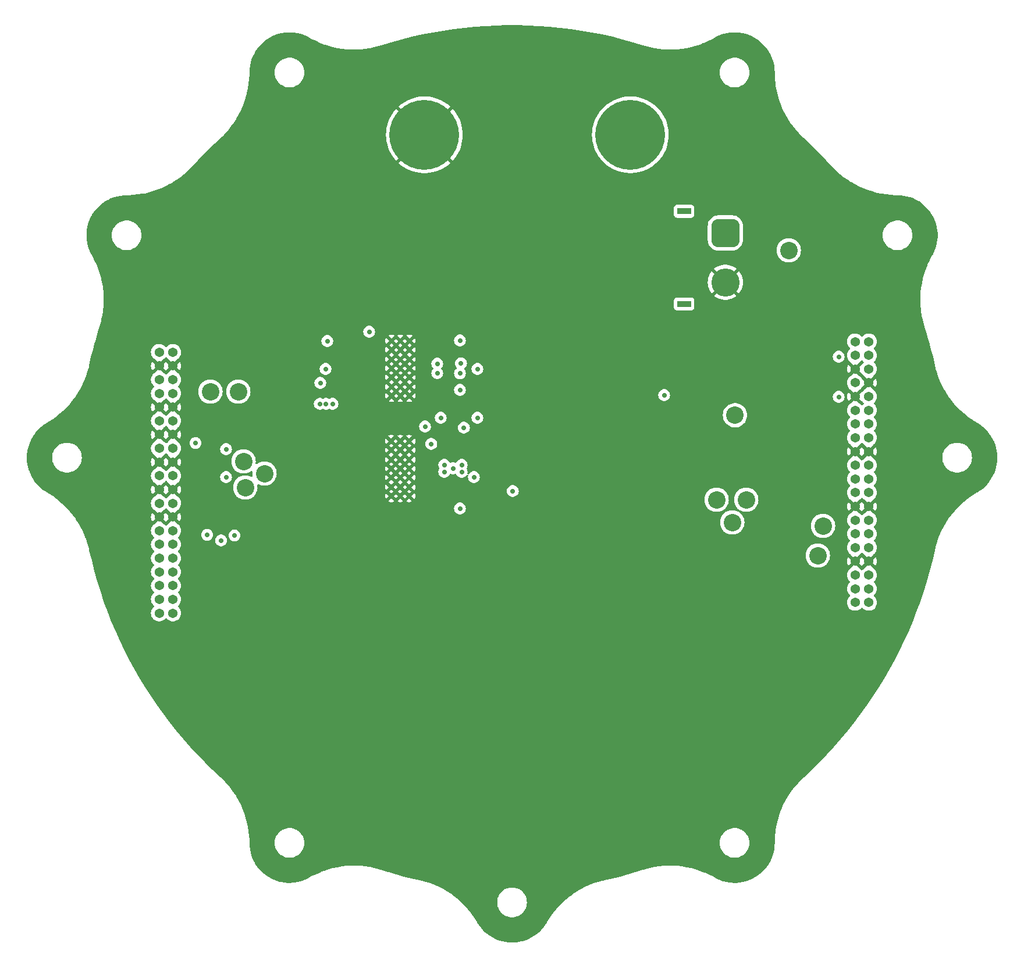
<source format=gbr>
%TF.GenerationSoftware,KiCad,Pcbnew,7.0.7*%
%TF.CreationDate,2024-03-26T08:25:24-07:00*%
%TF.ProjectId,Power-board,506f7765-722d-4626-9f61-72642e6b6963,rev?*%
%TF.SameCoordinates,Original*%
%TF.FileFunction,Copper,L2,Inr*%
%TF.FilePolarity,Positive*%
%FSLAX46Y46*%
G04 Gerber Fmt 4.6, Leading zero omitted, Abs format (unit mm)*
G04 Created by KiCad (PCBNEW 7.0.7) date 2024-03-26 08:25:24*
%MOMM*%
%LPD*%
G01*
G04 APERTURE LIST*
G04 Aperture macros list*
%AMRoundRect*
0 Rectangle with rounded corners*
0 $1 Rounding radius*
0 $2 $3 $4 $5 $6 $7 $8 $9 X,Y pos of 4 corners*
0 Add a 4 corners polygon primitive as box body*
4,1,4,$2,$3,$4,$5,$6,$7,$8,$9,$2,$3,0*
0 Add four circle primitives for the rounded corners*
1,1,$1+$1,$2,$3*
1,1,$1+$1,$4,$5*
1,1,$1+$1,$6,$7*
1,1,$1+$1,$8,$9*
0 Add four rect primitives between the rounded corners*
20,1,$1+$1,$2,$3,$4,$5,0*
20,1,$1+$1,$4,$5,$6,$7,0*
20,1,$1+$1,$6,$7,$8,$9,0*
20,1,$1+$1,$8,$9,$2,$3,0*%
G04 Aperture macros list end*
%TA.AperFunction,ComponentPad*%
%ADD10C,0.780000*%
%TD*%
%TA.AperFunction,ComponentPad*%
%ADD11C,1.371600*%
%TD*%
%TA.AperFunction,ComponentPad*%
%ADD12R,2.000000X0.900000*%
%TD*%
%TA.AperFunction,ComponentPad*%
%ADD13RoundRect,1.025000X1.025000X-1.025000X1.025000X1.025000X-1.025000X1.025000X-1.025000X-1.025000X0*%
%TD*%
%TA.AperFunction,ComponentPad*%
%ADD14C,4.100000*%
%TD*%
%TA.AperFunction,ComponentPad*%
%ADD15C,10.160000*%
%TD*%
%TA.AperFunction,ViaPad*%
%ADD16C,0.711200*%
%TD*%
%TA.AperFunction,ViaPad*%
%ADD17C,2.540000*%
%TD*%
G04 APERTURE END LIST*
D10*
%TO.N,GND*%
%TO.C,U3*%
X104588000Y-67788000D03*
X104588000Y-69088000D03*
X104588000Y-70488000D03*
X104588000Y-71788000D03*
X104588000Y-73088000D03*
X104588003Y-74488000D03*
X104588003Y-75788000D03*
X105888000Y-69088000D03*
X105888003Y-67788000D03*
X105888003Y-70488000D03*
X105888003Y-71788000D03*
X105888003Y-73088000D03*
X105888003Y-74488000D03*
X105888005Y-75788000D03*
X107188000Y-67788000D03*
X107188000Y-69088000D03*
X107188000Y-70488000D03*
X107188000Y-71788000D03*
X107188000Y-73088000D03*
X107188002Y-74488000D03*
X107188002Y-75788000D03*
%TD*%
D11*
%TO.N,+3.3V*%
%TO.C,J1*%
X70780000Y-69442100D03*
X72780000Y-69442100D03*
%TO.N,GND*%
X70780000Y-71442100D03*
X72780000Y-71442100D03*
%TO.N,+5V*%
X70780000Y-73442100D03*
X72780000Y-73442100D03*
X70780000Y-75442100D03*
X72780000Y-75442100D03*
%TO.N,GND*%
X70780000Y-77442100D03*
X72780000Y-77442100D03*
%TO.N,LOX_VENT+*%
X70780000Y-79442100D03*
X72780000Y-79442100D03*
%TO.N,GND*%
X70780000Y-81442100D03*
X72780000Y-81442100D03*
%TO.N,ETH_VENT+*%
X70780000Y-83442100D03*
X72780000Y-83442100D03*
%TO.N,GND*%
X70780000Y-85442100D03*
X72780000Y-85442100D03*
%TO.N,ETH_MAIN+*%
X70780000Y-87442100D03*
X72780000Y-87442100D03*
%TO.N,GND*%
X70780000Y-89442100D03*
X72780000Y-89442100D03*
%TO.N,PYRO_EX+*%
X70780000Y-91442100D03*
X72780000Y-91442100D03*
%TO.N,GND*%
X70780000Y-93442100D03*
X72780000Y-93442100D03*
%TO.N,unconnected-(J1A-Pin_27-PadA27)*%
X70780000Y-95442100D03*
%TO.N,unconnected-(J1A-Pin_28-PadA28)*%
X72780000Y-95442100D03*
%TO.N,unconnected-(J1A-Pin_29-PadA29)*%
X70780000Y-97442100D03*
%TO.N,unconnected-(J1A-Pin_30-PadA30)*%
X72780000Y-97442100D03*
%TO.N,unconnected-(J1A-Pin_31-PadA31)*%
X70780000Y-99442100D03*
%TO.N,unconnected-(J1A-Pin_32-PadA32)*%
X72780000Y-99442100D03*
%TO.N,unconnected-(J1A-Pin_33-PadA33)*%
X70780000Y-101442000D03*
%TO.N,unconnected-(J1A-Pin_34-PadA34)*%
X72780000Y-101442000D03*
%TO.N,PWR_SUP*%
X70780000Y-103442000D03*
X72780000Y-103442000D03*
X70780000Y-105442000D03*
X72780000Y-105442000D03*
X70780000Y-107442000D03*
X72780000Y-107442000D03*
%TO.N,unconnected-(J1B-Pin_1-PadB1)*%
X172050000Y-67905269D03*
%TO.N,unconnected-(J1B-Pin_2-PadB2)*%
X174050000Y-67905269D03*
%TO.N,unconnected-(J1B-Pin_3-PadB3)*%
X172050000Y-69905269D03*
%TO.N,unconnected-(J1B-Pin_4-PadB4)*%
X174050000Y-69905269D03*
%TO.N,GND*%
X172050000Y-71905269D03*
%TO.N,unconnected-(J1B-Pin_6-PadB6)*%
X174050000Y-71905269D03*
%TO.N,PYRO1EN*%
X172050000Y-73905269D03*
%TO.N,GND*%
X174050000Y-73905269D03*
X172050000Y-75905169D03*
%TO.N,unconnected-(J1B-Pin_10-PadB10)*%
X174050000Y-75905169D03*
%TO.N,unconnected-(J1B-Pin_11-PadB11)*%
X172050000Y-77905169D03*
%TO.N,unconnected-(J1B-Pin_12-PadB12)*%
X174050000Y-77905169D03*
%TO.N,unconnected-(J1B-Pin_13-PadB13)*%
X172050000Y-79905169D03*
%TO.N,unconnected-(J1B-Pin_14-PadB14)*%
X174050000Y-79905169D03*
%TO.N,unconnected-(J1B-Pin_15-PadB15)*%
X172050000Y-81905169D03*
%TO.N,unconnected-(J1B-Pin_16-PadB16)*%
X174050000Y-81905169D03*
%TO.N,GND*%
X172050000Y-83905169D03*
X174050000Y-83905169D03*
%TO.N,unconnected-(J1B-Pin_19-PadB19)*%
X172050000Y-85905169D03*
%TO.N,PYRO2EN*%
X174050000Y-85905169D03*
%TO.N,unconnected-(J1B-Pin_21-PadB21)*%
X172050000Y-87905169D03*
%TO.N,PYRO3EN*%
X174050000Y-87905169D03*
%TO.N,unconnected-(J1B-Pin_23-PadB23)*%
X172050000Y-89905169D03*
%TO.N,PYRO4EN*%
X174050000Y-89905169D03*
%TO.N,GND*%
X172050000Y-91905169D03*
X174050000Y-91905169D03*
%TO.N,unconnected-(J1B-Pin_27-PadB27)*%
X172050000Y-93905169D03*
%TO.N,unconnected-(J1B-Pin_28-PadB28)*%
X174050000Y-93905169D03*
%TO.N,unconnected-(J1B-Pin_29-PadB29)*%
X172050000Y-95905169D03*
%TO.N,unconnected-(J1B-Pin_30-PadB30)*%
X174050000Y-95905169D03*
%TO.N,unconnected-(J1B-Pin_31-PadB31)*%
X172050000Y-97905169D03*
%TO.N,unconnected-(J1B-Pin_32-PadB32)*%
X174050000Y-97905169D03*
%TO.N,GND*%
X172050000Y-99905169D03*
X174050000Y-99905169D03*
%TO.N,unconnected-(J1B-Pin_35-PadB35)*%
X172050000Y-101905169D03*
%TO.N,unconnected-(J1B-Pin_36-PadB36)*%
X174050000Y-101905169D03*
%TO.N,unconnected-(J1B-Pin_37-PadB37)*%
X172050000Y-103905169D03*
%TO.N,unconnected-(J1B-Pin_38-PadB38)*%
X174050000Y-103905169D03*
%TO.N,unconnected-(J1B-Pin_39-PadB39)*%
X172050000Y-105905169D03*
%TO.N,unconnected-(J1B-Pin_40-PadB40)*%
X174050000Y-105905169D03*
%TD*%
D10*
%TO.N,GND*%
%TO.C,U2*%
X104557997Y-82390000D03*
X104557997Y-83690000D03*
X104557997Y-85090000D03*
X104557997Y-86390000D03*
X104557997Y-87690000D03*
X104558000Y-89090000D03*
X104558000Y-90390000D03*
X105857997Y-83690000D03*
X105858000Y-82390000D03*
X105858000Y-85090000D03*
X105858000Y-86390000D03*
X105858000Y-87690000D03*
X105858000Y-89090000D03*
X105858002Y-90390000D03*
X107157997Y-82390000D03*
X107157997Y-83690000D03*
X107157997Y-85090000D03*
X107157997Y-86390000D03*
X107157997Y-87690000D03*
X107157999Y-89090000D03*
X107157999Y-90390000D03*
%TD*%
D12*
%TO.N,*%
%TO.C,J2*%
X147167600Y-62420400D03*
X147167600Y-48920400D03*
D13*
%TO.N,/BAT1_+_pre*%
X153167600Y-52070400D03*
D14*
%TO.N,GND*%
X153167600Y-59270400D03*
%TD*%
D15*
%TO.N,/BAT1_+_pre*%
%TO.C,J5*%
X139350000Y-37782000D03*
%TO.N,GND*%
X109380000Y-37782000D03*
%TD*%
D16*
%TO.N,GND*%
X91850000Y-88200000D03*
X132842000Y-70739000D03*
X74900000Y-90350000D03*
X75000000Y-86300000D03*
X79400000Y-71650000D03*
X84100000Y-67800000D03*
X126492000Y-82296000D03*
X91300000Y-76700000D03*
X122936000Y-72898000D03*
X75250000Y-72100000D03*
X68600000Y-82300000D03*
X122936000Y-75184000D03*
X119380000Y-74168000D03*
X119380000Y-67564000D03*
X68350000Y-78200000D03*
X126492000Y-88646000D03*
X122936000Y-70612000D03*
X122936000Y-68453000D03*
X102870000Y-80946600D03*
X126492000Y-91948000D03*
X119126000Y-90678000D03*
X118872000Y-82042000D03*
X119380000Y-75946000D03*
X79800000Y-82050000D03*
X118872000Y-84223400D03*
X126492000Y-85344000D03*
X68575000Y-94275000D03*
X132842000Y-68580000D03*
X137091999Y-87670001D03*
X132969000Y-72898000D03*
X136837999Y-93512001D03*
X132969000Y-75311000D03*
X162557500Y-105277000D03*
X136837999Y-78018001D03*
X147228500Y-94052000D03*
X84100000Y-78914600D03*
X119380000Y-69342000D03*
X155985500Y-99496000D03*
X150935500Y-84396000D03*
X137091999Y-84368001D03*
X119126000Y-88392000D03*
D17*
%TO.N,V_ALL+*%
X83312000Y-89154000D03*
X82296000Y-75184000D03*
D16*
X112268000Y-86868000D03*
X111252000Y-71120000D03*
D17*
X151892000Y-90932000D03*
D16*
X114554000Y-72542400D03*
D17*
X154178000Y-94234000D03*
D16*
X77750000Y-96050000D03*
X112268000Y-85852000D03*
D17*
X167386000Y-94742000D03*
D16*
X114808000Y-85852000D03*
D17*
X156210000Y-90932000D03*
D16*
X79790000Y-96860000D03*
X114706400Y-71069200D03*
D17*
X78232000Y-75184000D03*
X86106000Y-87122000D03*
D16*
X113538000Y-86360000D03*
X81750000Y-96150000D03*
D17*
X83058000Y-85344000D03*
D16*
X114808000Y-86868000D03*
D17*
X166624000Y-99060000D03*
D16*
X111252000Y-72491600D03*
%TO.N,LOX_VENT+*%
X114554000Y-67735001D03*
X115130001Y-80435001D03*
X76073000Y-82677000D03*
D17*
%TO.N,/BAT1_+_pre*%
X154581900Y-78620000D03*
X162407600Y-54610000D03*
D16*
%TO.N,ETH_VENT+*%
X110383401Y-82804000D03*
X109474000Y-80264000D03*
X117094000Y-71882000D03*
X80518000Y-83566000D03*
X117094000Y-78994000D03*
%TO.N,ETH_MAIIN+*%
X114554000Y-74930000D03*
X116586000Y-87630000D03*
%TO.N,PYRO_EX+*%
X114554000Y-92202000D03*
X111760000Y-78994000D03*
%TO.N,ETH_MAIN+*%
X80518000Y-87630000D03*
X122242000Y-89662000D03*
%TO.N,PYRO1EN*%
X95250000Y-67818000D03*
X101346000Y-66468600D03*
X96012000Y-76962000D03*
%TO.N,PYRO2EN*%
X169672000Y-75946000D03*
X95065803Y-76962000D03*
X169672000Y-70104000D03*
X94996000Y-71882000D03*
X144272000Y-75692000D03*
%TO.N,PYRO3EN*%
X94234000Y-73914000D03*
X94154600Y-76962000D03*
%TD*%
%TA.AperFunction,Conductor*%
%TO.N,GND*%
G36*
X71347340Y-93657127D02*
G01*
X71358371Y-93666918D01*
X71778933Y-94087480D01*
X71781065Y-94087480D01*
X72199690Y-93668855D01*
X72261013Y-93635370D01*
X72330704Y-93640354D01*
X72384317Y-93679223D01*
X72465510Y-93781035D01*
X72465513Y-93781038D01*
X72537541Y-93830145D01*
X72581843Y-93884174D01*
X72589903Y-93953577D01*
X72559160Y-94016320D01*
X72555371Y-94020280D01*
X72130666Y-94444985D01*
X72108264Y-94462730D01*
X72062032Y-94491356D01*
X72062031Y-94491357D01*
X71899559Y-94639469D01*
X71878954Y-94666755D01*
X71822845Y-94708391D01*
X71753133Y-94713082D01*
X71691951Y-94679340D01*
X71681046Y-94666755D01*
X71660440Y-94639469D01*
X71497968Y-94491357D01*
X71497967Y-94491356D01*
X71451732Y-94462728D01*
X71429330Y-94444983D01*
X71007451Y-94023104D01*
X70973966Y-93961781D01*
X70978950Y-93892089D01*
X71020822Y-93836156D01*
X71038995Y-93825120D01*
X71040455Y-93824125D01*
X71040455Y-93824124D01*
X71040459Y-93824123D01*
X71141491Y-93730379D01*
X71163304Y-93692598D01*
X71213868Y-93644384D01*
X71282475Y-93631160D01*
X71347340Y-93657127D01*
G37*
%TD.AperFunction*%
%TA.AperFunction,Conductor*%
G36*
X71868048Y-92204858D02*
G01*
X71878948Y-92217437D01*
X71899558Y-92244729D01*
X72062032Y-92392843D01*
X72062037Y-92392846D01*
X72062040Y-92392848D01*
X72108264Y-92421469D01*
X72130668Y-92439215D01*
X72552548Y-92861095D01*
X72586033Y-92922418D01*
X72581049Y-92992110D01*
X72539177Y-93048043D01*
X72521002Y-93059080D01*
X72519544Y-93060074D01*
X72418509Y-93153821D01*
X72418504Y-93153827D01*
X72396695Y-93191601D01*
X72346128Y-93239816D01*
X72277520Y-93253038D01*
X72212656Y-93227070D01*
X72201628Y-93217281D01*
X71781065Y-92796718D01*
X71778932Y-92796718D01*
X71360308Y-93215343D01*
X71298985Y-93248828D01*
X71229294Y-93243844D01*
X71175680Y-93204975D01*
X71125785Y-93142409D01*
X71094487Y-93103163D01*
X71094486Y-93103162D01*
X71094485Y-93103161D01*
X71094484Y-93103160D01*
X71022456Y-93054052D01*
X70978154Y-93000023D01*
X70970096Y-92930620D01*
X71000838Y-92867877D01*
X71004627Y-92863918D01*
X71429331Y-92439214D01*
X71451726Y-92421474D01*
X71497968Y-92392843D01*
X71660442Y-92244729D01*
X71681046Y-92217443D01*
X71737153Y-92175809D01*
X71806865Y-92171116D01*
X71868048Y-92204858D01*
G37*
%TD.AperFunction*%
%TA.AperFunction,Conductor*%
G36*
X71347340Y-89657127D02*
G01*
X71358371Y-89666918D01*
X71778933Y-90087480D01*
X71781065Y-90087480D01*
X72199690Y-89668855D01*
X72261013Y-89635370D01*
X72330704Y-89640354D01*
X72384317Y-89679223D01*
X72465510Y-89781035D01*
X72465513Y-89781038D01*
X72537541Y-89830145D01*
X72581843Y-89884174D01*
X72589903Y-89953577D01*
X72559160Y-90016320D01*
X72555371Y-90020280D01*
X72130666Y-90444985D01*
X72108264Y-90462730D01*
X72062032Y-90491356D01*
X72062031Y-90491357D01*
X71899559Y-90639469D01*
X71878954Y-90666755D01*
X71822845Y-90708391D01*
X71753133Y-90713082D01*
X71691951Y-90679340D01*
X71681046Y-90666755D01*
X71660440Y-90639469D01*
X71497968Y-90491357D01*
X71497967Y-90491356D01*
X71451732Y-90462728D01*
X71429330Y-90444983D01*
X71007451Y-90023104D01*
X70973966Y-89961781D01*
X70978950Y-89892089D01*
X71020822Y-89836156D01*
X71038995Y-89825120D01*
X71040455Y-89824125D01*
X71040455Y-89824124D01*
X71040459Y-89824123D01*
X71141491Y-89730379D01*
X71163304Y-89692598D01*
X71213868Y-89644384D01*
X71282475Y-89631160D01*
X71347340Y-89657127D01*
G37*
%TD.AperFunction*%
%TA.AperFunction,Conductor*%
G36*
X71868048Y-88204858D02*
G01*
X71878948Y-88217437D01*
X71899558Y-88244729D01*
X72062032Y-88392843D01*
X72062037Y-88392846D01*
X72062040Y-88392848D01*
X72108264Y-88421469D01*
X72130668Y-88439215D01*
X72552548Y-88861095D01*
X72586033Y-88922418D01*
X72581049Y-88992110D01*
X72539177Y-89048043D01*
X72521002Y-89059080D01*
X72519544Y-89060074D01*
X72418509Y-89153821D01*
X72418504Y-89153827D01*
X72396695Y-89191601D01*
X72346128Y-89239816D01*
X72277520Y-89253038D01*
X72212656Y-89227070D01*
X72201628Y-89217281D01*
X71781065Y-88796718D01*
X71778932Y-88796718D01*
X71360308Y-89215343D01*
X71298985Y-89248828D01*
X71229294Y-89243844D01*
X71175680Y-89204975D01*
X71125785Y-89142409D01*
X71094487Y-89103163D01*
X71094486Y-89103162D01*
X71094485Y-89103161D01*
X71094484Y-89103160D01*
X71022456Y-89054052D01*
X70978154Y-89000023D01*
X70970096Y-88930620D01*
X71000838Y-88867877D01*
X71004627Y-88863918D01*
X71429331Y-88439214D01*
X71451726Y-88421474D01*
X71497968Y-88392843D01*
X71660442Y-88244729D01*
X71681046Y-88217443D01*
X71737153Y-88175809D01*
X71806865Y-88171116D01*
X71868048Y-88204858D01*
G37*
%TD.AperFunction*%
%TA.AperFunction,Conductor*%
G36*
X71347340Y-85657127D02*
G01*
X71358371Y-85666918D01*
X71778933Y-86087480D01*
X71781065Y-86087480D01*
X72199690Y-85668855D01*
X72261013Y-85635370D01*
X72330704Y-85640354D01*
X72384317Y-85679223D01*
X72465510Y-85781035D01*
X72465513Y-85781038D01*
X72537541Y-85830145D01*
X72581843Y-85884174D01*
X72589903Y-85953577D01*
X72559160Y-86016320D01*
X72555371Y-86020280D01*
X72130666Y-86444985D01*
X72108264Y-86462730D01*
X72062032Y-86491356D01*
X72062031Y-86491357D01*
X71899559Y-86639469D01*
X71878954Y-86666755D01*
X71822845Y-86708391D01*
X71753133Y-86713082D01*
X71691951Y-86679340D01*
X71681046Y-86666755D01*
X71660440Y-86639469D01*
X71497968Y-86491357D01*
X71497967Y-86491356D01*
X71451732Y-86462728D01*
X71429330Y-86444983D01*
X71007451Y-86023104D01*
X70973966Y-85961781D01*
X70978950Y-85892089D01*
X71020822Y-85836156D01*
X71038995Y-85825120D01*
X71040455Y-85824125D01*
X71040455Y-85824124D01*
X71040459Y-85824123D01*
X71141491Y-85730379D01*
X71163304Y-85692598D01*
X71213868Y-85644384D01*
X71282475Y-85631160D01*
X71347340Y-85657127D01*
G37*
%TD.AperFunction*%
%TA.AperFunction,Conductor*%
G36*
X71868048Y-84204858D02*
G01*
X71878948Y-84217437D01*
X71899558Y-84244729D01*
X72062032Y-84392843D01*
X72062037Y-84392846D01*
X72062040Y-84392848D01*
X72108264Y-84421469D01*
X72130668Y-84439215D01*
X72552548Y-84861095D01*
X72586033Y-84922418D01*
X72581049Y-84992110D01*
X72539177Y-85048043D01*
X72521002Y-85059080D01*
X72519544Y-85060074D01*
X72418509Y-85153821D01*
X72418504Y-85153827D01*
X72396695Y-85191601D01*
X72346128Y-85239816D01*
X72277520Y-85253038D01*
X72212656Y-85227070D01*
X72201628Y-85217281D01*
X71781065Y-84796718D01*
X71778932Y-84796718D01*
X71360308Y-85215343D01*
X71298985Y-85248828D01*
X71229294Y-85243844D01*
X71175680Y-85204975D01*
X71125785Y-85142409D01*
X71094487Y-85103163D01*
X71094486Y-85103162D01*
X71094485Y-85103161D01*
X71094484Y-85103160D01*
X71022456Y-85054052D01*
X70978154Y-85000023D01*
X70970096Y-84930620D01*
X71000838Y-84867877D01*
X71004627Y-84863918D01*
X71429331Y-84439214D01*
X71451726Y-84421474D01*
X71497968Y-84392843D01*
X71660442Y-84244729D01*
X71681046Y-84217443D01*
X71737153Y-84175809D01*
X71806865Y-84171116D01*
X71868048Y-84204858D01*
G37*
%TD.AperFunction*%
%TA.AperFunction,Conductor*%
G36*
X71347340Y-81657127D02*
G01*
X71358371Y-81666918D01*
X71778933Y-82087480D01*
X71781065Y-82087480D01*
X72199690Y-81668855D01*
X72261013Y-81635370D01*
X72330704Y-81640354D01*
X72384317Y-81679223D01*
X72465510Y-81781035D01*
X72465513Y-81781038D01*
X72537541Y-81830145D01*
X72581843Y-81884174D01*
X72589903Y-81953577D01*
X72559160Y-82016320D01*
X72555371Y-82020280D01*
X72130666Y-82444985D01*
X72108264Y-82462730D01*
X72062032Y-82491356D01*
X72062031Y-82491357D01*
X71899559Y-82639469D01*
X71878954Y-82666755D01*
X71822845Y-82708391D01*
X71753133Y-82713082D01*
X71691951Y-82679340D01*
X71681046Y-82666755D01*
X71679842Y-82665161D01*
X71660442Y-82639471D01*
X71644594Y-82625024D01*
X71497968Y-82491357D01*
X71497967Y-82491356D01*
X71451732Y-82462728D01*
X71429330Y-82444983D01*
X71007451Y-82023104D01*
X70973966Y-81961781D01*
X70978950Y-81892089D01*
X71020822Y-81836156D01*
X71038995Y-81825120D01*
X71040455Y-81824125D01*
X71040455Y-81824124D01*
X71040459Y-81824123D01*
X71141491Y-81730379D01*
X71163304Y-81692598D01*
X71213868Y-81644384D01*
X71282475Y-81631160D01*
X71347340Y-81657127D01*
G37*
%TD.AperFunction*%
%TA.AperFunction,Conductor*%
G36*
X71868048Y-80204858D02*
G01*
X71878948Y-80217437D01*
X71899558Y-80244729D01*
X72062032Y-80392843D01*
X72062037Y-80392846D01*
X72062040Y-80392848D01*
X72108264Y-80421469D01*
X72130668Y-80439215D01*
X72552548Y-80861095D01*
X72586033Y-80922418D01*
X72581049Y-80992110D01*
X72539177Y-81048043D01*
X72521002Y-81059080D01*
X72519544Y-81060074D01*
X72418509Y-81153821D01*
X72418504Y-81153827D01*
X72396695Y-81191601D01*
X72346128Y-81239816D01*
X72277520Y-81253038D01*
X72212656Y-81227070D01*
X72201628Y-81217281D01*
X71781065Y-80796718D01*
X71778932Y-80796718D01*
X71360308Y-81215343D01*
X71298985Y-81248828D01*
X71229294Y-81243844D01*
X71175680Y-81204975D01*
X71125785Y-81142409D01*
X71094487Y-81103163D01*
X71094486Y-81103162D01*
X71094485Y-81103161D01*
X71094484Y-81103160D01*
X71022456Y-81054052D01*
X70978154Y-81000023D01*
X70970096Y-80930620D01*
X71000838Y-80867877D01*
X71004627Y-80863918D01*
X71429331Y-80439214D01*
X71451726Y-80421474D01*
X71497968Y-80392843D01*
X71660442Y-80244729D01*
X71681046Y-80217443D01*
X71737153Y-80175809D01*
X71806865Y-80171116D01*
X71868048Y-80204858D01*
G37*
%TD.AperFunction*%
%TA.AperFunction,Conductor*%
G36*
X71347340Y-77657127D02*
G01*
X71358371Y-77666918D01*
X71778933Y-78087480D01*
X71781065Y-78087480D01*
X72199690Y-77668855D01*
X72261013Y-77635370D01*
X72330704Y-77640354D01*
X72384317Y-77679223D01*
X72465510Y-77781035D01*
X72465513Y-77781038D01*
X72537541Y-77830145D01*
X72581843Y-77884174D01*
X72589903Y-77953577D01*
X72559160Y-78016320D01*
X72555371Y-78020280D01*
X72130666Y-78444985D01*
X72108264Y-78462730D01*
X72062032Y-78491356D01*
X72062031Y-78491357D01*
X71899559Y-78639469D01*
X71878954Y-78666755D01*
X71822845Y-78708391D01*
X71753133Y-78713082D01*
X71691951Y-78679340D01*
X71681046Y-78666755D01*
X71679842Y-78665161D01*
X71660442Y-78639471D01*
X71542936Y-78532351D01*
X71497968Y-78491357D01*
X71497967Y-78491356D01*
X71451732Y-78462728D01*
X71429330Y-78444983D01*
X71007451Y-78023104D01*
X70973966Y-77961781D01*
X70978950Y-77892089D01*
X71020822Y-77836156D01*
X71038995Y-77825120D01*
X71040455Y-77824125D01*
X71040455Y-77824124D01*
X71040459Y-77824123D01*
X71141491Y-77730379D01*
X71163304Y-77692598D01*
X71213868Y-77644384D01*
X71282475Y-77631160D01*
X71347340Y-77657127D01*
G37*
%TD.AperFunction*%
%TA.AperFunction,Conductor*%
G36*
X71868048Y-76204858D02*
G01*
X71878948Y-76217437D01*
X71899558Y-76244729D01*
X72062032Y-76392843D01*
X72062037Y-76392846D01*
X72062040Y-76392848D01*
X72108264Y-76421469D01*
X72130668Y-76439215D01*
X72552548Y-76861095D01*
X72586033Y-76922418D01*
X72581049Y-76992110D01*
X72539177Y-77048043D01*
X72521002Y-77059080D01*
X72519544Y-77060074D01*
X72418509Y-77153821D01*
X72418504Y-77153827D01*
X72396695Y-77191601D01*
X72346128Y-77239816D01*
X72277520Y-77253038D01*
X72212656Y-77227070D01*
X72201628Y-77217281D01*
X71781065Y-76796718D01*
X71778932Y-76796718D01*
X71360308Y-77215343D01*
X71298985Y-77248828D01*
X71229294Y-77243844D01*
X71175680Y-77204975D01*
X71124640Y-77140974D01*
X71094487Y-77103163D01*
X71094486Y-77103162D01*
X71094485Y-77103161D01*
X71094484Y-77103160D01*
X71022456Y-77054052D01*
X70978154Y-77000023D01*
X70970096Y-76930620D01*
X71000838Y-76867877D01*
X71004627Y-76863918D01*
X71429331Y-76439214D01*
X71451726Y-76421474D01*
X71497968Y-76392843D01*
X71660442Y-76244729D01*
X71681046Y-76217443D01*
X71737153Y-76175809D01*
X71806865Y-76171116D01*
X71868048Y-76204858D01*
G37*
%TD.AperFunction*%
%TA.AperFunction,Conductor*%
G36*
X71347340Y-71657127D02*
G01*
X71358371Y-71666918D01*
X71778933Y-72087480D01*
X71781065Y-72087480D01*
X72199690Y-71668855D01*
X72261013Y-71635370D01*
X72330704Y-71640354D01*
X72384317Y-71679223D01*
X72465510Y-71781035D01*
X72465513Y-71781038D01*
X72537541Y-71830145D01*
X72581843Y-71884174D01*
X72589903Y-71953577D01*
X72559160Y-72016320D01*
X72555371Y-72020280D01*
X72130666Y-72444985D01*
X72108264Y-72462730D01*
X72062032Y-72491356D01*
X72062031Y-72491357D01*
X71899558Y-72639469D01*
X71899556Y-72639472D01*
X71878951Y-72666757D01*
X71822841Y-72708392D01*
X71753129Y-72713082D01*
X71691948Y-72679338D01*
X71681044Y-72666753D01*
X71676411Y-72660618D01*
X71660442Y-72639471D01*
X71660441Y-72639470D01*
X71660441Y-72639469D01*
X71497968Y-72491357D01*
X71497967Y-72491356D01*
X71451732Y-72462728D01*
X71429330Y-72444983D01*
X71007451Y-72023104D01*
X70973966Y-71961781D01*
X70978950Y-71892089D01*
X71020822Y-71836156D01*
X71038995Y-71825120D01*
X71040455Y-71824125D01*
X71040455Y-71824124D01*
X71040459Y-71824123D01*
X71141491Y-71730379D01*
X71163304Y-71692598D01*
X71213868Y-71644384D01*
X71282475Y-71631160D01*
X71347340Y-71657127D01*
G37*
%TD.AperFunction*%
%TA.AperFunction,Conductor*%
G36*
X71868048Y-70204858D02*
G01*
X71878948Y-70217437D01*
X71899558Y-70244729D01*
X72062032Y-70392843D01*
X72062037Y-70392846D01*
X72062040Y-70392848D01*
X72108264Y-70421469D01*
X72130668Y-70439215D01*
X72552548Y-70861095D01*
X72586033Y-70922418D01*
X72581049Y-70992110D01*
X72539177Y-71048043D01*
X72521002Y-71059080D01*
X72519544Y-71060074D01*
X72418509Y-71153821D01*
X72418504Y-71153827D01*
X72396695Y-71191601D01*
X72346128Y-71239816D01*
X72277520Y-71253038D01*
X72212656Y-71227070D01*
X72201628Y-71217281D01*
X71781065Y-70796718D01*
X71778932Y-70796718D01*
X71360308Y-71215343D01*
X71298985Y-71248828D01*
X71229294Y-71243844D01*
X71175680Y-71204975D01*
X71094485Y-71103161D01*
X71094484Y-71103160D01*
X71022456Y-71054052D01*
X70978154Y-71000023D01*
X70970096Y-70930620D01*
X71000838Y-70867877D01*
X71004627Y-70863918D01*
X71429331Y-70439214D01*
X71451726Y-70421474D01*
X71497968Y-70392843D01*
X71660442Y-70244729D01*
X71681046Y-70217443D01*
X71737153Y-70175809D01*
X71806865Y-70171116D01*
X71868048Y-70204858D01*
G37*
%TD.AperFunction*%
%TA.AperFunction,Conductor*%
G36*
X172617340Y-100120196D02*
G01*
X172628371Y-100129987D01*
X173048933Y-100550549D01*
X173051065Y-100550549D01*
X173469690Y-100131924D01*
X173531013Y-100098439D01*
X173600704Y-100103423D01*
X173654317Y-100142292D01*
X173735510Y-100244104D01*
X173735513Y-100244107D01*
X173807541Y-100293214D01*
X173851843Y-100347243D01*
X173859903Y-100416646D01*
X173829160Y-100479389D01*
X173825371Y-100483349D01*
X173400666Y-100908054D01*
X173378264Y-100925799D01*
X173332032Y-100954425D01*
X173332031Y-100954426D01*
X173169559Y-101102538D01*
X173148954Y-101129824D01*
X173092845Y-101171460D01*
X173023133Y-101176151D01*
X172961951Y-101142409D01*
X172951046Y-101129824D01*
X172930440Y-101102538D01*
X172767968Y-100954426D01*
X172767967Y-100954425D01*
X172721732Y-100925797D01*
X172699330Y-100908052D01*
X172277451Y-100486173D01*
X172243966Y-100424850D01*
X172248950Y-100355158D01*
X172290822Y-100299225D01*
X172308995Y-100288189D01*
X172310455Y-100287194D01*
X172310455Y-100287193D01*
X172310459Y-100287192D01*
X172411491Y-100193448D01*
X172433304Y-100155667D01*
X172483868Y-100107453D01*
X172552475Y-100094229D01*
X172617340Y-100120196D01*
G37*
%TD.AperFunction*%
%TA.AperFunction,Conductor*%
G36*
X173138048Y-98667927D02*
G01*
X173148948Y-98680506D01*
X173169558Y-98707798D01*
X173332032Y-98855912D01*
X173332037Y-98855915D01*
X173332040Y-98855917D01*
X173378264Y-98884538D01*
X173400668Y-98902284D01*
X173822548Y-99324164D01*
X173856033Y-99385487D01*
X173851049Y-99455179D01*
X173809177Y-99511112D01*
X173791002Y-99522149D01*
X173789544Y-99523143D01*
X173688509Y-99616890D01*
X173688504Y-99616896D01*
X173666695Y-99654670D01*
X173616128Y-99702885D01*
X173547520Y-99716107D01*
X173482656Y-99690139D01*
X173471628Y-99680350D01*
X173051065Y-99259787D01*
X173048932Y-99259787D01*
X172630308Y-99678412D01*
X172568985Y-99711897D01*
X172499294Y-99706913D01*
X172445680Y-99668044D01*
X172378120Y-99583327D01*
X172364487Y-99566232D01*
X172364486Y-99566231D01*
X172364485Y-99566230D01*
X172364484Y-99566229D01*
X172292456Y-99517121D01*
X172248154Y-99463092D01*
X172240096Y-99393689D01*
X172270838Y-99330946D01*
X172274627Y-99326987D01*
X172699331Y-98902283D01*
X172721726Y-98884543D01*
X172767968Y-98855912D01*
X172930442Y-98707798D01*
X172951046Y-98680512D01*
X173007153Y-98638878D01*
X173076865Y-98634185D01*
X173138048Y-98667927D01*
G37*
%TD.AperFunction*%
%TA.AperFunction,Conductor*%
G36*
X172617340Y-92120196D02*
G01*
X172628371Y-92129987D01*
X173048933Y-92550549D01*
X173051065Y-92550549D01*
X173469690Y-92131924D01*
X173531013Y-92098439D01*
X173600704Y-92103423D01*
X173654317Y-92142292D01*
X173735510Y-92244104D01*
X173735513Y-92244107D01*
X173807541Y-92293214D01*
X173851843Y-92347243D01*
X173859903Y-92416646D01*
X173829160Y-92479389D01*
X173825371Y-92483349D01*
X173400666Y-92908054D01*
X173378264Y-92925799D01*
X173332032Y-92954425D01*
X173332031Y-92954426D01*
X173169559Y-93102538D01*
X173148954Y-93129824D01*
X173092845Y-93171460D01*
X173023133Y-93176151D01*
X172961951Y-93142409D01*
X172951046Y-93129824D01*
X172930912Y-93103163D01*
X172930442Y-93102540D01*
X172882768Y-93059080D01*
X172767968Y-92954426D01*
X172767967Y-92954425D01*
X172721732Y-92925797D01*
X172699330Y-92908052D01*
X172277451Y-92486173D01*
X172243966Y-92424850D01*
X172248950Y-92355158D01*
X172290822Y-92299225D01*
X172308995Y-92288189D01*
X172310455Y-92287194D01*
X172310455Y-92287193D01*
X172310459Y-92287192D01*
X172411491Y-92193448D01*
X172433304Y-92155667D01*
X172483868Y-92107453D01*
X172552475Y-92094229D01*
X172617340Y-92120196D01*
G37*
%TD.AperFunction*%
%TA.AperFunction,Conductor*%
G36*
X173138048Y-90667927D02*
G01*
X173148948Y-90680506D01*
X173169558Y-90707798D01*
X173332032Y-90855912D01*
X173332037Y-90855915D01*
X173332040Y-90855917D01*
X173378264Y-90884538D01*
X173400668Y-90902284D01*
X173822548Y-91324164D01*
X173856033Y-91385487D01*
X173851049Y-91455179D01*
X173809177Y-91511112D01*
X173791002Y-91522149D01*
X173789544Y-91523143D01*
X173688509Y-91616890D01*
X173688504Y-91616896D01*
X173666695Y-91654670D01*
X173616128Y-91702885D01*
X173547520Y-91716107D01*
X173482656Y-91690139D01*
X173471628Y-91680350D01*
X173051065Y-91259787D01*
X173048932Y-91259787D01*
X172630308Y-91678412D01*
X172568985Y-91711897D01*
X172499294Y-91706913D01*
X172445680Y-91668044D01*
X172364485Y-91566230D01*
X172364484Y-91566229D01*
X172292456Y-91517121D01*
X172248154Y-91463092D01*
X172240096Y-91393689D01*
X172270838Y-91330946D01*
X172274627Y-91326987D01*
X172699331Y-90902283D01*
X172721726Y-90884543D01*
X172767968Y-90855912D01*
X172930442Y-90707798D01*
X172951046Y-90680512D01*
X173007153Y-90638878D01*
X173076865Y-90634185D01*
X173138048Y-90667927D01*
G37*
%TD.AperFunction*%
%TA.AperFunction,Conductor*%
G36*
X172617340Y-84120196D02*
G01*
X172628371Y-84129987D01*
X173048933Y-84550549D01*
X173051065Y-84550549D01*
X173469690Y-84131924D01*
X173531013Y-84098439D01*
X173600704Y-84103423D01*
X173654317Y-84142292D01*
X173735510Y-84244104D01*
X173735513Y-84244107D01*
X173807541Y-84293214D01*
X173851843Y-84347243D01*
X173859903Y-84416646D01*
X173829160Y-84479389D01*
X173825371Y-84483349D01*
X173400666Y-84908054D01*
X173378264Y-84925799D01*
X173332032Y-84954425D01*
X173332031Y-84954426D01*
X173169559Y-85102538D01*
X173148954Y-85129824D01*
X173092845Y-85171460D01*
X173023133Y-85176151D01*
X172961951Y-85142409D01*
X172951046Y-85129824D01*
X172933442Y-85106513D01*
X172930442Y-85102540D01*
X172926758Y-85099182D01*
X172767968Y-84954426D01*
X172767967Y-84954425D01*
X172721732Y-84925797D01*
X172699330Y-84908052D01*
X172277451Y-84486173D01*
X172243966Y-84424850D01*
X172248950Y-84355158D01*
X172290822Y-84299225D01*
X172308995Y-84288189D01*
X172310455Y-84287194D01*
X172310455Y-84287193D01*
X172310459Y-84287192D01*
X172411491Y-84193448D01*
X172433304Y-84155667D01*
X172483868Y-84107453D01*
X172552475Y-84094229D01*
X172617340Y-84120196D01*
G37*
%TD.AperFunction*%
%TA.AperFunction,Conductor*%
G36*
X173138048Y-82667927D02*
G01*
X173148948Y-82680506D01*
X173169558Y-82707798D01*
X173332032Y-82855912D01*
X173332037Y-82855915D01*
X173332040Y-82855917D01*
X173378264Y-82884538D01*
X173400668Y-82902284D01*
X173822548Y-83324164D01*
X173856033Y-83385487D01*
X173851049Y-83455179D01*
X173809177Y-83511112D01*
X173791002Y-83522149D01*
X173789544Y-83523143D01*
X173688509Y-83616890D01*
X173688504Y-83616896D01*
X173666695Y-83654670D01*
X173616128Y-83702885D01*
X173547520Y-83716107D01*
X173482656Y-83690139D01*
X173471628Y-83680350D01*
X173051065Y-83259787D01*
X173048932Y-83259787D01*
X172630308Y-83678412D01*
X172568985Y-83711897D01*
X172499294Y-83706913D01*
X172445680Y-83668044D01*
X172364485Y-83566230D01*
X172364484Y-83566229D01*
X172292456Y-83517121D01*
X172248154Y-83463092D01*
X172240096Y-83393689D01*
X172270838Y-83330946D01*
X172274627Y-83326987D01*
X172699331Y-82902283D01*
X172721726Y-82884543D01*
X172767968Y-82855912D01*
X172930442Y-82707798D01*
X172951046Y-82680512D01*
X173007153Y-82638878D01*
X173076865Y-82634185D01*
X173138048Y-82667927D01*
G37*
%TD.AperFunction*%
%TA.AperFunction,Conductor*%
G36*
X172617340Y-76120196D02*
G01*
X172628371Y-76129987D01*
X173053553Y-76555168D01*
X173059186Y-76561642D01*
X173169558Y-76707798D01*
X173169561Y-76707801D01*
X173169564Y-76707804D01*
X173285542Y-76813532D01*
X173321824Y-76873243D01*
X173320063Y-76943091D01*
X173285542Y-76996806D01*
X173169559Y-77102538D01*
X173148954Y-77129824D01*
X173092845Y-77171460D01*
X173023133Y-77176151D01*
X172961951Y-77142409D01*
X172951046Y-77129824D01*
X172930912Y-77103163D01*
X172930442Y-77102540D01*
X172882768Y-77059080D01*
X172767968Y-76954426D01*
X172767967Y-76954425D01*
X172721732Y-76925797D01*
X172699330Y-76908052D01*
X172277451Y-76486173D01*
X172243966Y-76424850D01*
X172248950Y-76355158D01*
X172290822Y-76299225D01*
X172308995Y-76288189D01*
X172310455Y-76287194D01*
X172310455Y-76287193D01*
X172310459Y-76287192D01*
X172411491Y-76193448D01*
X172433304Y-76155667D01*
X172483868Y-76107453D01*
X172552475Y-76094229D01*
X172617340Y-76120196D01*
G37*
%TD.AperFunction*%
%TA.AperFunction,Conductor*%
G36*
X173600705Y-74103523D02*
G01*
X173654317Y-74142392D01*
X173735510Y-74244204D01*
X173735513Y-74244207D01*
X173807541Y-74293314D01*
X173851843Y-74347343D01*
X173859903Y-74416746D01*
X173829160Y-74479489D01*
X173825371Y-74483449D01*
X173400926Y-74907893D01*
X173378524Y-74925638D01*
X173332032Y-74954425D01*
X173332031Y-74954426D01*
X173169559Y-75102538D01*
X173059193Y-75248686D01*
X173053550Y-75255171D01*
X172630308Y-75678412D01*
X172568985Y-75711897D01*
X172499293Y-75706913D01*
X172445680Y-75668044D01*
X172388127Y-75595876D01*
X172364487Y-75566232D01*
X172364486Y-75566231D01*
X172364485Y-75566230D01*
X172364484Y-75566229D01*
X172292456Y-75517121D01*
X172248154Y-75463092D01*
X172240096Y-75393689D01*
X172270838Y-75330946D01*
X172274627Y-75326987D01*
X172699069Y-74902546D01*
X172721468Y-74884803D01*
X172767968Y-74856012D01*
X172813046Y-74814918D01*
X172930440Y-74707900D01*
X172930442Y-74707898D01*
X173040817Y-74561737D01*
X173046449Y-74555264D01*
X173469690Y-74132024D01*
X173531013Y-74098539D01*
X173600705Y-74103523D01*
G37*
%TD.AperFunction*%
%TA.AperFunction,Conductor*%
G36*
X172617340Y-72120296D02*
G01*
X172628371Y-72130087D01*
X173053553Y-72555268D01*
X173059186Y-72561742D01*
X173169558Y-72707898D01*
X173332032Y-72856012D01*
X173332037Y-72856015D01*
X173332040Y-72856017D01*
X173378264Y-72884638D01*
X173400668Y-72902384D01*
X173822548Y-73324264D01*
X173856033Y-73385587D01*
X173851049Y-73455279D01*
X173809177Y-73511212D01*
X173791002Y-73522249D01*
X173789544Y-73523243D01*
X173688509Y-73616990D01*
X173688504Y-73616996D01*
X173666695Y-73654770D01*
X173616128Y-73702985D01*
X173547520Y-73716207D01*
X173482656Y-73690239D01*
X173471628Y-73680450D01*
X173046445Y-73255268D01*
X173040809Y-73248790D01*
X172930442Y-73102640D01*
X172930440Y-73102637D01*
X172767968Y-72954526D01*
X172767967Y-72954525D01*
X172721732Y-72925897D01*
X172699330Y-72908152D01*
X172277451Y-72486273D01*
X172243966Y-72424950D01*
X172248950Y-72355258D01*
X172290822Y-72299325D01*
X172308995Y-72288289D01*
X172310455Y-72287294D01*
X172310455Y-72287293D01*
X172310459Y-72287292D01*
X172411491Y-72193548D01*
X172433304Y-72155767D01*
X172483868Y-72107553D01*
X172552475Y-72094329D01*
X172617340Y-72120296D01*
G37*
%TD.AperFunction*%
%TA.AperFunction,Conductor*%
G36*
X173138048Y-70668027D02*
G01*
X173148948Y-70680606D01*
X173164609Y-70701344D01*
X173169560Y-70707901D01*
X173285542Y-70813632D01*
X173321824Y-70873343D01*
X173320063Y-70943191D01*
X173285542Y-70996906D01*
X173169559Y-71102637D01*
X173059193Y-71248786D01*
X173053550Y-71255271D01*
X172630308Y-71678512D01*
X172568985Y-71711997D01*
X172499293Y-71707013D01*
X172445680Y-71668144D01*
X172364485Y-71566330D01*
X172364484Y-71566329D01*
X172292456Y-71517221D01*
X172248154Y-71463192D01*
X172240096Y-71393789D01*
X172270838Y-71331046D01*
X172274627Y-71327087D01*
X172699331Y-70902383D01*
X172721726Y-70884643D01*
X172767968Y-70856012D01*
X172930442Y-70707898D01*
X172951046Y-70680612D01*
X173007153Y-70638978D01*
X173076865Y-70634285D01*
X173138048Y-70668027D01*
G37*
%TD.AperFunction*%
%TA.AperFunction,Conductor*%
G36*
X124462469Y-21855887D02*
G01*
X126011176Y-21932196D01*
X127557535Y-22046602D01*
X129100610Y-22199035D01*
X130639466Y-22389402D01*
X132173169Y-22617590D01*
X133700792Y-22883458D01*
X135221407Y-23186847D01*
X136734094Y-23527573D01*
X138237937Y-23905428D01*
X139732023Y-24320184D01*
X141214538Y-24771312D01*
X141215444Y-24771600D01*
X141215444Y-24771601D01*
X141535889Y-24873444D01*
X142186485Y-25043598D01*
X142567662Y-25122418D01*
X142845039Y-25179775D01*
X143509747Y-25281601D01*
X143509757Y-25281602D01*
X144178869Y-25348811D01*
X144850566Y-25381218D01*
X144850573Y-25381217D01*
X144850574Y-25381218D01*
X145523047Y-25378736D01*
X146194481Y-25341373D01*
X146863080Y-25269228D01*
X146863079Y-25269228D01*
X147527033Y-25162496D01*
X147527034Y-25162496D01*
X148184563Y-25021464D01*
X148833874Y-24846515D01*
X148833875Y-24846515D01*
X149473259Y-24638111D01*
X149920822Y-24466068D01*
X150100953Y-24396826D01*
X150715291Y-24123301D01*
X151314613Y-23818274D01*
X151314615Y-23818273D01*
X151601309Y-23653095D01*
X151605956Y-23650418D01*
X151698439Y-23601982D01*
X152020141Y-23433500D01*
X152024620Y-23431381D01*
X152452596Y-23249446D01*
X152457247Y-23247686D01*
X152898463Y-23100747D01*
X152903237Y-23099369D01*
X153064933Y-23059628D01*
X153354851Y-22988375D01*
X153359711Y-22987386D01*
X153818795Y-22913058D01*
X153823691Y-22912466D01*
X154287275Y-22875288D01*
X154292238Y-22875091D01*
X154757290Y-22875302D01*
X154762230Y-22875504D01*
X155225384Y-22913073D01*
X155225754Y-22913103D01*
X155230705Y-22913705D01*
X155689686Y-22988444D01*
X155694569Y-22989443D01*
X156146063Y-23100843D01*
X156150856Y-23102233D01*
X156591929Y-23249569D01*
X156596569Y-23251329D01*
X157024384Y-23433655D01*
X157028877Y-23435788D01*
X157440639Y-23651914D01*
X157444953Y-23654404D01*
X157838011Y-23902938D01*
X157842111Y-23905768D01*
X158213895Y-24185082D01*
X158217761Y-24188237D01*
X158296948Y-24258365D01*
X158565906Y-24496555D01*
X158569496Y-24500002D01*
X158891713Y-24835298D01*
X158895023Y-24839032D01*
X159189243Y-25199149D01*
X159192239Y-25203133D01*
X159456553Y-25585737D01*
X159459216Y-25589945D01*
X159691919Y-25992570D01*
X159694241Y-25996988D01*
X159893821Y-26417018D01*
X159895779Y-26421605D01*
X160060942Y-26856311D01*
X160062520Y-26861030D01*
X160192197Y-27307602D01*
X160193395Y-27312447D01*
X160286752Y-27768012D01*
X160287557Y-27772937D01*
X160343985Y-28234526D01*
X160344391Y-28239500D01*
X160363552Y-28704703D01*
X160363859Y-29042868D01*
X160399362Y-29714404D01*
X160469652Y-30383182D01*
X160469652Y-30383183D01*
X160509563Y-30635926D01*
X160574545Y-31047442D01*
X160713754Y-31705354D01*
X160886904Y-32355158D01*
X161093531Y-32995105D01*
X161224657Y-33339069D01*
X161333076Y-33623470D01*
X161604903Y-34238579D01*
X161908263Y-34838739D01*
X162239290Y-35417011D01*
X162242347Y-35422351D01*
X162247045Y-35429652D01*
X162606261Y-35987855D01*
X162762081Y-36204415D01*
X162999021Y-36533717D01*
X162999023Y-36533720D01*
X163349543Y-36971094D01*
X163419569Y-37058471D01*
X163585101Y-37244371D01*
X163866768Y-37560699D01*
X163866769Y-37560699D01*
X163866772Y-37560702D01*
X164339427Y-38039057D01*
X164587847Y-38265650D01*
X165435203Y-39052948D01*
X166267960Y-39855671D01*
X167085838Y-40673549D01*
X167888561Y-41506307D01*
X168674872Y-42352601D01*
X168675847Y-42353670D01*
X168675847Y-42353671D01*
X168843812Y-42537818D01*
X168902440Y-42602094D01*
X169380786Y-43074745D01*
X169380786Y-43074744D01*
X169380793Y-43074751D01*
X169820244Y-43466056D01*
X169883024Y-43521958D01*
X170407764Y-43942497D01*
X170407764Y-43942498D01*
X170953639Y-44335268D01*
X171413303Y-44631072D01*
X171519114Y-44699164D01*
X171519152Y-44699188D01*
X172102757Y-45033268D01*
X172702918Y-45336628D01*
X172702926Y-45336631D01*
X172702931Y-45336634D01*
X173125561Y-45523400D01*
X173318028Y-45608455D01*
X173946395Y-45847999D01*
X174586344Y-46054623D01*
X175236139Y-46227770D01*
X175236138Y-46227769D01*
X175236141Y-46227769D01*
X175236150Y-46227772D01*
X175894063Y-46366977D01*
X176558313Y-46471865D01*
X176558319Y-46471865D01*
X176558328Y-46471867D01*
X177227106Y-46542152D01*
X177898662Y-46577651D01*
X177898661Y-46577650D01*
X178165383Y-46577888D01*
X178165387Y-46577890D01*
X178190019Y-46577911D01*
X178190020Y-46577912D01*
X178232675Y-46577949D01*
X178234101Y-46577951D01*
X178234158Y-46577951D01*
X178234890Y-46577952D01*
X178234896Y-46577952D01*
X178234969Y-46577955D01*
X178235941Y-46578241D01*
X178237444Y-46578057D01*
X178281566Y-46579872D01*
X178702055Y-46597178D01*
X178706976Y-46597580D01*
X179168595Y-46653999D01*
X179173503Y-46654800D01*
X179629093Y-46748150D01*
X179633894Y-46749336D01*
X180080532Y-46879020D01*
X180085209Y-46880585D01*
X180519953Y-47045750D01*
X180524533Y-47047704D01*
X180944571Y-47247278D01*
X180948989Y-47249600D01*
X181351607Y-47482289D01*
X181355824Y-47484958D01*
X181738437Y-47749268D01*
X181742426Y-47752267D01*
X182102549Y-48046482D01*
X182106274Y-48049783D01*
X182441586Y-48372007D01*
X182445033Y-48375596D01*
X182493394Y-48430203D01*
X182753358Y-48723742D01*
X182756513Y-48727608D01*
X183035837Y-49099397D01*
X183038663Y-49103491D01*
X183287203Y-49496554D01*
X183289690Y-49500861D01*
X183348408Y-49612728D01*
X183505818Y-49912621D01*
X183507957Y-49917127D01*
X183690281Y-50344930D01*
X183692047Y-50349586D01*
X183839387Y-50790668D01*
X183840777Y-50795462D01*
X183952173Y-51246936D01*
X183953173Y-51251826D01*
X184027912Y-51710813D01*
X184028515Y-51715767D01*
X184066112Y-52179270D01*
X184066315Y-52184257D01*
X184066524Y-52649286D01*
X184066326Y-52654272D01*
X184029148Y-53117809D01*
X184028549Y-53122764D01*
X183954222Y-53581818D01*
X183953227Y-53586709D01*
X183842237Y-54038287D01*
X183840851Y-54043082D01*
X183693909Y-54484292D01*
X183692143Y-54488960D01*
X183510209Y-54916917D01*
X183508073Y-54921427D01*
X183397090Y-55133332D01*
X183292070Y-55333849D01*
X183123233Y-55626895D01*
X183026163Y-55817622D01*
X182818209Y-56226218D01*
X182606110Y-56702597D01*
X182544752Y-56840412D01*
X182544687Y-56840557D01*
X182303401Y-57468258D01*
X182095003Y-58107631D01*
X182095000Y-58107641D01*
X182095000Y-58107642D01*
X181920055Y-58756947D01*
X181779024Y-59414476D01*
X181779024Y-59414477D01*
X181672293Y-60078429D01*
X181600149Y-60747027D01*
X181600149Y-60747026D01*
X181562787Y-61418461D01*
X181562574Y-61476309D01*
X181560305Y-62090942D01*
X181592713Y-62762638D01*
X181627877Y-63112728D01*
X181659922Y-63431760D01*
X181761748Y-64096467D01*
X181761750Y-64096475D01*
X181897924Y-64755020D01*
X181949318Y-64951528D01*
X182068077Y-65405616D01*
X182168595Y-65721897D01*
X182168597Y-65721900D01*
X182169872Y-65725909D01*
X182510102Y-66831558D01*
X182785300Y-67788000D01*
X182829931Y-67943115D01*
X183129296Y-69060357D01*
X183408096Y-70182908D01*
X183666166Y-71310077D01*
X183666235Y-71310388D01*
X183666622Y-71312151D01*
X183678162Y-71364775D01*
X183678221Y-71364963D01*
X183695138Y-71442100D01*
X183736597Y-71631160D01*
X183738277Y-71638818D01*
X183806860Y-71888773D01*
X183916213Y-72287321D01*
X184121736Y-72908154D01*
X184127556Y-72925733D01*
X184371731Y-73552315D01*
X184481524Y-73795886D01*
X184643745Y-74155769D01*
X184648081Y-74165387D01*
X184955862Y-74763298D01*
X185100514Y-75011723D01*
X185294245Y-75344436D01*
X185660968Y-75905169D01*
X185662322Y-75907240D01*
X185983682Y-76346991D01*
X186059093Y-76450183D01*
X186059093Y-76450184D01*
X186059098Y-76450190D01*
X186483506Y-76971826D01*
X186934403Y-77470744D01*
X187314364Y-77849654D01*
X187410579Y-77945603D01*
X187410578Y-77945602D01*
X187419452Y-77953577D01*
X187910738Y-78395113D01*
X188433548Y-78818075D01*
X188433556Y-78818081D01*
X188433560Y-78818084D01*
X188597367Y-78937096D01*
X188977595Y-79213346D01*
X189249875Y-79390345D01*
X189379781Y-79474792D01*
X189541414Y-79579863D01*
X189766061Y-79709833D01*
X189793611Y-79725772D01*
X189832440Y-79748238D01*
X189906702Y-79795290D01*
X190227370Y-79998465D01*
X190231474Y-80001303D01*
X190603012Y-80280967D01*
X190606875Y-80284126D01*
X190949366Y-80588002D01*
X190954709Y-80592742D01*
X190958305Y-80596201D01*
X191280219Y-80931798D01*
X191283522Y-80935531D01*
X191577407Y-81295916D01*
X191577412Y-81295921D01*
X191580399Y-81299901D01*
X191654618Y-81407547D01*
X191844358Y-81682746D01*
X191847023Y-81686965D01*
X192079353Y-82089800D01*
X192081671Y-82094220D01*
X192280859Y-82514421D01*
X192282810Y-82519003D01*
X192375971Y-82764883D01*
X192447571Y-82953858D01*
X192449150Y-82958592D01*
X192578420Y-83405298D01*
X192579612Y-83410137D01*
X192641161Y-83711897D01*
X192672547Y-83865775D01*
X192673345Y-83870694D01*
X192703273Y-84117380D01*
X192729349Y-84332326D01*
X192729750Y-84337300D01*
X192748459Y-84801954D01*
X192748459Y-84806944D01*
X192729750Y-85271598D01*
X192729349Y-85276572D01*
X192707825Y-85453992D01*
X192674296Y-85730379D01*
X192673347Y-85738198D01*
X192672547Y-85743124D01*
X192646199Y-85872301D01*
X192606075Y-86069024D01*
X192579614Y-86198754D01*
X192578420Y-86203600D01*
X192449150Y-86650305D01*
X192447571Y-86655040D01*
X192282814Y-87089886D01*
X192280859Y-87094478D01*
X192081672Y-87514678D01*
X192079354Y-87519098D01*
X191847023Y-87921933D01*
X191844358Y-87926152D01*
X191580408Y-88308985D01*
X191577412Y-88312977D01*
X191283525Y-88673363D01*
X191280218Y-88677100D01*
X190958307Y-89012697D01*
X190954710Y-89016157D01*
X190606875Y-89324773D01*
X190603011Y-89327933D01*
X190231477Y-89607595D01*
X190227372Y-89610434D01*
X189832453Y-89860652D01*
X189807767Y-89874935D01*
X189807765Y-89874936D01*
X189793611Y-89883126D01*
X189793610Y-89883126D01*
X189541414Y-90029037D01*
X188977596Y-90395554D01*
X188977589Y-90395559D01*
X188977588Y-90395559D01*
X188602706Y-90667927D01*
X188433549Y-90790827D01*
X187910741Y-91213789D01*
X187573230Y-91517121D01*
X187410570Y-91663309D01*
X187410571Y-91663309D01*
X186934406Y-92138158D01*
X186530813Y-92584734D01*
X186483504Y-92637081D01*
X186059095Y-93158717D01*
X185971932Y-93277992D01*
X185662323Y-93701661D01*
X185662322Y-93701662D01*
X185299912Y-94255800D01*
X185294246Y-94264463D01*
X184955860Y-94845601D01*
X184955852Y-94845616D01*
X184955852Y-94845615D01*
X184648076Y-95443512D01*
X184371723Y-96056583D01*
X184127547Y-96683162D01*
X183916203Y-97321567D01*
X183790276Y-97780507D01*
X183738260Y-97970078D01*
X183738259Y-97970082D01*
X183678030Y-98244727D01*
X183669465Y-98283781D01*
X183666248Y-98298449D01*
X183315451Y-99808896D01*
X182927598Y-101310191D01*
X182502909Y-102801484D01*
X182041642Y-104281873D01*
X181544077Y-105750459D01*
X181010515Y-107206353D01*
X180441279Y-108648673D01*
X179836715Y-110076545D01*
X179197188Y-111489104D01*
X178523086Y-112885493D01*
X177814818Y-114264867D01*
X177072813Y-115626390D01*
X176297520Y-116969237D01*
X175489409Y-118292593D01*
X174648971Y-119595659D01*
X173776713Y-120877642D01*
X172873164Y-122137768D01*
X171938873Y-123375272D01*
X170974405Y-124589405D01*
X169980345Y-125779430D01*
X168957295Y-126944628D01*
X167905874Y-128084290D01*
X166826721Y-129197728D01*
X165720488Y-130284267D01*
X164589936Y-131341292D01*
X164339401Y-131569815D01*
X163866743Y-132048173D01*
X163761136Y-132166775D01*
X163419542Y-132550403D01*
X163419540Y-132550405D01*
X162998986Y-133075167D01*
X162606235Y-133621022D01*
X162606234Y-133621022D01*
X162242315Y-134186536D01*
X161908242Y-134770133D01*
X161908241Y-134770133D01*
X161908233Y-134770149D01*
X161604872Y-135370316D01*
X161333053Y-135985413D01*
X161093509Y-136613782D01*
X160886885Y-137253731D01*
X160713738Y-137903538D01*
X160574533Y-138561452D01*
X160484986Y-139128549D01*
X160469643Y-139225716D01*
X160399358Y-139894494D01*
X160399358Y-139894497D01*
X160363859Y-140566039D01*
X160363859Y-140566049D01*
X160363858Y-140566049D01*
X160363562Y-140896921D01*
X160363556Y-140902287D01*
X160344322Y-141369402D01*
X160343917Y-141374376D01*
X160287493Y-141835962D01*
X160286689Y-141840888D01*
X160193338Y-142296448D01*
X160192140Y-142301293D01*
X160062468Y-142747858D01*
X160060885Y-142752590D01*
X159895727Y-143187300D01*
X159893768Y-143191891D01*
X159694196Y-143611911D01*
X159691875Y-143616329D01*
X159459179Y-144018945D01*
X159456510Y-144023162D01*
X159192199Y-144405768D01*
X159189199Y-144409757D01*
X159044026Y-144587449D01*
X158901096Y-144762395D01*
X158894995Y-144769862D01*
X158891684Y-144773597D01*
X158569464Y-145108898D01*
X158565864Y-145112354D01*
X158217739Y-145420659D01*
X158213873Y-145423815D01*
X157842078Y-145703138D01*
X157837971Y-145705972D01*
X157444942Y-145954490D01*
X157440620Y-145956986D01*
X157028855Y-146173115D01*
X157024346Y-146175255D01*
X156596570Y-146357567D01*
X156591904Y-146359337D01*
X156150827Y-146506675D01*
X156146033Y-146508065D01*
X155694565Y-146619460D01*
X155689675Y-146620460D01*
X155230693Y-146695199D01*
X155225740Y-146695802D01*
X154762242Y-146733400D01*
X154757256Y-146733603D01*
X154292231Y-146733814D01*
X154287244Y-146733616D01*
X154139966Y-146721804D01*
X153823706Y-146696440D01*
X153818761Y-146695842D01*
X153703238Y-146677138D01*
X153359709Y-146621519D01*
X153354829Y-146620526D01*
X152903244Y-146509538D01*
X152898450Y-146508154D01*
X152575936Y-146400746D01*
X152457253Y-146361220D01*
X152452586Y-146359455D01*
X152024623Y-146177523D01*
X152020112Y-146175388D01*
X151608280Y-145959701D01*
X151607587Y-145959032D01*
X151605377Y-145958147D01*
X151567074Y-145936080D01*
X151567073Y-145936079D01*
X151557857Y-145930770D01*
X151557818Y-145930751D01*
X151314611Y-145790628D01*
X150874335Y-145566552D01*
X150715287Y-145485605D01*
X150238912Y-145273507D01*
X150100954Y-145212084D01*
X150100953Y-145212084D01*
X150100949Y-145212082D01*
X149473248Y-144970796D01*
X149473249Y-144970796D01*
X149242535Y-144895597D01*
X148833876Y-144762398D01*
X148833835Y-144762387D01*
X148184560Y-144587449D01*
X147527032Y-144446418D01*
X147527031Y-144446418D01*
X146863079Y-144339687D01*
X146194481Y-144267543D01*
X145523047Y-144230180D01*
X144850575Y-144227698D01*
X144850574Y-144227698D01*
X144850567Y-144227698D01*
X144178870Y-144260105D01*
X143524528Y-144325829D01*
X143509749Y-144327314D01*
X142845042Y-144429139D01*
X142525564Y-144495201D01*
X142186489Y-144565315D01*
X141535893Y-144735467D01*
X141535894Y-144735467D01*
X141258216Y-144823716D01*
X141229040Y-144832988D01*
X141215448Y-144837308D01*
X140109951Y-145177493D01*
X138998394Y-145497321D01*
X137881152Y-145796686D01*
X136758602Y-146075486D01*
X135631536Y-146333533D01*
X135631122Y-146333624D01*
X135631121Y-146333624D01*
X135630608Y-146333736D01*
X135630267Y-146333811D01*
X135577240Y-146345440D01*
X135576918Y-146345539D01*
X135302698Y-146405675D01*
X135302695Y-146405675D01*
X135302694Y-146405676D01*
X135194902Y-146435252D01*
X134654190Y-146583612D01*
X134015790Y-146794950D01*
X134015789Y-146794950D01*
X133778466Y-146887432D01*
X133389197Y-147039128D01*
X133236837Y-147107806D01*
X132776126Y-147315476D01*
X132776127Y-147315476D01*
X132776125Y-147315477D01*
X132178214Y-147623258D01*
X131864242Y-147806077D01*
X131597076Y-147961641D01*
X131379643Y-148103843D01*
X131034272Y-148329717D01*
X130658518Y-148604309D01*
X130491328Y-148726487D01*
X130491327Y-148726487D01*
X129969691Y-149150893D01*
X129470774Y-149601788D01*
X129470775Y-149601788D01*
X129470767Y-149601795D01*
X128995918Y-150077960D01*
X128995918Y-150077959D01*
X128995912Y-150077966D01*
X128546398Y-150578129D01*
X128123435Y-151100938D01*
X128092027Y-151144168D01*
X127728168Y-151644976D01*
X127361648Y-152208801D01*
X127361648Y-152208802D01*
X127215525Y-152461365D01*
X127193269Y-152499830D01*
X126943043Y-152894760D01*
X126940204Y-152898865D01*
X126660542Y-153270399D01*
X126657382Y-153274263D01*
X126348766Y-153622098D01*
X126345307Y-153625694D01*
X126009710Y-153947606D01*
X126005973Y-153950913D01*
X125645587Y-154244800D01*
X125641595Y-154247796D01*
X125258762Y-154511746D01*
X125254543Y-154514411D01*
X124851699Y-154746747D01*
X124847287Y-154749060D01*
X124589942Y-154871049D01*
X124427098Y-154948243D01*
X124422506Y-154950198D01*
X123987650Y-155114959D01*
X123982916Y-155116538D01*
X123536210Y-155245808D01*
X123531364Y-155247002D01*
X123075734Y-155339935D01*
X123070811Y-155340734D01*
X122862266Y-155366034D01*
X122609182Y-155396737D01*
X122604208Y-155397138D01*
X122139554Y-155415847D01*
X122134564Y-155415847D01*
X121669911Y-155397138D01*
X121664937Y-155396737D01*
X121595169Y-155388273D01*
X121203304Y-155340733D01*
X121198387Y-155339935D01*
X120742748Y-155247000D01*
X120737909Y-155245808D01*
X120291203Y-155116538D01*
X120286469Y-155114959D01*
X119851613Y-154950198D01*
X119847021Y-154948243D01*
X119426822Y-154749055D01*
X119422420Y-154746747D01*
X119019576Y-154514411D01*
X119015357Y-154511746D01*
X118833852Y-154386604D01*
X118632512Y-154247787D01*
X118628539Y-154244805D01*
X118468990Y-154114697D01*
X118268146Y-153950913D01*
X118264409Y-153947606D01*
X117928812Y-153625694D01*
X117925353Y-153622098D01*
X117616724Y-153274248D01*
X117613587Y-153270411D01*
X117333912Y-152898862D01*
X117331085Y-152894774D01*
X117081053Y-152500152D01*
X117058612Y-152461364D01*
X116912487Y-152208795D01*
X116909568Y-152204305D01*
X116545971Y-151644977D01*
X116545970Y-151644975D01*
X116150698Y-151100927D01*
X115727735Y-150578117D01*
X115350559Y-150158442D01*
X115278215Y-150077946D01*
X115278215Y-150077947D01*
X114803365Y-149601781D01*
X114773122Y-149574449D01*
X119972514Y-149574449D01*
X119992674Y-149869182D01*
X120052781Y-150158439D01*
X120052782Y-150158442D01*
X120151712Y-150436802D01*
X120151711Y-150436802D01*
X120287630Y-150699113D01*
X120287634Y-150699119D01*
X120457994Y-150940465D01*
X120659645Y-151156380D01*
X120888802Y-151342813D01*
X120888805Y-151342815D01*
X120888809Y-151342818D01*
X121021230Y-151423345D01*
X121141229Y-151496318D01*
X121326292Y-151576702D01*
X121412198Y-151614016D01*
X121696670Y-151693722D01*
X121953979Y-151729087D01*
X121989345Y-151733949D01*
X121989346Y-151733949D01*
X122284775Y-151733949D01*
X122316328Y-151729612D01*
X122577450Y-151693722D01*
X122861922Y-151614016D01*
X123132892Y-151496317D01*
X123385311Y-151342818D01*
X123614478Y-151156377D01*
X123816123Y-150940468D01*
X123986490Y-150699112D01*
X124122406Y-150436806D01*
X124221339Y-150158437D01*
X124281445Y-149869188D01*
X124301606Y-149574449D01*
X124281445Y-149279710D01*
X124221339Y-148990461D01*
X124122407Y-148712095D01*
X124122408Y-148712095D01*
X123986489Y-148449784D01*
X123986485Y-148449778D01*
X123816125Y-148208432D01*
X123748908Y-148136460D01*
X123614478Y-147992521D01*
X123614476Y-147992520D01*
X123614474Y-147992517D01*
X123385317Y-147806084D01*
X123385306Y-147806077D01*
X123132890Y-147652579D01*
X122861925Y-147534883D01*
X122861923Y-147534882D01*
X122861922Y-147534882D01*
X122780990Y-147512206D01*
X122577455Y-147455177D01*
X122577451Y-147455176D01*
X122577450Y-147455176D01*
X122431111Y-147435062D01*
X122284775Y-147414949D01*
X122284774Y-147414949D01*
X121989346Y-147414949D01*
X121989345Y-147414949D01*
X121696670Y-147455176D01*
X121696664Y-147455177D01*
X121412194Y-147534883D01*
X121141229Y-147652579D01*
X120888813Y-147806077D01*
X120888802Y-147806084D01*
X120659645Y-147992517D01*
X120457994Y-148208432D01*
X120287634Y-148449778D01*
X120287630Y-148449784D01*
X120151712Y-148712095D01*
X120052782Y-148990455D01*
X120052781Y-148990458D01*
X119992674Y-149279715D01*
X119972514Y-149574449D01*
X114773122Y-149574449D01*
X114304447Y-149150883D01*
X114304442Y-149150879D01*
X114304430Y-149150868D01*
X113782804Y-148726470D01*
X113782803Y-148726470D01*
X113239859Y-148329698D01*
X113239858Y-148329697D01*
X112677055Y-147961621D01*
X112409924Y-147806077D01*
X112095916Y-147623237D01*
X111498005Y-147315455D01*
X110884933Y-147039104D01*
X110258350Y-146794929D01*
X110258345Y-146794927D01*
X110258339Y-146794925D01*
X109619938Y-146583586D01*
X108971430Y-146405648D01*
X108686833Y-146343237D01*
X108675311Y-146340710D01*
X108643069Y-146333639D01*
X108642999Y-146333623D01*
X107515519Y-146075483D01*
X106392969Y-145796683D01*
X105275727Y-145497319D01*
X104164170Y-145177490D01*
X104051545Y-145142833D01*
X103058362Y-144837210D01*
X103033902Y-144829436D01*
X103015905Y-144823717D01*
X103015904Y-144823717D01*
X103006810Y-144820827D01*
X103006772Y-144820818D01*
X102738226Y-144735470D01*
X102738215Y-144735467D01*
X102087637Y-144565316D01*
X101429096Y-144429141D01*
X101429097Y-144429141D01*
X101429088Y-144429139D01*
X101429085Y-144429139D01*
X101274129Y-144405401D01*
X100764371Y-144327310D01*
X100749541Y-144325820D01*
X100095250Y-144260100D01*
X99423553Y-144227692D01*
X99423546Y-144227692D01*
X98751072Y-144230172D01*
X98079638Y-144267535D01*
X97411039Y-144339679D01*
X97411038Y-144339679D01*
X96747086Y-144446409D01*
X96089557Y-144587441D01*
X95459949Y-144757080D01*
X95440241Y-144762390D01*
X95031532Y-144895606D01*
X94800862Y-144970791D01*
X94441646Y-145108873D01*
X94173168Y-145212075D01*
X93558830Y-145485599D01*
X92959508Y-145790625D01*
X92959501Y-145790629D01*
X92699983Y-145940149D01*
X92699980Y-145940149D01*
X92699981Y-145940150D01*
X92668193Y-145958464D01*
X92254008Y-146175379D01*
X92249498Y-146177515D01*
X91821544Y-146359438D01*
X91816876Y-146361204D01*
X91375669Y-146508137D01*
X91370875Y-146509522D01*
X90919291Y-146620506D01*
X90914401Y-146621501D01*
X90488316Y-146690484D01*
X90455361Y-146695820D01*
X90450418Y-146696417D01*
X90117338Y-146723129D01*
X89986880Y-146733591D01*
X89981893Y-146733789D01*
X89516870Y-146733576D01*
X89511883Y-146733373D01*
X89048387Y-146695774D01*
X89043433Y-146695171D01*
X88584451Y-146620430D01*
X88579562Y-146619430D01*
X88362025Y-146565755D01*
X88128094Y-146508034D01*
X88123306Y-146506646D01*
X87682223Y-146359305D01*
X87677557Y-146357535D01*
X87649177Y-146345440D01*
X87249786Y-146175225D01*
X87245277Y-146173085D01*
X86833514Y-145956957D01*
X86829192Y-145954461D01*
X86436164Y-145705944D01*
X86432057Y-145703110D01*
X86060264Y-145423788D01*
X86056397Y-145420632D01*
X85945483Y-145322406D01*
X85708261Y-145112321D01*
X85704671Y-145108873D01*
X85614085Y-145014610D01*
X85382447Y-144773569D01*
X85379147Y-144769845D01*
X85368711Y-144757072D01*
X85084930Y-144409727D01*
X85081938Y-144405748D01*
X84817621Y-144023139D01*
X84814957Y-144018930D01*
X84582260Y-143616313D01*
X84579938Y-143611895D01*
X84541004Y-143529955D01*
X84380362Y-143191874D01*
X84378408Y-143187291D01*
X84213243Y-142752579D01*
X84211660Y-142747846D01*
X84187685Y-142665283D01*
X84081985Y-142301278D01*
X84080789Y-142296439D01*
X84073922Y-142262930D01*
X83987433Y-141840876D01*
X83986630Y-141835956D01*
X83930203Y-141374369D01*
X83929797Y-141369395D01*
X83910593Y-140903128D01*
X83910593Y-140902277D01*
X83910594Y-140902277D01*
X83910589Y-140896914D01*
X87587514Y-140896914D01*
X87587831Y-140901551D01*
X87607674Y-141191647D01*
X87667781Y-141480904D01*
X87667782Y-141480907D01*
X87766712Y-141759267D01*
X87766711Y-141759267D01*
X87902630Y-142021578D01*
X87902634Y-142021584D01*
X88072994Y-142262930D01*
X88274645Y-142478845D01*
X88503802Y-142665278D01*
X88503805Y-142665280D01*
X88503809Y-142665283D01*
X88636230Y-142745810D01*
X88756229Y-142818783D01*
X88941292Y-142899167D01*
X89027198Y-142936481D01*
X89311670Y-143016187D01*
X89568979Y-143051552D01*
X89604345Y-143056414D01*
X89604346Y-143056414D01*
X89899775Y-143056414D01*
X89931328Y-143052077D01*
X90192450Y-143016187D01*
X90476922Y-142936481D01*
X90747892Y-142818782D01*
X91000311Y-142665283D01*
X91229478Y-142478842D01*
X91431123Y-142262933D01*
X91601490Y-142021577D01*
X91737406Y-141759271D01*
X91836339Y-141480902D01*
X91896445Y-141191653D01*
X91916606Y-140896914D01*
X152357514Y-140896914D01*
X152357831Y-140901551D01*
X152377674Y-141191647D01*
X152437781Y-141480904D01*
X152437782Y-141480907D01*
X152536712Y-141759267D01*
X152536711Y-141759267D01*
X152672630Y-142021578D01*
X152672634Y-142021584D01*
X152842994Y-142262930D01*
X153044645Y-142478845D01*
X153273802Y-142665278D01*
X153273805Y-142665280D01*
X153273809Y-142665283D01*
X153406230Y-142745810D01*
X153526229Y-142818783D01*
X153711292Y-142899167D01*
X153797198Y-142936481D01*
X154081670Y-143016187D01*
X154338979Y-143051552D01*
X154374345Y-143056414D01*
X154374346Y-143056414D01*
X154669775Y-143056414D01*
X154701328Y-143052077D01*
X154962450Y-143016187D01*
X155246922Y-142936481D01*
X155517892Y-142818782D01*
X155770311Y-142665283D01*
X155999478Y-142478842D01*
X156201123Y-142262933D01*
X156371490Y-142021577D01*
X156507406Y-141759271D01*
X156606339Y-141480902D01*
X156666445Y-141191653D01*
X156686606Y-140896914D01*
X156666445Y-140602175D01*
X156606339Y-140312926D01*
X156586511Y-140257137D01*
X156507407Y-140034560D01*
X156507408Y-140034560D01*
X156371489Y-139772249D01*
X156371485Y-139772243D01*
X156201125Y-139530897D01*
X156133908Y-139458925D01*
X155999478Y-139314986D01*
X155999476Y-139314985D01*
X155999474Y-139314982D01*
X155770317Y-139128549D01*
X155770306Y-139128542D01*
X155517890Y-138975044D01*
X155246925Y-138857348D01*
X155246923Y-138857347D01*
X155246922Y-138857347D01*
X155165990Y-138834670D01*
X154962455Y-138777642D01*
X154962451Y-138777641D01*
X154962450Y-138777641D01*
X154816112Y-138757527D01*
X154669775Y-138737414D01*
X154669774Y-138737414D01*
X154374346Y-138737414D01*
X154374345Y-138737414D01*
X154081670Y-138777641D01*
X154081664Y-138777642D01*
X153797194Y-138857348D01*
X153526229Y-138975044D01*
X153273813Y-139128542D01*
X153273802Y-139128549D01*
X153044645Y-139314982D01*
X152842994Y-139530897D01*
X152672634Y-139772243D01*
X152672630Y-139772249D01*
X152536712Y-140034560D01*
X152437782Y-140312920D01*
X152437781Y-140312923D01*
X152377674Y-140602180D01*
X152375175Y-140638719D01*
X152357514Y-140896914D01*
X91916606Y-140896914D01*
X91896445Y-140602175D01*
X91836339Y-140312926D01*
X91816511Y-140257137D01*
X91737407Y-140034560D01*
X91737408Y-140034560D01*
X91601489Y-139772249D01*
X91601485Y-139772243D01*
X91431125Y-139530897D01*
X91363907Y-139458925D01*
X91229478Y-139314986D01*
X91229476Y-139314985D01*
X91229474Y-139314982D01*
X91000317Y-139128549D01*
X91000306Y-139128542D01*
X90747890Y-138975044D01*
X90476925Y-138857348D01*
X90476923Y-138857347D01*
X90476922Y-138857347D01*
X90395990Y-138834670D01*
X90192455Y-138777642D01*
X90192451Y-138777641D01*
X90192450Y-138777641D01*
X90046112Y-138757527D01*
X89899775Y-138737414D01*
X89899774Y-138737414D01*
X89604346Y-138737414D01*
X89604345Y-138737414D01*
X89311670Y-138777641D01*
X89311664Y-138777642D01*
X89027194Y-138857348D01*
X88756229Y-138975044D01*
X88503813Y-139128542D01*
X88503802Y-139128549D01*
X88274645Y-139314982D01*
X88072994Y-139530897D01*
X87902634Y-139772243D01*
X87902630Y-139772249D01*
X87766712Y-140034560D01*
X87667782Y-140312920D01*
X87667781Y-140312923D01*
X87607674Y-140602180D01*
X87605175Y-140638719D01*
X87587514Y-140896914D01*
X83910589Y-140896914D01*
X83910289Y-140566037D01*
X83900817Y-140386881D01*
X83874786Y-139894492D01*
X83804495Y-139225715D01*
X83804495Y-139225716D01*
X83804494Y-139225715D01*
X83804493Y-139225701D01*
X83699601Y-138561452D01*
X83560391Y-137903540D01*
X83387241Y-137253741D01*
X83387240Y-137253740D01*
X83180614Y-136613792D01*
X83180614Y-136613793D01*
X83180612Y-136613787D01*
X82941064Y-135985420D01*
X82669242Y-135370326D01*
X82365877Y-134770161D01*
X82031787Y-134186541D01*
X81963662Y-134080679D01*
X81667870Y-133621037D01*
X81275099Y-133075164D01*
X81275099Y-133075163D01*
X80854559Y-132550424D01*
X80512919Y-132166749D01*
X80407352Y-132048193D01*
X80407345Y-132048186D01*
X80407346Y-132048186D01*
X79934695Y-131569840D01*
X79934666Y-131569814D01*
X79686273Y-131343247D01*
X78553632Y-130284267D01*
X77447399Y-129197728D01*
X76368246Y-128084290D01*
X75316825Y-126944628D01*
X74293775Y-125779430D01*
X73299715Y-124589405D01*
X72335247Y-123375272D01*
X71400956Y-122137768D01*
X70497407Y-120877642D01*
X69625149Y-119595659D01*
X68784711Y-118292593D01*
X67976600Y-116969237D01*
X67201307Y-115626390D01*
X66459302Y-114264867D01*
X65751034Y-112885493D01*
X65076932Y-111489104D01*
X64437405Y-110076545D01*
X63832841Y-108648673D01*
X63356607Y-107442000D01*
X69588618Y-107442000D01*
X69608903Y-107660913D01*
X69669069Y-107872379D01*
X69767063Y-108069176D01*
X69767068Y-108069184D01*
X69780000Y-108086308D01*
X69899558Y-108244629D01*
X70062032Y-108392743D01*
X70248955Y-108508481D01*
X70453963Y-108587902D01*
X70670073Y-108628300D01*
X70670075Y-108628300D01*
X70889925Y-108628300D01*
X70889927Y-108628300D01*
X71106037Y-108587902D01*
X71311045Y-108508481D01*
X71497968Y-108392743D01*
X71660442Y-108244629D01*
X71681046Y-108217343D01*
X71737153Y-108175709D01*
X71806865Y-108171016D01*
X71868048Y-108204758D01*
X71878948Y-108217337D01*
X71899558Y-108244629D01*
X72062032Y-108392743D01*
X72248955Y-108508481D01*
X72453963Y-108587902D01*
X72670073Y-108628300D01*
X72670075Y-108628300D01*
X72889925Y-108628300D01*
X72889927Y-108628300D01*
X73106037Y-108587902D01*
X73311045Y-108508481D01*
X73497968Y-108392743D01*
X73660442Y-108244629D01*
X73792933Y-108069182D01*
X73890931Y-107872377D01*
X73951096Y-107660916D01*
X73971382Y-107442000D01*
X73951096Y-107223084D01*
X73890931Y-107011623D01*
X73871027Y-106971650D01*
X73792936Y-106814823D01*
X73792931Y-106814815D01*
X73716030Y-106712982D01*
X73660442Y-106639371D01*
X73544453Y-106533634D01*
X73508175Y-106473927D01*
X73509935Y-106404079D01*
X73544453Y-106350366D01*
X73660442Y-106244629D01*
X73792933Y-106069182D01*
X73874602Y-105905169D01*
X170858618Y-105905169D01*
X170878903Y-106124082D01*
X170939069Y-106335548D01*
X171037063Y-106532345D01*
X171037068Y-106532353D01*
X171050000Y-106549477D01*
X171169558Y-106707798D01*
X171332032Y-106855912D01*
X171518955Y-106971650D01*
X171723963Y-107051071D01*
X171940073Y-107091469D01*
X171940075Y-107091469D01*
X172159925Y-107091469D01*
X172159927Y-107091469D01*
X172376037Y-107051071D01*
X172581045Y-106971650D01*
X172767968Y-106855912D01*
X172930442Y-106707798D01*
X172951046Y-106680512D01*
X173007153Y-106638878D01*
X173076865Y-106634185D01*
X173138048Y-106667927D01*
X173148948Y-106680506D01*
X173169558Y-106707798D01*
X173332032Y-106855912D01*
X173518955Y-106971650D01*
X173723963Y-107051071D01*
X173940073Y-107091469D01*
X173940075Y-107091469D01*
X174159925Y-107091469D01*
X174159927Y-107091469D01*
X174376037Y-107051071D01*
X174581045Y-106971650D01*
X174767968Y-106855912D01*
X174930442Y-106707798D01*
X175062933Y-106532351D01*
X175160931Y-106335546D01*
X175221096Y-106124085D01*
X175241382Y-105905169D01*
X175221096Y-105686253D01*
X175160931Y-105474792D01*
X175160930Y-105474789D01*
X175062936Y-105277992D01*
X175062931Y-105277984D01*
X174930440Y-105102537D01*
X174814456Y-104996805D01*
X174778174Y-104937094D01*
X174779935Y-104867247D01*
X174814454Y-104813534D01*
X174930442Y-104707798D01*
X175062933Y-104532351D01*
X175160931Y-104335546D01*
X175221096Y-104124085D01*
X175241382Y-103905169D01*
X175221096Y-103686253D01*
X175160931Y-103474792D01*
X175160930Y-103474789D01*
X175062936Y-103277992D01*
X175062931Y-103277984D01*
X174982488Y-103171460D01*
X174930442Y-103102540D01*
X174830710Y-103011623D01*
X174814457Y-102996806D01*
X174778176Y-102937095D01*
X174779936Y-102867248D01*
X174814457Y-102813532D01*
X174924755Y-102712982D01*
X174930442Y-102707798D01*
X175062933Y-102532351D01*
X175160931Y-102335546D01*
X175221096Y-102124085D01*
X175241382Y-101905169D01*
X175221096Y-101686253D01*
X175160931Y-101474792D01*
X175160930Y-101474789D01*
X175062936Y-101277992D01*
X175062931Y-101277984D01*
X174930440Y-101102537D01*
X174767968Y-100954426D01*
X174767967Y-100954425D01*
X174721732Y-100925797D01*
X174699330Y-100908052D01*
X174277451Y-100486173D01*
X174243966Y-100424850D01*
X174248950Y-100355158D01*
X174290822Y-100299225D01*
X174308995Y-100288189D01*
X174310455Y-100287194D01*
X174310455Y-100287193D01*
X174310459Y-100287192D01*
X174411491Y-100193448D01*
X174433304Y-100155667D01*
X174483868Y-100107453D01*
X174552475Y-100094229D01*
X174617340Y-100120196D01*
X174628371Y-100129987D01*
X175048723Y-100550339D01*
X175062506Y-100532087D01*
X175062511Y-100532080D01*
X175160460Y-100335370D01*
X175160461Y-100335369D01*
X175220603Y-100123988D01*
X175240880Y-99905169D01*
X175240880Y-99905168D01*
X175220603Y-99686349D01*
X175160461Y-99474970D01*
X175062506Y-99278250D01*
X175048722Y-99259997D01*
X174630308Y-99678412D01*
X174568985Y-99711897D01*
X174499293Y-99706913D01*
X174445680Y-99668044D01*
X174378120Y-99583327D01*
X174364487Y-99566232D01*
X174364486Y-99566231D01*
X174364485Y-99566230D01*
X174364484Y-99566229D01*
X174292456Y-99517121D01*
X174248154Y-99463092D01*
X174240096Y-99393689D01*
X174270838Y-99330946D01*
X174274627Y-99326987D01*
X174699331Y-98902283D01*
X174721726Y-98884543D01*
X174767968Y-98855912D01*
X174930442Y-98707798D01*
X175062933Y-98532351D01*
X175125076Y-98407553D01*
X175160930Y-98335548D01*
X175160931Y-98335546D01*
X175221096Y-98124085D01*
X175241382Y-97905169D01*
X175221096Y-97686253D01*
X175160931Y-97474792D01*
X175160930Y-97474789D01*
X175062936Y-97277992D01*
X175062931Y-97277984D01*
X174930440Y-97102537D01*
X174814456Y-96996805D01*
X174778174Y-96937094D01*
X174779935Y-96867247D01*
X174814454Y-96813534D01*
X174930442Y-96707798D01*
X175062933Y-96532351D01*
X175160931Y-96335546D01*
X175221096Y-96124085D01*
X175241382Y-95905169D01*
X175221096Y-95686253D01*
X175160931Y-95474792D01*
X175145356Y-95443513D01*
X175062936Y-95277992D01*
X175062931Y-95277984D01*
X174982488Y-95171460D01*
X174930442Y-95102540D01*
X174814456Y-94996805D01*
X174778176Y-94937095D01*
X174779936Y-94867248D01*
X174814457Y-94813532D01*
X174831868Y-94797659D01*
X174930442Y-94707798D01*
X175062933Y-94532351D01*
X175160931Y-94335546D01*
X175221096Y-94124085D01*
X175241382Y-93905169D01*
X175221096Y-93686253D01*
X175160931Y-93474792D01*
X175160930Y-93474789D01*
X175062936Y-93277992D01*
X175062931Y-93277984D01*
X174930440Y-93102537D01*
X174767968Y-92954426D01*
X174767967Y-92954425D01*
X174721732Y-92925797D01*
X174699330Y-92908052D01*
X174277451Y-92486173D01*
X174243966Y-92424850D01*
X174248950Y-92355158D01*
X174290822Y-92299225D01*
X174308995Y-92288189D01*
X174310455Y-92287194D01*
X174310455Y-92287193D01*
X174310459Y-92287192D01*
X174411491Y-92193448D01*
X174433304Y-92155667D01*
X174483868Y-92107453D01*
X174552475Y-92094229D01*
X174617340Y-92120196D01*
X174628371Y-92129987D01*
X175048723Y-92550339D01*
X175062506Y-92532087D01*
X175062511Y-92532080D01*
X175160460Y-92335370D01*
X175160461Y-92335369D01*
X175220603Y-92123988D01*
X175240880Y-91905169D01*
X175240880Y-91905168D01*
X175220603Y-91686349D01*
X175160461Y-91474970D01*
X175062506Y-91278250D01*
X175048722Y-91259997D01*
X174630308Y-91678412D01*
X174568985Y-91711897D01*
X174499293Y-91706913D01*
X174445680Y-91668044D01*
X174364485Y-91566230D01*
X174364484Y-91566229D01*
X174292456Y-91517121D01*
X174248154Y-91463092D01*
X174240096Y-91393689D01*
X174270838Y-91330946D01*
X174274627Y-91326987D01*
X174699331Y-90902283D01*
X174721726Y-90884543D01*
X174767968Y-90855912D01*
X174879769Y-90753992D01*
X174930440Y-90707800D01*
X174930443Y-90707797D01*
X175062933Y-90532351D01*
X175160931Y-90335546D01*
X175221096Y-90124085D01*
X175241382Y-89905169D01*
X175221096Y-89686253D01*
X175160931Y-89474792D01*
X175150574Y-89453992D01*
X175062936Y-89277992D01*
X175062931Y-89277984D01*
X174930440Y-89102537D01*
X174814456Y-88996805D01*
X174778174Y-88937094D01*
X174779935Y-88867247D01*
X174814454Y-88813534D01*
X174930442Y-88707798D01*
X175062933Y-88532351D01*
X175160931Y-88335546D01*
X175221096Y-88124085D01*
X175241382Y-87905169D01*
X175221096Y-87686253D01*
X175160931Y-87474792D01*
X175147460Y-87447738D01*
X175062936Y-87277992D01*
X175062931Y-87277984D01*
X174977162Y-87164408D01*
X174930442Y-87102540D01*
X174921598Y-87094478D01*
X174814457Y-86996806D01*
X174778176Y-86937095D01*
X174779936Y-86867248D01*
X174814457Y-86813532D01*
X174891569Y-86743235D01*
X174930442Y-86707798D01*
X175062933Y-86532351D01*
X175160931Y-86335546D01*
X175221096Y-86124085D01*
X175241382Y-85905169D01*
X175221096Y-85686253D01*
X175160931Y-85474792D01*
X175160930Y-85474789D01*
X175062936Y-85277992D01*
X175062931Y-85277984D01*
X174930440Y-85102537D01*
X174767968Y-84954426D01*
X174767967Y-84954425D01*
X174721732Y-84925797D01*
X174699330Y-84908052D01*
X174595726Y-84804448D01*
X184742514Y-84804448D01*
X184762674Y-85099182D01*
X184762674Y-85099186D01*
X184762675Y-85099188D01*
X184767626Y-85123012D01*
X184822781Y-85388439D01*
X184822782Y-85388442D01*
X184921712Y-85666802D01*
X184921711Y-85666802D01*
X185057630Y-85929113D01*
X185057634Y-85929119D01*
X185227994Y-86170465D01*
X185258940Y-86203600D01*
X185403116Y-86357975D01*
X185429645Y-86386380D01*
X185658802Y-86572813D01*
X185658805Y-86572815D01*
X185658809Y-86572818D01*
X185786231Y-86650305D01*
X185911229Y-86726318D01*
X186075777Y-86797791D01*
X186182198Y-86844016D01*
X186466670Y-86923722D01*
X186723979Y-86959087D01*
X186759345Y-86963949D01*
X186759346Y-86963949D01*
X187054775Y-86963949D01*
X187086328Y-86959612D01*
X187347450Y-86923722D01*
X187631922Y-86844016D01*
X187902892Y-86726317D01*
X188155311Y-86572818D01*
X188384478Y-86386377D01*
X188586123Y-86170468D01*
X188756490Y-85929112D01*
X188892406Y-85666806D01*
X188991339Y-85388437D01*
X189051445Y-85099188D01*
X189071606Y-84804449D01*
X189051445Y-84509710D01*
X188991339Y-84220461D01*
X188937607Y-84069276D01*
X188908170Y-83986447D01*
X188892407Y-83942095D01*
X188892408Y-83942095D01*
X188756489Y-83679784D01*
X188756485Y-83679778D01*
X188586125Y-83438432D01*
X188490877Y-83336447D01*
X188384478Y-83222521D01*
X188384476Y-83222520D01*
X188384474Y-83222517D01*
X188155317Y-83036084D01*
X188155306Y-83036077D01*
X187902890Y-82882579D01*
X187631925Y-82764883D01*
X187631923Y-82764882D01*
X187631922Y-82764882D01*
X187550990Y-82742205D01*
X187347455Y-82685177D01*
X187347451Y-82685176D01*
X187347450Y-82685176D01*
X187201111Y-82665062D01*
X187054775Y-82644949D01*
X187054774Y-82644949D01*
X186759346Y-82644949D01*
X186759345Y-82644949D01*
X186466670Y-82685176D01*
X186466664Y-82685177D01*
X186182194Y-82764883D01*
X185911229Y-82882579D01*
X185658813Y-83036077D01*
X185658802Y-83036084D01*
X185429645Y-83222517D01*
X185227994Y-83438432D01*
X185057634Y-83679778D01*
X185057630Y-83679784D01*
X184921712Y-83942095D01*
X184822782Y-84220455D01*
X184822781Y-84220458D01*
X184762674Y-84509715D01*
X184742514Y-84804448D01*
X174595726Y-84804448D01*
X174277451Y-84486173D01*
X174243966Y-84424850D01*
X174248950Y-84355158D01*
X174290822Y-84299225D01*
X174308995Y-84288189D01*
X174310455Y-84287194D01*
X174310455Y-84287193D01*
X174310459Y-84287192D01*
X174411491Y-84193448D01*
X174433304Y-84155667D01*
X174483868Y-84107453D01*
X174552475Y-84094229D01*
X174617340Y-84120196D01*
X174628371Y-84129987D01*
X175048723Y-84550339D01*
X175062506Y-84532087D01*
X175062511Y-84532080D01*
X175160460Y-84335370D01*
X175160461Y-84335369D01*
X175220603Y-84123988D01*
X175240880Y-83905169D01*
X175240880Y-83905168D01*
X175220603Y-83686349D01*
X175160461Y-83474970D01*
X175062506Y-83278250D01*
X175048722Y-83259997D01*
X174630308Y-83678412D01*
X174568985Y-83711897D01*
X174499293Y-83706913D01*
X174445680Y-83668044D01*
X174364485Y-83566230D01*
X174364484Y-83566229D01*
X174292456Y-83517121D01*
X174248154Y-83463092D01*
X174240096Y-83393689D01*
X174270838Y-83330946D01*
X174274627Y-83326987D01*
X174699331Y-82902283D01*
X174721726Y-82884543D01*
X174767968Y-82855912D01*
X174879769Y-82753992D01*
X174930440Y-82707800D01*
X174930443Y-82707797D01*
X175062933Y-82532351D01*
X175160931Y-82335546D01*
X175221096Y-82124085D01*
X175241382Y-81905169D01*
X175221096Y-81686253D01*
X175160931Y-81474792D01*
X175160930Y-81474789D01*
X175062936Y-81277992D01*
X175062931Y-81277984D01*
X174930440Y-81102537D01*
X174814456Y-80996805D01*
X174778174Y-80937094D01*
X174779935Y-80867247D01*
X174814454Y-80813534D01*
X174930442Y-80707798D01*
X175062933Y-80532351D01*
X175160931Y-80335546D01*
X175221096Y-80124085D01*
X175241382Y-79905169D01*
X175221096Y-79686253D01*
X175160931Y-79474792D01*
X175160930Y-79474789D01*
X175062936Y-79277992D01*
X175062931Y-79277984D01*
X174930440Y-79102537D01*
X174814456Y-78996805D01*
X174778174Y-78937094D01*
X174779935Y-78867247D01*
X174814454Y-78813534D01*
X174930442Y-78707798D01*
X175062933Y-78532351D01*
X175160931Y-78335546D01*
X175221096Y-78124085D01*
X175241382Y-77905169D01*
X175221096Y-77686253D01*
X175160931Y-77474792D01*
X175160930Y-77474789D01*
X175062936Y-77277992D01*
X175062931Y-77277984D01*
X174930440Y-77102537D01*
X174814456Y-76996805D01*
X174778174Y-76937094D01*
X174779935Y-76867247D01*
X174814454Y-76813534D01*
X174930442Y-76707798D01*
X175062933Y-76532351D01*
X175160931Y-76335546D01*
X175221096Y-76124085D01*
X175241382Y-75905169D01*
X175221096Y-75686253D01*
X175160931Y-75474792D01*
X175160930Y-75474789D01*
X175062936Y-75277992D01*
X175062931Y-75277984D01*
X175021548Y-75223184D01*
X174930442Y-75102540D01*
X174767968Y-74954426D01*
X174721474Y-74925638D01*
X174699071Y-74907892D01*
X174277451Y-74486273D01*
X174243966Y-74424950D01*
X174248950Y-74355259D01*
X174290821Y-74299325D01*
X174308996Y-74288289D01*
X174310455Y-74287294D01*
X174310455Y-74287293D01*
X174310459Y-74287292D01*
X174411491Y-74193548D01*
X174433304Y-74155767D01*
X174483868Y-74107553D01*
X174552475Y-74094329D01*
X174617340Y-74120296D01*
X174628371Y-74130087D01*
X175048723Y-74550439D01*
X175062506Y-74532187D01*
X175062511Y-74532180D01*
X175160460Y-74335470D01*
X175160461Y-74335469D01*
X175220603Y-74124088D01*
X175240880Y-73905269D01*
X175240880Y-73905268D01*
X175220603Y-73686449D01*
X175160461Y-73475070D01*
X175062506Y-73278350D01*
X175048722Y-73260097D01*
X174630308Y-73678512D01*
X174568985Y-73711997D01*
X174499293Y-73707013D01*
X174445680Y-73668144D01*
X174364485Y-73566330D01*
X174364484Y-73566329D01*
X174292456Y-73517221D01*
X174248154Y-73463192D01*
X174240096Y-73393789D01*
X174270838Y-73331046D01*
X174274627Y-73327087D01*
X174699331Y-72902383D01*
X174721726Y-72884643D01*
X174767968Y-72856012D01*
X174915656Y-72721377D01*
X174930440Y-72707900D01*
X174930443Y-72707897D01*
X175062933Y-72532451D01*
X175160931Y-72335646D01*
X175221096Y-72124185D01*
X175241382Y-71905269D01*
X175221096Y-71686353D01*
X175160931Y-71474892D01*
X175160930Y-71474889D01*
X175062936Y-71278092D01*
X175062931Y-71278084D01*
X175021545Y-71223280D01*
X174930442Y-71102640D01*
X174814453Y-70996903D01*
X174778175Y-70937196D01*
X174779935Y-70867348D01*
X174814453Y-70813635D01*
X174930442Y-70707898D01*
X175062933Y-70532451D01*
X175160931Y-70335646D01*
X175221096Y-70124185D01*
X175241382Y-69905269D01*
X175221096Y-69686353D01*
X175160931Y-69474892D01*
X175155652Y-69464290D01*
X175062936Y-69278092D01*
X175062931Y-69278084D01*
X174984651Y-69174425D01*
X174930442Y-69102640D01*
X174814453Y-68996903D01*
X174778175Y-68937196D01*
X174779935Y-68867348D01*
X174814453Y-68813635D01*
X174930442Y-68707898D01*
X175062933Y-68532451D01*
X175160931Y-68335646D01*
X175221096Y-68124185D01*
X175241382Y-67905269D01*
X175221096Y-67686353D01*
X175160931Y-67474892D01*
X175160930Y-67474889D01*
X175062936Y-67278092D01*
X175062931Y-67278084D01*
X174986030Y-67176251D01*
X174930442Y-67102640D01*
X174767968Y-66954526D01*
X174645830Y-66878901D01*
X174581046Y-66838788D01*
X174581044Y-66838787D01*
X174510282Y-66811374D01*
X174376037Y-66759367D01*
X174159927Y-66718969D01*
X173940073Y-66718969D01*
X173723963Y-66759367D01*
X173666719Y-66781543D01*
X173518955Y-66838787D01*
X173518953Y-66838788D01*
X173332036Y-66954523D01*
X173332034Y-66954524D01*
X173332032Y-66954526D01*
X173202608Y-67072511D01*
X173169557Y-67102641D01*
X173148954Y-67129924D01*
X173092845Y-67171560D01*
X173023133Y-67176251D01*
X172961951Y-67142509D01*
X172951046Y-67129924D01*
X172950249Y-67128869D01*
X172930442Y-67102640D01*
X172767968Y-66954526D01*
X172645830Y-66878901D01*
X172581046Y-66838788D01*
X172581044Y-66838787D01*
X172510282Y-66811374D01*
X172376037Y-66759367D01*
X172159927Y-66718969D01*
X171940073Y-66718969D01*
X171723963Y-66759367D01*
X171666719Y-66781543D01*
X171518955Y-66838787D01*
X171518953Y-66838788D01*
X171332036Y-66954523D01*
X171332034Y-66954524D01*
X171332032Y-66954526D01*
X171202608Y-67072511D01*
X171169557Y-67102641D01*
X171037068Y-67278084D01*
X171037063Y-67278092D01*
X170939069Y-67474889D01*
X170878903Y-67686355D01*
X170858618Y-67905268D01*
X170878903Y-68124182D01*
X170939069Y-68335648D01*
X171037063Y-68532445D01*
X171037068Y-68532453D01*
X171169559Y-68707900D01*
X171285542Y-68813632D01*
X171321824Y-68873343D01*
X171320063Y-68943191D01*
X171285542Y-68996906D01*
X171169559Y-69102637D01*
X171037068Y-69278084D01*
X171037063Y-69278092D01*
X170939069Y-69474889D01*
X170878903Y-69686355D01*
X170858618Y-69905268D01*
X170878903Y-70124182D01*
X170939069Y-70335648D01*
X171037063Y-70532445D01*
X171037068Y-70532453D01*
X171050000Y-70549577D01*
X171169558Y-70707898D01*
X171332032Y-70856012D01*
X171332037Y-70856015D01*
X171332040Y-70856017D01*
X171378264Y-70884638D01*
X171400668Y-70902384D01*
X171822548Y-71324264D01*
X171856033Y-71385587D01*
X171851049Y-71455279D01*
X171809177Y-71511212D01*
X171791002Y-71522249D01*
X171789544Y-71523243D01*
X171688509Y-71616990D01*
X171688504Y-71616996D01*
X171666695Y-71654770D01*
X171616128Y-71702985D01*
X171547520Y-71716207D01*
X171482656Y-71690239D01*
X171471628Y-71680450D01*
X171051276Y-71260097D01*
X171037494Y-71278348D01*
X170939538Y-71475070D01*
X170879396Y-71686449D01*
X170859120Y-71905268D01*
X170859120Y-71905269D01*
X170879396Y-72124088D01*
X170939538Y-72335467D01*
X171037489Y-72532180D01*
X171037497Y-72532193D01*
X171051276Y-72550439D01*
X171469690Y-72132024D01*
X171531013Y-72098539D01*
X171600704Y-72103523D01*
X171654317Y-72142392D01*
X171735510Y-72244204D01*
X171735513Y-72244207D01*
X171807541Y-72293314D01*
X171851843Y-72347343D01*
X171859903Y-72416746D01*
X171829160Y-72479489D01*
X171825371Y-72483449D01*
X171400666Y-72908154D01*
X171378264Y-72925899D01*
X171332032Y-72954525D01*
X171332031Y-72954526D01*
X171169559Y-73102637D01*
X171037068Y-73278084D01*
X171037063Y-73278092D01*
X170939069Y-73474889D01*
X170878903Y-73686355D01*
X170858618Y-73905268D01*
X170878903Y-74124182D01*
X170939069Y-74335648D01*
X171037063Y-74532445D01*
X171037068Y-74532453D01*
X171169559Y-74707900D01*
X171332029Y-74856010D01*
X171332031Y-74856011D01*
X171332032Y-74856012D01*
X171378524Y-74884798D01*
X171400926Y-74902543D01*
X171822548Y-75324164D01*
X171856033Y-75385487D01*
X171851049Y-75455178D01*
X171809178Y-75511112D01*
X171791001Y-75522149D01*
X171789544Y-75523143D01*
X171688509Y-75616890D01*
X171688504Y-75616896D01*
X171666695Y-75654670D01*
X171616128Y-75702885D01*
X171547520Y-75716107D01*
X171482656Y-75690139D01*
X171471628Y-75680350D01*
X171051276Y-75259997D01*
X171037494Y-75278248D01*
X170939538Y-75474970D01*
X170879396Y-75686349D01*
X170859120Y-75905168D01*
X170859120Y-75905169D01*
X170879396Y-76123988D01*
X170939538Y-76335367D01*
X171037489Y-76532080D01*
X171037497Y-76532093D01*
X171051276Y-76550339D01*
X171469690Y-76131924D01*
X171531013Y-76098439D01*
X171600704Y-76103423D01*
X171654317Y-76142292D01*
X171735510Y-76244104D01*
X171735513Y-76244107D01*
X171807541Y-76293214D01*
X171851843Y-76347243D01*
X171859903Y-76416646D01*
X171829160Y-76479389D01*
X171825371Y-76483349D01*
X171400666Y-76908054D01*
X171378264Y-76925799D01*
X171332032Y-76954425D01*
X171332031Y-76954426D01*
X171169559Y-77102537D01*
X171037068Y-77277984D01*
X171037063Y-77277992D01*
X170939069Y-77474789D01*
X170878903Y-77686255D01*
X170858618Y-77905169D01*
X170878903Y-78124082D01*
X170939069Y-78335548D01*
X171037063Y-78532345D01*
X171037068Y-78532353D01*
X171169559Y-78707800D01*
X171285542Y-78813532D01*
X171321824Y-78873243D01*
X171320063Y-78943091D01*
X171285542Y-78996806D01*
X171169559Y-79102537D01*
X171037068Y-79277984D01*
X171037063Y-79277992D01*
X170939069Y-79474789D01*
X170878903Y-79686255D01*
X170858618Y-79905169D01*
X170878903Y-80124082D01*
X170939069Y-80335548D01*
X171037063Y-80532345D01*
X171037068Y-80532353D01*
X171169559Y-80707800D01*
X171285542Y-80813532D01*
X171321824Y-80873243D01*
X171320063Y-80943091D01*
X171285542Y-80996806D01*
X171169559Y-81102537D01*
X171037068Y-81277984D01*
X171037063Y-81277992D01*
X170939069Y-81474789D01*
X170878903Y-81686255D01*
X170858618Y-81905169D01*
X170878903Y-82124082D01*
X170939069Y-82335548D01*
X171037063Y-82532345D01*
X171037068Y-82532353D01*
X171050000Y-82549477D01*
X171169558Y-82707798D01*
X171332032Y-82855912D01*
X171332037Y-82855915D01*
X171332040Y-82855917D01*
X171378264Y-82884538D01*
X171400668Y-82902284D01*
X171822548Y-83324164D01*
X171856033Y-83385487D01*
X171851049Y-83455179D01*
X171809177Y-83511112D01*
X171791002Y-83522149D01*
X171789544Y-83523143D01*
X171688509Y-83616890D01*
X171688504Y-83616896D01*
X171666695Y-83654670D01*
X171616128Y-83702885D01*
X171547520Y-83716107D01*
X171482656Y-83690139D01*
X171471628Y-83680350D01*
X171051276Y-83259997D01*
X171037494Y-83278248D01*
X170939538Y-83474970D01*
X170879396Y-83686349D01*
X170859120Y-83905168D01*
X170859120Y-83905169D01*
X170879396Y-84123988D01*
X170939538Y-84335367D01*
X171037489Y-84532080D01*
X171037497Y-84532093D01*
X171051276Y-84550339D01*
X171469690Y-84131924D01*
X171531013Y-84098439D01*
X171600704Y-84103423D01*
X171654317Y-84142292D01*
X171735510Y-84244104D01*
X171735513Y-84244107D01*
X171807541Y-84293214D01*
X171851843Y-84347243D01*
X171859903Y-84416646D01*
X171829160Y-84479389D01*
X171825371Y-84483349D01*
X171400666Y-84908054D01*
X171378264Y-84925799D01*
X171332032Y-84954425D01*
X171332031Y-84954426D01*
X171169559Y-85102537D01*
X171037068Y-85277984D01*
X171037063Y-85277992D01*
X170939069Y-85474789D01*
X170878903Y-85686255D01*
X170858618Y-85905169D01*
X170878903Y-86124082D01*
X170939069Y-86335548D01*
X171037063Y-86532345D01*
X171037068Y-86532353D01*
X171169559Y-86707800D01*
X171285542Y-86813532D01*
X171321824Y-86873243D01*
X171320063Y-86943091D01*
X171285542Y-86996806D01*
X171169559Y-87102537D01*
X171037068Y-87277984D01*
X171037063Y-87277992D01*
X170939069Y-87474789D01*
X170878903Y-87686255D01*
X170858618Y-87905169D01*
X170878903Y-88124082D01*
X170939069Y-88335548D01*
X171037063Y-88532345D01*
X171037068Y-88532353D01*
X171169559Y-88707800D01*
X171285542Y-88813532D01*
X171321824Y-88873243D01*
X171320063Y-88943091D01*
X171285542Y-88996806D01*
X171169559Y-89102537D01*
X171037068Y-89277984D01*
X171037063Y-89277992D01*
X170939069Y-89474789D01*
X170878903Y-89686255D01*
X170858618Y-89905169D01*
X170878903Y-90124082D01*
X170939069Y-90335548D01*
X171037063Y-90532345D01*
X171037068Y-90532353D01*
X171044441Y-90542116D01*
X171169558Y-90707798D01*
X171332032Y-90855912D01*
X171332037Y-90855915D01*
X171332040Y-90855917D01*
X171378264Y-90884538D01*
X171400668Y-90902284D01*
X171822548Y-91324164D01*
X171856033Y-91385487D01*
X171851049Y-91455179D01*
X171809177Y-91511112D01*
X171791002Y-91522149D01*
X171789544Y-91523143D01*
X171688509Y-91616890D01*
X171688504Y-91616896D01*
X171666695Y-91654670D01*
X171616128Y-91702885D01*
X171547520Y-91716107D01*
X171482656Y-91690139D01*
X171471628Y-91680350D01*
X171051276Y-91259997D01*
X171037494Y-91278248D01*
X170939538Y-91474970D01*
X170879396Y-91686349D01*
X170859120Y-91905168D01*
X170859120Y-91905169D01*
X170879396Y-92123988D01*
X170939538Y-92335367D01*
X171037489Y-92532080D01*
X171037497Y-92532093D01*
X171051276Y-92550339D01*
X171469690Y-92131924D01*
X171531013Y-92098439D01*
X171600704Y-92103423D01*
X171654317Y-92142292D01*
X171735510Y-92244104D01*
X171735513Y-92244107D01*
X171807541Y-92293214D01*
X171851843Y-92347243D01*
X171859903Y-92416646D01*
X171829160Y-92479389D01*
X171825371Y-92483349D01*
X171400666Y-92908054D01*
X171378264Y-92925799D01*
X171332032Y-92954425D01*
X171332031Y-92954426D01*
X171169559Y-93102537D01*
X171037068Y-93277984D01*
X171037063Y-93277992D01*
X170939069Y-93474789D01*
X170878903Y-93686255D01*
X170858618Y-93905169D01*
X170878903Y-94124082D01*
X170939069Y-94335548D01*
X171037063Y-94532345D01*
X171037068Y-94532353D01*
X171169559Y-94707800D01*
X171285542Y-94813532D01*
X171321824Y-94873243D01*
X171320063Y-94943091D01*
X171285542Y-94996806D01*
X171169559Y-95102537D01*
X171037068Y-95277984D01*
X171037063Y-95277992D01*
X170939069Y-95474789D01*
X170878903Y-95686255D01*
X170858618Y-95905169D01*
X170878903Y-96124082D01*
X170939069Y-96335548D01*
X171037063Y-96532345D01*
X171037068Y-96532353D01*
X171169559Y-96707800D01*
X171285542Y-96813532D01*
X171321824Y-96873243D01*
X171320063Y-96943091D01*
X171285542Y-96996806D01*
X171169559Y-97102537D01*
X171037068Y-97277984D01*
X171037063Y-97277992D01*
X170939069Y-97474789D01*
X170878903Y-97686255D01*
X170858618Y-97905169D01*
X170878903Y-98124082D01*
X170939069Y-98335548D01*
X171037063Y-98532345D01*
X171037068Y-98532353D01*
X171050000Y-98549477D01*
X171169558Y-98707798D01*
X171332032Y-98855912D01*
X171332037Y-98855915D01*
X171332040Y-98855917D01*
X171378264Y-98884538D01*
X171400668Y-98902284D01*
X171822548Y-99324164D01*
X171856033Y-99385487D01*
X171851049Y-99455179D01*
X171809177Y-99511112D01*
X171791002Y-99522149D01*
X171789544Y-99523143D01*
X171688509Y-99616890D01*
X171688504Y-99616896D01*
X171666695Y-99654670D01*
X171616128Y-99702885D01*
X171547520Y-99716107D01*
X171482656Y-99690139D01*
X171471628Y-99680350D01*
X171051276Y-99259997D01*
X171037494Y-99278248D01*
X170939538Y-99474970D01*
X170879396Y-99686349D01*
X170859120Y-99905168D01*
X170859120Y-99905169D01*
X170879396Y-100123988D01*
X170939538Y-100335367D01*
X171037489Y-100532080D01*
X171037497Y-100532093D01*
X171051276Y-100550339D01*
X171469690Y-100131924D01*
X171531013Y-100098439D01*
X171600704Y-100103423D01*
X171654317Y-100142292D01*
X171735510Y-100244104D01*
X171735513Y-100244107D01*
X171807541Y-100293214D01*
X171851843Y-100347243D01*
X171859903Y-100416646D01*
X171829160Y-100479389D01*
X171825371Y-100483349D01*
X171400666Y-100908054D01*
X171378264Y-100925799D01*
X171332032Y-100954425D01*
X171332031Y-100954426D01*
X171169559Y-101102537D01*
X171037068Y-101277984D01*
X171037063Y-101277992D01*
X170939069Y-101474789D01*
X170878903Y-101686255D01*
X170858618Y-101905169D01*
X170878903Y-102124082D01*
X170939069Y-102335548D01*
X171037063Y-102532345D01*
X171037068Y-102532353D01*
X171169559Y-102707800D01*
X171285542Y-102813532D01*
X171321824Y-102873243D01*
X171320063Y-102943091D01*
X171285542Y-102996806D01*
X171169559Y-103102537D01*
X171037068Y-103277984D01*
X171037063Y-103277992D01*
X170939069Y-103474789D01*
X170878903Y-103686255D01*
X170858618Y-103905169D01*
X170878903Y-104124082D01*
X170939069Y-104335548D01*
X171037063Y-104532345D01*
X171037068Y-104532353D01*
X171169559Y-104707800D01*
X171285542Y-104813532D01*
X171321824Y-104873243D01*
X171320063Y-104943091D01*
X171285542Y-104996806D01*
X171169559Y-105102537D01*
X171037068Y-105277984D01*
X171037063Y-105277992D01*
X170939069Y-105474789D01*
X170878903Y-105686255D01*
X170858618Y-105905169D01*
X73874602Y-105905169D01*
X73890931Y-105872377D01*
X73951096Y-105660916D01*
X73971382Y-105442000D01*
X73951096Y-105223084D01*
X73890931Y-105011623D01*
X73890930Y-105011620D01*
X73792936Y-104814823D01*
X73792931Y-104814815D01*
X73716030Y-104712982D01*
X73660442Y-104639371D01*
X73544453Y-104533634D01*
X73508175Y-104473927D01*
X73509935Y-104404079D01*
X73544453Y-104350366D01*
X73660442Y-104244629D01*
X73792933Y-104069182D01*
X73890931Y-103872377D01*
X73951096Y-103660916D01*
X73971382Y-103442000D01*
X73951096Y-103223084D01*
X73890931Y-103011623D01*
X73883553Y-102996806D01*
X73792936Y-102814823D01*
X73792931Y-102814815D01*
X73716030Y-102712982D01*
X73660442Y-102639371D01*
X73544453Y-102533634D01*
X73508175Y-102473927D01*
X73509935Y-102404079D01*
X73544453Y-102350366D01*
X73660442Y-102244629D01*
X73792933Y-102069182D01*
X73890931Y-101872377D01*
X73951096Y-101660916D01*
X73971382Y-101442000D01*
X73951096Y-101223084D01*
X73890931Y-101011623D01*
X73890930Y-101011620D01*
X73792936Y-100814823D01*
X73792931Y-100814815D01*
X73660440Y-100639368D01*
X73544511Y-100533686D01*
X73508229Y-100473975D01*
X73509990Y-100404128D01*
X73544509Y-100350415D01*
X73660442Y-100244729D01*
X73792933Y-100069282D01*
X73890931Y-99872477D01*
X73951096Y-99661016D01*
X73971382Y-99442100D01*
X73951096Y-99223184D01*
X73904668Y-99060004D01*
X164848535Y-99060004D01*
X164868363Y-99324609D01*
X164868364Y-99324614D01*
X164868364Y-99324618D01*
X164868365Y-99324619D01*
X164869809Y-99330946D01*
X164927410Y-99583313D01*
X164927412Y-99583322D01*
X164927414Y-99583327D01*
X165024361Y-99830345D01*
X165157042Y-100060155D01*
X165322492Y-100267623D01*
X165517016Y-100448114D01*
X165736268Y-100597598D01*
X165975350Y-100712734D01*
X166228922Y-100790950D01*
X166228923Y-100790950D01*
X166228926Y-100790951D01*
X166491311Y-100830499D01*
X166491316Y-100830499D01*
X166491319Y-100830500D01*
X166491320Y-100830500D01*
X166756680Y-100830500D01*
X166756681Y-100830500D01*
X166756688Y-100830499D01*
X167019073Y-100790951D01*
X167019074Y-100790950D01*
X167019078Y-100790950D01*
X167272650Y-100712734D01*
X167511733Y-100597598D01*
X167730984Y-100448114D01*
X167925508Y-100267623D01*
X168090958Y-100060155D01*
X168223639Y-99830345D01*
X168320586Y-99583327D01*
X168379635Y-99324619D01*
X168384478Y-99259997D01*
X168399465Y-99060004D01*
X168399465Y-99059995D01*
X168379636Y-98795390D01*
X168379635Y-98795385D01*
X168379635Y-98795381D01*
X168320586Y-98536673D01*
X168223639Y-98289655D01*
X168090958Y-98059845D01*
X167925508Y-97852377D01*
X167730984Y-97671886D01*
X167715036Y-97661013D01*
X167511736Y-97522404D01*
X167511725Y-97522397D01*
X167272655Y-97407268D01*
X167272636Y-97407261D01*
X167019083Y-97329051D01*
X167019073Y-97329048D01*
X166756688Y-97289500D01*
X166756681Y-97289500D01*
X166491319Y-97289500D01*
X166491311Y-97289500D01*
X166228926Y-97329048D01*
X166228916Y-97329051D01*
X165975363Y-97407261D01*
X165975344Y-97407268D01*
X165736276Y-97522397D01*
X165736274Y-97522398D01*
X165517015Y-97671886D01*
X165322494Y-97852375D01*
X165322492Y-97852377D01*
X165157042Y-98059845D01*
X165024361Y-98289654D01*
X164927416Y-98536667D01*
X164927410Y-98536686D01*
X164868364Y-98795385D01*
X164868363Y-98795390D01*
X164848535Y-99059995D01*
X164848535Y-99060004D01*
X73904668Y-99060004D01*
X73890931Y-99011723D01*
X73870977Y-98971650D01*
X73792936Y-98814923D01*
X73792931Y-98814915D01*
X73716030Y-98713082D01*
X73660442Y-98639471D01*
X73544453Y-98533734D01*
X73508175Y-98474027D01*
X73509935Y-98404179D01*
X73544453Y-98350466D01*
X73660442Y-98244729D01*
X73792933Y-98069282D01*
X73890931Y-97872477D01*
X73951096Y-97661016D01*
X73971382Y-97442100D01*
X73951096Y-97223184D01*
X73890931Y-97011723D01*
X73890930Y-97011720D01*
X73792936Y-96814923D01*
X73792931Y-96814915D01*
X73716030Y-96713082D01*
X73660442Y-96639471D01*
X73544453Y-96533734D01*
X73508175Y-96474027D01*
X73509935Y-96404179D01*
X73544453Y-96350466D01*
X73660442Y-96244729D01*
X73792933Y-96069282D01*
X73802534Y-96050000D01*
X76889184Y-96050000D01*
X76891210Y-96069276D01*
X76907995Y-96228975D01*
X76907996Y-96228977D01*
X76961854Y-96394738D01*
X76963605Y-96400125D01*
X77053585Y-96555975D01*
X77143624Y-96655973D01*
X77168119Y-96683178D01*
X77174002Y-96689711D01*
X77319592Y-96795489D01*
X77483993Y-96868685D01*
X77483996Y-96868685D01*
X77483997Y-96868686D01*
X77505437Y-96873243D01*
X77660020Y-96906100D01*
X77839980Y-96906100D01*
X78016007Y-96868685D01*
X78035514Y-96860000D01*
X78929184Y-96860000D01*
X78934029Y-96906099D01*
X78947995Y-97038975D01*
X78947996Y-97038977D01*
X78988077Y-97162336D01*
X79003605Y-97210125D01*
X79093585Y-97365975D01*
X79214002Y-97499711D01*
X79359592Y-97605489D01*
X79523993Y-97678685D01*
X79523996Y-97678685D01*
X79523997Y-97678686D01*
X79552128Y-97684665D01*
X79700020Y-97716100D01*
X79879980Y-97716100D01*
X80056007Y-97678685D01*
X80220408Y-97605489D01*
X80365998Y-97499711D01*
X80486415Y-97365975D01*
X80576395Y-97210125D01*
X80632005Y-97038974D01*
X80650816Y-96860000D01*
X80632005Y-96681026D01*
X80576395Y-96509875D01*
X80486415Y-96354025D01*
X80365998Y-96220289D01*
X80269253Y-96149999D01*
X80889184Y-96149999D01*
X80907995Y-96328975D01*
X80907996Y-96328977D01*
X80954775Y-96472951D01*
X80963605Y-96500125D01*
X81053585Y-96655975D01*
X81174002Y-96789711D01*
X81319592Y-96895489D01*
X81483993Y-96968685D01*
X81483996Y-96968685D01*
X81483997Y-96968686D01*
X81512128Y-96974665D01*
X81660020Y-97006100D01*
X81839980Y-97006100D01*
X82016007Y-96968685D01*
X82180408Y-96895489D01*
X82325998Y-96789711D01*
X82446415Y-96655975D01*
X82536395Y-96500125D01*
X82592005Y-96328974D01*
X82610816Y-96150000D01*
X82592005Y-95971026D01*
X82536395Y-95799875D01*
X82446415Y-95644025D01*
X82325998Y-95510289D01*
X82234085Y-95443510D01*
X82180411Y-95404513D01*
X82180410Y-95404512D01*
X82180408Y-95404511D01*
X82016007Y-95331315D01*
X82016006Y-95331314D01*
X82016002Y-95331313D01*
X81839980Y-95293900D01*
X81660020Y-95293900D01*
X81483997Y-95331313D01*
X81319588Y-95404513D01*
X81174000Y-95510290D01*
X81053584Y-95644026D01*
X80963604Y-95799876D01*
X80907996Y-95971022D01*
X80907995Y-95971024D01*
X80889184Y-96149999D01*
X80269253Y-96149999D01*
X80241882Y-96130113D01*
X80220411Y-96114513D01*
X80220410Y-96114512D01*
X80220408Y-96114511D01*
X80056007Y-96041315D01*
X80056006Y-96041314D01*
X80056002Y-96041313D01*
X79879980Y-96003900D01*
X79700020Y-96003900D01*
X79523997Y-96041313D01*
X79441792Y-96077913D01*
X79422713Y-96086408D01*
X79359588Y-96114513D01*
X79214000Y-96220290D01*
X79093584Y-96354026D01*
X79003604Y-96509876D01*
X78947996Y-96681022D01*
X78947995Y-96681024D01*
X78947770Y-96683162D01*
X78929184Y-96860000D01*
X78035514Y-96860000D01*
X78180408Y-96795489D01*
X78325998Y-96689711D01*
X78446415Y-96555975D01*
X78536395Y-96400125D01*
X78592005Y-96228974D01*
X78610816Y-96050000D01*
X78592005Y-95871026D01*
X78536395Y-95699875D01*
X78446415Y-95544025D01*
X78325998Y-95410289D01*
X78180408Y-95304511D01*
X78016007Y-95231315D01*
X78016006Y-95231314D01*
X78016002Y-95231313D01*
X77839980Y-95193900D01*
X77660020Y-95193900D01*
X77483997Y-95231313D01*
X77319588Y-95304513D01*
X77174000Y-95410290D01*
X77053584Y-95544026D01*
X76963604Y-95699876D01*
X76907996Y-95871022D01*
X76907995Y-95871024D01*
X76894029Y-96003900D01*
X76889184Y-96050000D01*
X73802534Y-96050000D01*
X73890931Y-95872477D01*
X73951096Y-95661016D01*
X73971382Y-95442100D01*
X73951096Y-95223184D01*
X73890931Y-95011723D01*
X73890930Y-95011720D01*
X73792936Y-94814923D01*
X73792931Y-94814915D01*
X73660440Y-94639468D01*
X73497968Y-94491357D01*
X73497967Y-94491356D01*
X73451732Y-94462728D01*
X73429330Y-94444983D01*
X73218351Y-94234004D01*
X152402535Y-94234004D01*
X152422363Y-94498609D01*
X152422364Y-94498614D01*
X152481410Y-94757313D01*
X152481412Y-94757322D01*
X152481414Y-94757327D01*
X152578361Y-95004345D01*
X152711042Y-95234155D01*
X152876492Y-95441623D01*
X153071016Y-95622114D01*
X153290268Y-95771598D01*
X153529350Y-95886734D01*
X153782922Y-95964950D01*
X153782923Y-95964950D01*
X153782926Y-95964951D01*
X154045311Y-96004499D01*
X154045316Y-96004499D01*
X154045319Y-96004500D01*
X154045320Y-96004500D01*
X154310680Y-96004500D01*
X154310681Y-96004500D01*
X154314662Y-96003900D01*
X154573073Y-95964951D01*
X154573074Y-95964950D01*
X154573078Y-95964950D01*
X154826650Y-95886734D01*
X155065733Y-95771598D01*
X155284984Y-95622114D01*
X155479508Y-95441623D01*
X155644958Y-95234155D01*
X155777639Y-95004345D01*
X155874586Y-94757327D01*
X155878083Y-94742004D01*
X165610535Y-94742004D01*
X165630363Y-95006609D01*
X165630364Y-95006614D01*
X165689410Y-95265313D01*
X165689412Y-95265322D01*
X165689414Y-95265327D01*
X165786361Y-95512345D01*
X165919042Y-95742155D01*
X166084492Y-95949623D01*
X166279016Y-96130114D01*
X166498268Y-96279598D01*
X166737350Y-96394734D01*
X166990922Y-96472950D01*
X166990923Y-96472950D01*
X166990926Y-96472951D01*
X167253311Y-96512499D01*
X167253316Y-96512499D01*
X167253319Y-96512500D01*
X167253320Y-96512500D01*
X167518680Y-96512500D01*
X167518681Y-96512500D01*
X167518688Y-96512499D01*
X167781073Y-96472951D01*
X167781074Y-96472950D01*
X167781078Y-96472950D01*
X168034650Y-96394734D01*
X168273733Y-96279598D01*
X168492984Y-96130114D01*
X168687508Y-95949623D01*
X168852958Y-95742155D01*
X168985639Y-95512345D01*
X169082586Y-95265327D01*
X169141635Y-95006619D01*
X169141636Y-95006609D01*
X169161465Y-94742004D01*
X169161465Y-94741995D01*
X169141636Y-94477390D01*
X169141635Y-94477385D01*
X169141635Y-94477381D01*
X169082586Y-94218673D01*
X168985639Y-93971655D01*
X168852958Y-93741845D01*
X168687508Y-93534377D01*
X168492984Y-93353886D01*
X168471464Y-93339214D01*
X168273736Y-93204404D01*
X168273725Y-93204397D01*
X168034655Y-93089268D01*
X168034636Y-93089261D01*
X167781083Y-93011051D01*
X167781073Y-93011048D01*
X167518688Y-92971500D01*
X167518681Y-92971500D01*
X167253319Y-92971500D01*
X167253311Y-92971500D01*
X166990926Y-93011048D01*
X166990916Y-93011051D01*
X166737363Y-93089261D01*
X166737344Y-93089268D01*
X166498276Y-93204397D01*
X166498274Y-93204398D01*
X166279015Y-93353886D01*
X166084494Y-93534375D01*
X166084492Y-93534377D01*
X165919042Y-93741845D01*
X165786361Y-93971654D01*
X165689416Y-94218667D01*
X165689410Y-94218686D01*
X165630364Y-94477385D01*
X165630363Y-94477390D01*
X165610535Y-94741995D01*
X165610535Y-94742004D01*
X155878083Y-94742004D01*
X155933635Y-94498619D01*
X155934179Y-94491357D01*
X155953465Y-94234004D01*
X155953465Y-94233995D01*
X155933636Y-93969390D01*
X155933635Y-93969385D01*
X155933635Y-93969381D01*
X155874586Y-93710673D01*
X155777639Y-93463655D01*
X155644958Y-93233845D01*
X155479508Y-93026377D01*
X155284984Y-92845886D01*
X155278860Y-92841711D01*
X155065736Y-92696404D01*
X155065725Y-92696397D01*
X154826655Y-92581268D01*
X154826636Y-92581261D01*
X154573083Y-92503051D01*
X154573073Y-92503048D01*
X154310688Y-92463500D01*
X154310681Y-92463500D01*
X154045319Y-92463500D01*
X154045311Y-92463500D01*
X153782926Y-92503048D01*
X153782916Y-92503051D01*
X153529363Y-92581261D01*
X153529344Y-92581268D01*
X153290276Y-92696397D01*
X153290274Y-92696398D01*
X153071015Y-92845886D01*
X152876494Y-93026375D01*
X152876492Y-93026377D01*
X152711042Y-93233845D01*
X152578361Y-93463654D01*
X152481416Y-93710667D01*
X152481410Y-93710686D01*
X152422364Y-93969385D01*
X152422363Y-93969390D01*
X152402535Y-94233995D01*
X152402535Y-94234004D01*
X73218351Y-94234004D01*
X73007451Y-94023104D01*
X72973966Y-93961781D01*
X72978950Y-93892089D01*
X73020822Y-93836156D01*
X73038995Y-93825120D01*
X73040455Y-93824125D01*
X73040455Y-93824124D01*
X73040459Y-93824123D01*
X73141491Y-93730379D01*
X73163304Y-93692598D01*
X73213868Y-93644384D01*
X73282475Y-93631160D01*
X73347340Y-93657127D01*
X73358371Y-93666918D01*
X73778723Y-94087270D01*
X73792506Y-94069018D01*
X73792511Y-94069011D01*
X73890460Y-93872301D01*
X73890461Y-93872300D01*
X73950603Y-93660919D01*
X73970880Y-93442100D01*
X73970880Y-93442099D01*
X73950603Y-93223280D01*
X73890461Y-93011901D01*
X73792506Y-92815181D01*
X73778722Y-92796928D01*
X73360308Y-93215343D01*
X73298985Y-93248828D01*
X73229293Y-93243844D01*
X73175680Y-93204975D01*
X73125785Y-93142409D01*
X73094487Y-93103163D01*
X73094486Y-93103162D01*
X73094485Y-93103161D01*
X73094484Y-93103160D01*
X73022456Y-93054052D01*
X72978154Y-93000023D01*
X72970096Y-92930620D01*
X73000838Y-92867877D01*
X73004627Y-92863918D01*
X73429331Y-92439214D01*
X73451726Y-92421474D01*
X73497968Y-92392843D01*
X73595452Y-92303974D01*
X73660440Y-92244731D01*
X73660443Y-92244728D01*
X73692710Y-92202000D01*
X113693184Y-92202000D01*
X113711995Y-92380975D01*
X113711996Y-92380977D01*
X113767024Y-92550339D01*
X113767605Y-92552125D01*
X113857585Y-92707975D01*
X113978002Y-92841711D01*
X114123592Y-92947489D01*
X114287993Y-93020685D01*
X114287996Y-93020685D01*
X114287997Y-93020686D01*
X114310759Y-93025524D01*
X114464020Y-93058100D01*
X114643980Y-93058100D01*
X114820007Y-93020685D01*
X114984408Y-92947489D01*
X115129998Y-92841711D01*
X115250415Y-92707975D01*
X115340395Y-92552125D01*
X115396005Y-92380974D01*
X115414816Y-92202000D01*
X115396005Y-92023026D01*
X115340395Y-91851875D01*
X115250415Y-91696025D01*
X115129998Y-91562289D01*
X115028565Y-91488593D01*
X114984411Y-91456513D01*
X114984410Y-91456512D01*
X114984408Y-91456511D01*
X114820007Y-91383315D01*
X114820006Y-91383314D01*
X114820002Y-91383313D01*
X114643980Y-91345900D01*
X114464020Y-91345900D01*
X114287997Y-91383313D01*
X114254949Y-91398027D01*
X114126241Y-91455332D01*
X114123588Y-91456513D01*
X113978000Y-91562290D01*
X113857584Y-91696026D01*
X113767604Y-91851876D01*
X113711996Y-92023022D01*
X113711995Y-92023024D01*
X113693184Y-92202000D01*
X73692710Y-92202000D01*
X73792933Y-92069282D01*
X73890931Y-91872477D01*
X73951096Y-91661016D01*
X73971382Y-91442100D01*
X73951096Y-91223184D01*
X73936822Y-91173015D01*
X104128535Y-91173015D01*
X104281460Y-91241102D01*
X104464457Y-91280000D01*
X104651543Y-91280000D01*
X104834539Y-91241102D01*
X104834544Y-91241100D01*
X104987462Y-91173016D01*
X104987463Y-91173015D01*
X105428537Y-91173015D01*
X105581462Y-91241102D01*
X105764459Y-91280000D01*
X105951545Y-91280000D01*
X106134541Y-91241102D01*
X106134546Y-91241100D01*
X106287464Y-91173016D01*
X106287465Y-91173015D01*
X106728534Y-91173015D01*
X106881459Y-91241102D01*
X107064456Y-91280000D01*
X107251542Y-91280000D01*
X107434538Y-91241102D01*
X107434543Y-91241100D01*
X107587461Y-91173016D01*
X107587462Y-91173015D01*
X107346451Y-90932004D01*
X150116535Y-90932004D01*
X150136363Y-91196609D01*
X150136364Y-91196614D01*
X150195410Y-91455313D01*
X150195412Y-91455322D01*
X150195414Y-91455327D01*
X150292361Y-91702345D01*
X150425042Y-91932155D01*
X150590492Y-92139623D01*
X150785016Y-92320114D01*
X151004268Y-92469598D01*
X151004273Y-92469600D01*
X151004274Y-92469601D01*
X151004276Y-92469602D01*
X151073732Y-92503050D01*
X151243350Y-92584734D01*
X151496922Y-92662950D01*
X151496923Y-92662950D01*
X151496926Y-92662951D01*
X151759311Y-92702499D01*
X151759316Y-92702499D01*
X151759319Y-92702500D01*
X151759320Y-92702500D01*
X152024680Y-92702500D01*
X152024681Y-92702500D01*
X152024688Y-92702499D01*
X152287073Y-92662951D01*
X152287074Y-92662950D01*
X152287078Y-92662950D01*
X152540650Y-92584734D01*
X152779733Y-92469598D01*
X152998984Y-92320114D01*
X153193508Y-92139623D01*
X153358958Y-91932155D01*
X153491639Y-91702345D01*
X153588586Y-91455327D01*
X153647635Y-91196619D01*
X153667465Y-90932004D01*
X154434535Y-90932004D01*
X154454363Y-91196609D01*
X154454364Y-91196614D01*
X154513410Y-91455313D01*
X154513412Y-91455322D01*
X154513414Y-91455327D01*
X154610361Y-91702345D01*
X154743042Y-91932155D01*
X154908492Y-92139623D01*
X155103016Y-92320114D01*
X155322268Y-92469598D01*
X155322273Y-92469600D01*
X155322274Y-92469601D01*
X155322276Y-92469602D01*
X155391732Y-92503050D01*
X155561350Y-92584734D01*
X155814922Y-92662950D01*
X155814923Y-92662950D01*
X155814926Y-92662951D01*
X156077311Y-92702499D01*
X156077316Y-92702499D01*
X156077319Y-92702500D01*
X156077320Y-92702500D01*
X156342680Y-92702500D01*
X156342681Y-92702500D01*
X156342688Y-92702499D01*
X156605073Y-92662951D01*
X156605074Y-92662950D01*
X156605078Y-92662950D01*
X156858650Y-92584734D01*
X157097733Y-92469598D01*
X157316984Y-92320114D01*
X157511508Y-92139623D01*
X157676958Y-91932155D01*
X157809639Y-91702345D01*
X157906586Y-91455327D01*
X157965635Y-91196619D01*
X157985465Y-90932000D01*
X157983238Y-90902284D01*
X157965636Y-90667390D01*
X157965635Y-90667385D01*
X157965635Y-90667381D01*
X157906586Y-90408673D01*
X157809639Y-90161655D01*
X157676958Y-89931845D01*
X157511508Y-89724377D01*
X157316984Y-89543886D01*
X157227719Y-89483026D01*
X157097736Y-89394404D01*
X157097725Y-89394397D01*
X156858655Y-89279268D01*
X156858636Y-89279261D01*
X156605083Y-89201051D01*
X156605073Y-89201048D01*
X156342688Y-89161500D01*
X156342681Y-89161500D01*
X156077319Y-89161500D01*
X156077311Y-89161500D01*
X155814926Y-89201048D01*
X155814916Y-89201051D01*
X155561363Y-89279261D01*
X155561344Y-89279268D01*
X155322276Y-89394397D01*
X155322274Y-89394398D01*
X155103015Y-89543886D01*
X154908494Y-89724375D01*
X154908492Y-89724377D01*
X154743042Y-89931845D01*
X154610361Y-90161654D01*
X154513416Y-90408667D01*
X154513410Y-90408686D01*
X154454364Y-90667385D01*
X154454363Y-90667390D01*
X154434535Y-90931995D01*
X154434535Y-90932004D01*
X153667465Y-90932004D01*
X153667465Y-90932000D01*
X153665238Y-90902284D01*
X153647636Y-90667390D01*
X153647635Y-90667385D01*
X153647635Y-90667381D01*
X153588586Y-90408673D01*
X153491639Y-90161655D01*
X153358958Y-89931845D01*
X153193508Y-89724377D01*
X152998984Y-89543886D01*
X152909719Y-89483026D01*
X152779736Y-89394404D01*
X152779725Y-89394397D01*
X152540655Y-89279268D01*
X152540636Y-89279261D01*
X152287083Y-89201051D01*
X152287073Y-89201048D01*
X152024688Y-89161500D01*
X152024681Y-89161500D01*
X151759319Y-89161500D01*
X151759311Y-89161500D01*
X151496926Y-89201048D01*
X151496916Y-89201051D01*
X151243363Y-89279261D01*
X151243344Y-89279268D01*
X151004276Y-89394397D01*
X151004274Y-89394398D01*
X150785015Y-89543886D01*
X150590494Y-89724375D01*
X150590492Y-89724377D01*
X150425042Y-89931845D01*
X150292361Y-90161654D01*
X150195416Y-90408667D01*
X150195410Y-90408686D01*
X150136364Y-90667385D01*
X150136363Y-90667390D01*
X150116535Y-90931995D01*
X150116535Y-90932004D01*
X107346451Y-90932004D01*
X107158000Y-90743553D01*
X107157999Y-90743553D01*
X106728534Y-91173015D01*
X106287465Y-91173015D01*
X105858003Y-90743553D01*
X105858002Y-90743553D01*
X105428537Y-91173015D01*
X104987463Y-91173015D01*
X104558001Y-90743553D01*
X104558000Y-90743553D01*
X104128535Y-91173015D01*
X73936822Y-91173015D01*
X73890931Y-91011723D01*
X73870977Y-90971650D01*
X73792936Y-90814923D01*
X73792931Y-90814915D01*
X73660440Y-90639468D01*
X73497968Y-90491357D01*
X73497967Y-90491356D01*
X73451732Y-90462728D01*
X73429330Y-90444983D01*
X73007451Y-90023104D01*
X72973966Y-89961781D01*
X72978950Y-89892089D01*
X73020822Y-89836156D01*
X73038995Y-89825120D01*
X73040455Y-89824125D01*
X73040455Y-89824124D01*
X73040459Y-89824123D01*
X73141491Y-89730379D01*
X73163304Y-89692598D01*
X73213868Y-89644384D01*
X73282475Y-89631160D01*
X73347340Y-89657127D01*
X73358371Y-89666918D01*
X73778723Y-90087270D01*
X73792506Y-90069018D01*
X73792511Y-90069011D01*
X73890460Y-89872301D01*
X73890461Y-89872300D01*
X73950603Y-89660919D01*
X73970880Y-89442100D01*
X73970880Y-89442099D01*
X73950603Y-89223280D01*
X73890461Y-89011901D01*
X73792506Y-88815181D01*
X73778722Y-88796928D01*
X73360308Y-89215343D01*
X73298985Y-89248828D01*
X73229293Y-89243844D01*
X73175680Y-89204975D01*
X73125785Y-89142409D01*
X73094487Y-89103163D01*
X73094486Y-89103162D01*
X73094485Y-89103161D01*
X73094484Y-89103160D01*
X73022456Y-89054052D01*
X72978154Y-89000023D01*
X72970096Y-88930620D01*
X73000838Y-88867877D01*
X73004627Y-88863918D01*
X73429331Y-88439214D01*
X73451726Y-88421474D01*
X73497968Y-88392843D01*
X73660442Y-88244729D01*
X73792933Y-88069282D01*
X73890931Y-87872477D01*
X73951096Y-87661016D01*
X73953970Y-87630000D01*
X79657184Y-87630000D01*
X79675995Y-87808975D01*
X79675996Y-87808977D01*
X79720639Y-87946377D01*
X79731605Y-87980125D01*
X79821585Y-88135975D01*
X79942002Y-88269711D01*
X80087592Y-88375489D01*
X80251993Y-88448685D01*
X80251996Y-88448685D01*
X80251997Y-88448686D01*
X80280128Y-88454665D01*
X80428020Y-88486100D01*
X80607980Y-88486100D01*
X80784007Y-88448685D01*
X80948408Y-88375489D01*
X81093998Y-88269711D01*
X81214415Y-88135975D01*
X81304395Y-87980125D01*
X81360005Y-87808974D01*
X81378816Y-87630000D01*
X81360005Y-87451026D01*
X81304395Y-87279875D01*
X81214415Y-87124025D01*
X81093998Y-86990289D01*
X80948408Y-86884511D01*
X80784007Y-86811315D01*
X80784006Y-86811314D01*
X80784002Y-86811313D01*
X80607980Y-86773900D01*
X80428020Y-86773900D01*
X80251997Y-86811313D01*
X80178550Y-86844014D01*
X80094140Y-86881596D01*
X80087588Y-86884513D01*
X79942000Y-86990290D01*
X79821584Y-87124026D01*
X79731604Y-87279876D01*
X79675996Y-87451022D01*
X79675995Y-87451024D01*
X79657184Y-87630000D01*
X73953970Y-87630000D01*
X73971382Y-87442100D01*
X73951096Y-87223184D01*
X73890931Y-87011723D01*
X73890930Y-87011720D01*
X73792936Y-86814923D01*
X73792931Y-86814915D01*
X73660440Y-86639468D01*
X73497968Y-86491357D01*
X73497967Y-86491356D01*
X73451732Y-86462728D01*
X73429330Y-86444983D01*
X73007451Y-86023104D01*
X72973966Y-85961781D01*
X72978950Y-85892089D01*
X73020822Y-85836156D01*
X73038995Y-85825120D01*
X73040455Y-85824125D01*
X73040455Y-85824124D01*
X73040459Y-85824123D01*
X73141491Y-85730379D01*
X73163304Y-85692598D01*
X73213868Y-85644384D01*
X73282475Y-85631160D01*
X73347340Y-85657127D01*
X73358371Y-85666918D01*
X73778723Y-86087270D01*
X73792506Y-86069018D01*
X73792511Y-86069011D01*
X73890460Y-85872301D01*
X73890461Y-85872300D01*
X73950603Y-85660919D01*
X73970880Y-85442100D01*
X73970880Y-85442099D01*
X73961790Y-85344004D01*
X81282535Y-85344004D01*
X81302363Y-85608609D01*
X81302364Y-85608614D01*
X81361410Y-85867313D01*
X81361412Y-85867322D01*
X81361414Y-85867327D01*
X81458361Y-86114345D01*
X81591042Y-86344155D01*
X81756492Y-86551623D01*
X81951016Y-86732114D01*
X82170268Y-86881598D01*
X82170273Y-86881600D01*
X82170274Y-86881601D01*
X82170276Y-86881602D01*
X82297955Y-86943089D01*
X82409350Y-86996734D01*
X82662922Y-87074950D01*
X82662923Y-87074950D01*
X82662926Y-87074951D01*
X82925311Y-87114499D01*
X82925316Y-87114499D01*
X82925319Y-87114500D01*
X82925320Y-87114500D01*
X83190680Y-87114500D01*
X83190681Y-87114500D01*
X83190688Y-87114499D01*
X83453073Y-87074951D01*
X83453074Y-87074950D01*
X83453078Y-87074950D01*
X83706650Y-86996734D01*
X83945733Y-86881598D01*
X84157815Y-86737001D01*
X84224293Y-86715501D01*
X84291843Y-86733355D01*
X84339017Y-86784894D01*
X84350665Y-86852750D01*
X84350711Y-86852754D01*
X84350697Y-86852937D01*
X84350838Y-86853757D01*
X84350376Y-86857215D01*
X84330535Y-87121995D01*
X84330535Y-87122004D01*
X84350363Y-87386609D01*
X84350364Y-87386614D01*
X84370593Y-87475244D01*
X84366320Y-87544983D01*
X84325021Y-87601340D01*
X84259809Y-87626423D01*
X84195901Y-87614556D01*
X83960655Y-87501268D01*
X83960636Y-87501261D01*
X83707083Y-87423051D01*
X83707073Y-87423048D01*
X83444688Y-87383500D01*
X83444681Y-87383500D01*
X83179319Y-87383500D01*
X83179311Y-87383500D01*
X82916926Y-87423048D01*
X82916916Y-87423051D01*
X82663363Y-87501261D01*
X82663344Y-87501268D01*
X82424276Y-87616397D01*
X82424274Y-87616398D01*
X82205015Y-87765886D01*
X82010494Y-87946375D01*
X82010492Y-87946377D01*
X81845042Y-88153845D01*
X81712361Y-88383654D01*
X81615416Y-88630667D01*
X81615410Y-88630686D01*
X81556364Y-88889385D01*
X81556363Y-88889390D01*
X81536535Y-89153995D01*
X81536535Y-89154004D01*
X81556363Y-89418609D01*
X81556364Y-89418614D01*
X81615410Y-89677313D01*
X81615412Y-89677322D01*
X81615414Y-89677327D01*
X81712361Y-89924345D01*
X81845042Y-90154155D01*
X82010492Y-90361623D01*
X82205016Y-90542114D01*
X82424268Y-90691598D01*
X82424273Y-90691600D01*
X82424274Y-90691601D01*
X82424276Y-90691602D01*
X82553818Y-90753986D01*
X82663350Y-90806734D01*
X82916922Y-90884950D01*
X82916923Y-90884950D01*
X82916926Y-90884951D01*
X83179311Y-90924499D01*
X83179316Y-90924499D01*
X83179319Y-90924500D01*
X83179320Y-90924500D01*
X83444680Y-90924500D01*
X83444681Y-90924500D01*
X83444688Y-90924499D01*
X83707073Y-90884951D01*
X83707074Y-90884950D01*
X83707078Y-90884950D01*
X83960650Y-90806734D01*
X84166095Y-90707797D01*
X84199725Y-90691602D01*
X84199725Y-90691601D01*
X84199733Y-90691598D01*
X84418984Y-90542114D01*
X84582925Y-90390000D01*
X103663098Y-90390000D01*
X103682654Y-90576062D01*
X103740466Y-90753991D01*
X103740467Y-90753992D01*
X103777064Y-90817380D01*
X103777065Y-90817381D01*
X104171435Y-90423012D01*
X104456400Y-90423012D01*
X104495207Y-90476426D01*
X104541907Y-90491600D01*
X104541908Y-90491600D01*
X104574092Y-90491600D01*
X104574093Y-90491600D01*
X104620793Y-90476426D01*
X104659600Y-90423012D01*
X104659600Y-90390000D01*
X104911553Y-90390000D01*
X105208001Y-90686448D01*
X105471437Y-90423012D01*
X105756402Y-90423012D01*
X105795209Y-90476426D01*
X105841909Y-90491600D01*
X105841910Y-90491600D01*
X105874094Y-90491600D01*
X105874095Y-90491600D01*
X105920795Y-90476426D01*
X105959602Y-90423012D01*
X105959602Y-90390001D01*
X106211555Y-90390001D01*
X106507999Y-90686445D01*
X106508000Y-90686445D01*
X106771434Y-90423012D01*
X107056399Y-90423012D01*
X107095206Y-90476426D01*
X107141906Y-90491600D01*
X107141907Y-90491600D01*
X107174091Y-90491600D01*
X107174092Y-90491600D01*
X107220792Y-90476426D01*
X107259599Y-90423012D01*
X107259599Y-90390000D01*
X107511552Y-90390000D01*
X107938932Y-90817381D01*
X107975534Y-90753986D01*
X108033344Y-90576062D01*
X108052900Y-90390000D01*
X108033344Y-90203937D01*
X107975533Y-90026012D01*
X107938932Y-89962617D01*
X107511552Y-90389999D01*
X107511552Y-90390000D01*
X107259599Y-90390000D01*
X107259599Y-90356988D01*
X107220792Y-90303574D01*
X107213563Y-90301225D01*
X107174093Y-90288400D01*
X107174092Y-90288400D01*
X107141906Y-90288400D01*
X107141904Y-90288400D01*
X107095205Y-90303574D01*
X107056399Y-90356987D01*
X107056399Y-90356988D01*
X107056399Y-90423012D01*
X106771434Y-90423012D01*
X106804446Y-90390000D01*
X106508000Y-90093554D01*
X106507999Y-90093554D01*
X106211555Y-90389999D01*
X106211555Y-90390001D01*
X105959602Y-90390001D01*
X105959602Y-90356988D01*
X105920795Y-90303574D01*
X105913566Y-90301225D01*
X105874096Y-90288400D01*
X105874095Y-90288400D01*
X105841909Y-90288400D01*
X105841907Y-90288400D01*
X105795208Y-90303574D01*
X105756402Y-90356987D01*
X105756402Y-90356988D01*
X105756402Y-90423012D01*
X105471437Y-90423012D01*
X105504449Y-90390000D01*
X105208001Y-90093552D01*
X104911553Y-90390000D01*
X104659600Y-90390000D01*
X104659600Y-90356988D01*
X104620793Y-90303574D01*
X104613564Y-90301225D01*
X104574094Y-90288400D01*
X104574093Y-90288400D01*
X104541907Y-90288400D01*
X104541905Y-90288400D01*
X104495206Y-90303574D01*
X104456400Y-90356987D01*
X104456400Y-90356988D01*
X104456400Y-90423012D01*
X104171435Y-90423012D01*
X104204447Y-90390000D01*
X103777065Y-89962618D01*
X103740465Y-90026011D01*
X103682654Y-90203937D01*
X103663098Y-90390000D01*
X84582925Y-90390000D01*
X84613508Y-90361623D01*
X84778958Y-90154155D01*
X84911639Y-89924345D01*
X84983989Y-89740000D01*
X104261553Y-89740000D01*
X104558000Y-90036447D01*
X104854447Y-89740000D01*
X104854447Y-89739999D01*
X105561554Y-89739999D01*
X105858002Y-90036447D01*
X106154448Y-89740001D01*
X106154447Y-89740000D01*
X106861552Y-89740000D01*
X107157997Y-90036446D01*
X107454445Y-89739999D01*
X107376446Y-89662000D01*
X121381184Y-89662000D01*
X121382994Y-89679223D01*
X121399995Y-89840975D01*
X121399996Y-89840977D01*
X121436581Y-89953577D01*
X121455605Y-90012125D01*
X121545585Y-90167975D01*
X121666002Y-90301711D01*
X121811592Y-90407489D01*
X121975993Y-90480685D01*
X121975996Y-90480685D01*
X121975997Y-90480686D01*
X122004128Y-90486665D01*
X122152020Y-90518100D01*
X122331980Y-90518100D01*
X122508007Y-90480685D01*
X122672408Y-90407489D01*
X122817998Y-90301711D01*
X122938415Y-90167975D01*
X123028395Y-90012125D01*
X123084005Y-89840974D01*
X123102816Y-89662000D01*
X123084005Y-89483026D01*
X123028395Y-89311875D01*
X122938415Y-89156025D01*
X122817998Y-89022289D01*
X122672408Y-88916511D01*
X122508007Y-88843315D01*
X122508006Y-88843314D01*
X122508002Y-88843313D01*
X122331980Y-88805900D01*
X122152020Y-88805900D01*
X121975997Y-88843313D01*
X121811588Y-88916513D01*
X121666000Y-89022290D01*
X121545584Y-89156026D01*
X121455604Y-89311876D01*
X121399996Y-89483022D01*
X121399995Y-89483024D01*
X121381696Y-89657127D01*
X121381184Y-89662000D01*
X107376446Y-89662000D01*
X107157999Y-89443553D01*
X106861552Y-89740000D01*
X106154447Y-89740000D01*
X105858000Y-89443553D01*
X105561554Y-89739999D01*
X104854447Y-89739999D01*
X104558000Y-89443553D01*
X104261553Y-89740000D01*
X84983989Y-89740000D01*
X85008586Y-89677327D01*
X85067635Y-89418619D01*
X85070046Y-89386446D01*
X85087465Y-89154004D01*
X85087465Y-89153995D01*
X85082669Y-89090000D01*
X103663098Y-89090000D01*
X103682654Y-89276062D01*
X103740466Y-89453991D01*
X103740467Y-89453992D01*
X103777064Y-89517380D01*
X103777065Y-89517381D01*
X104171435Y-89123012D01*
X104456400Y-89123012D01*
X104470492Y-89142409D01*
X104495207Y-89176426D01*
X104541907Y-89191600D01*
X104541908Y-89191600D01*
X104574092Y-89191600D01*
X104574093Y-89191600D01*
X104620793Y-89176426D01*
X104659600Y-89123012D01*
X104659600Y-89090000D01*
X104911553Y-89090000D01*
X105208000Y-89386447D01*
X105471435Y-89123012D01*
X105756400Y-89123012D01*
X105770492Y-89142409D01*
X105795207Y-89176426D01*
X105841907Y-89191600D01*
X105841908Y-89191600D01*
X105874092Y-89191600D01*
X105874093Y-89191600D01*
X105920793Y-89176426D01*
X105959600Y-89123012D01*
X105959600Y-89090001D01*
X106211553Y-89090001D01*
X106507998Y-89386446D01*
X106507999Y-89386446D01*
X106771434Y-89123012D01*
X107056399Y-89123012D01*
X107070491Y-89142409D01*
X107095206Y-89176426D01*
X107141906Y-89191600D01*
X107141907Y-89191600D01*
X107174091Y-89191600D01*
X107174092Y-89191600D01*
X107220792Y-89176426D01*
X107259599Y-89123012D01*
X107259599Y-89090001D01*
X107511552Y-89090001D01*
X107938932Y-89517381D01*
X107975534Y-89453986D01*
X108033344Y-89276062D01*
X108052900Y-89089999D01*
X108033344Y-88903937D01*
X107975533Y-88726012D01*
X107938932Y-88662617D01*
X107511552Y-89089999D01*
X107511552Y-89090001D01*
X107259599Y-89090001D01*
X107259599Y-89056988D01*
X107220792Y-89003574D01*
X107210648Y-89000278D01*
X107174093Y-88988400D01*
X107174092Y-88988400D01*
X107141906Y-88988400D01*
X107141904Y-88988400D01*
X107095205Y-89003574D01*
X107056399Y-89056987D01*
X107056399Y-89123012D01*
X106771434Y-89123012D01*
X106804446Y-89090000D01*
X106507999Y-88793553D01*
X106507998Y-88793553D01*
X106211553Y-89089999D01*
X106211553Y-89090001D01*
X105959600Y-89090001D01*
X105959600Y-89056988D01*
X105920793Y-89003574D01*
X105910649Y-89000278D01*
X105874094Y-88988400D01*
X105874093Y-88988400D01*
X105841907Y-88988400D01*
X105841905Y-88988400D01*
X105795206Y-89003574D01*
X105756400Y-89056987D01*
X105756400Y-89123012D01*
X105471435Y-89123012D01*
X105504447Y-89090000D01*
X105208000Y-88793553D01*
X104911553Y-89090000D01*
X104659600Y-89090000D01*
X104659600Y-89056988D01*
X104620793Y-89003574D01*
X104610649Y-89000278D01*
X104574094Y-88988400D01*
X104574093Y-88988400D01*
X104541907Y-88988400D01*
X104541905Y-88988400D01*
X104495206Y-89003574D01*
X104456400Y-89056987D01*
X104456400Y-89123012D01*
X104171435Y-89123012D01*
X104204447Y-89090000D01*
X104204447Y-89089999D01*
X103777065Y-88662618D01*
X103740465Y-88726011D01*
X103682654Y-88903937D01*
X103663098Y-89090000D01*
X85082669Y-89090000D01*
X85067636Y-88889390D01*
X85067636Y-88889389D01*
X85067635Y-88889385D01*
X85067635Y-88889381D01*
X85047406Y-88800753D01*
X85051679Y-88731017D01*
X85092978Y-88674659D01*
X85158189Y-88649576D01*
X85222098Y-88661443D01*
X85356178Y-88726012D01*
X85457350Y-88774734D01*
X85710922Y-88852950D01*
X85710923Y-88852950D01*
X85710926Y-88852951D01*
X85973311Y-88892499D01*
X85973316Y-88892499D01*
X85973319Y-88892500D01*
X85973320Y-88892500D01*
X86238680Y-88892500D01*
X86238681Y-88892500D01*
X86238688Y-88892499D01*
X86501073Y-88852951D01*
X86501074Y-88852950D01*
X86501078Y-88852950D01*
X86754650Y-88774734D01*
X86961127Y-88675300D01*
X86993725Y-88659602D01*
X86993725Y-88659601D01*
X86993733Y-88659598D01*
X87212984Y-88510114D01*
X87342240Y-88390183D01*
X104211551Y-88390183D01*
X104557983Y-88736446D01*
X104558001Y-88736446D01*
X104904445Y-88390001D01*
X104904445Y-88390000D01*
X105511553Y-88390000D01*
X105858000Y-88736447D01*
X105858001Y-88736447D01*
X106204446Y-88390000D01*
X106204446Y-88389999D01*
X106811551Y-88389999D01*
X107157999Y-88736447D01*
X107504445Y-88390001D01*
X107157997Y-88043553D01*
X106811551Y-88389999D01*
X106204446Y-88389999D01*
X105858001Y-88043553D01*
X105858000Y-88043553D01*
X105511553Y-88390000D01*
X104904445Y-88390000D01*
X104557998Y-88043553D01*
X104557980Y-88043553D01*
X104211551Y-88389812D01*
X104211551Y-88390183D01*
X87342240Y-88390183D01*
X87407508Y-88329623D01*
X87572958Y-88122155D01*
X87705639Y-87892345D01*
X87785053Y-87690000D01*
X103663095Y-87690000D01*
X103682651Y-87876062D01*
X103740463Y-88053991D01*
X103740464Y-88053992D01*
X103777061Y-88117380D01*
X103777062Y-88117381D01*
X104171432Y-87723012D01*
X104456397Y-87723012D01*
X104495204Y-87776426D01*
X104541904Y-87791600D01*
X104541905Y-87791600D01*
X104574089Y-87791600D01*
X104574090Y-87791600D01*
X104620790Y-87776426D01*
X104659597Y-87723012D01*
X104659597Y-87690001D01*
X104911550Y-87690001D01*
X105207997Y-87986448D01*
X105207998Y-87986448D01*
X105471435Y-87723012D01*
X105756400Y-87723012D01*
X105795207Y-87776426D01*
X105841907Y-87791600D01*
X105841908Y-87791600D01*
X105874092Y-87791600D01*
X105874093Y-87791600D01*
X105920793Y-87776426D01*
X105959600Y-87723012D01*
X105959600Y-87690000D01*
X106211553Y-87690000D01*
X106507997Y-87986445D01*
X106507998Y-87986445D01*
X106771432Y-87723012D01*
X107056397Y-87723012D01*
X107095204Y-87776426D01*
X107141904Y-87791600D01*
X107141905Y-87791600D01*
X107174089Y-87791600D01*
X107174090Y-87791600D01*
X107220790Y-87776426D01*
X107259597Y-87723012D01*
X107259597Y-87690001D01*
X107511550Y-87690001D01*
X107938930Y-88117381D01*
X107975532Y-88053986D01*
X108033342Y-87876062D01*
X108052898Y-87689999D01*
X108033342Y-87503937D01*
X107975531Y-87326012D01*
X107938930Y-87262617D01*
X107511550Y-87689999D01*
X107511550Y-87690001D01*
X107259597Y-87690001D01*
X107259597Y-87656988D01*
X107220790Y-87603574D01*
X107213915Y-87601340D01*
X107174091Y-87588400D01*
X107174090Y-87588400D01*
X107141904Y-87588400D01*
X107141902Y-87588400D01*
X107095203Y-87603574D01*
X107056397Y-87656987D01*
X107056397Y-87656988D01*
X107056397Y-87723012D01*
X106771432Y-87723012D01*
X106804444Y-87690000D01*
X106507998Y-87393554D01*
X106507997Y-87393554D01*
X106211553Y-87689999D01*
X106211553Y-87690000D01*
X105959600Y-87690000D01*
X105959600Y-87656988D01*
X105920793Y-87603574D01*
X105913918Y-87601340D01*
X105874094Y-87588400D01*
X105874093Y-87588400D01*
X105841907Y-87588400D01*
X105841905Y-87588400D01*
X105795206Y-87603574D01*
X105756400Y-87656987D01*
X105756400Y-87656988D01*
X105756400Y-87723012D01*
X105471435Y-87723012D01*
X105504447Y-87690000D01*
X105207998Y-87393551D01*
X105207997Y-87393551D01*
X104911550Y-87689999D01*
X104911550Y-87690001D01*
X104659597Y-87690001D01*
X104659597Y-87656988D01*
X104620790Y-87603574D01*
X104613915Y-87601340D01*
X104574091Y-87588400D01*
X104574090Y-87588400D01*
X104541904Y-87588400D01*
X104541902Y-87588400D01*
X104495203Y-87603574D01*
X104456397Y-87656987D01*
X104456397Y-87656988D01*
X104456397Y-87723012D01*
X104171432Y-87723012D01*
X104204444Y-87690000D01*
X104204444Y-87689999D01*
X103777062Y-87262618D01*
X103740462Y-87326011D01*
X103682651Y-87503937D01*
X103663095Y-87690000D01*
X87785053Y-87690000D01*
X87802586Y-87645327D01*
X87861635Y-87386619D01*
X87862583Y-87373973D01*
X87881465Y-87122004D01*
X87881465Y-87121995D01*
X87875320Y-87040000D01*
X104261549Y-87040000D01*
X104557997Y-87336447D01*
X104557998Y-87336447D01*
X104854444Y-87040000D01*
X105561553Y-87040000D01*
X105858000Y-87336447D01*
X105858001Y-87336447D01*
X106154446Y-87040000D01*
X106861549Y-87040000D01*
X107157997Y-87336447D01*
X107157998Y-87336447D01*
X107454444Y-87040000D01*
X107454444Y-87039999D01*
X107282445Y-86868000D01*
X111407184Y-86868000D01*
X111425995Y-87046975D01*
X111425996Y-87046977D01*
X111481601Y-87218115D01*
X111481605Y-87218125D01*
X111571585Y-87373975D01*
X111692002Y-87507711D01*
X111837592Y-87613489D01*
X112001993Y-87686685D01*
X112001996Y-87686685D01*
X112001997Y-87686686D01*
X112017584Y-87689999D01*
X112178020Y-87724100D01*
X112357980Y-87724100D01*
X112534007Y-87686685D01*
X112698408Y-87613489D01*
X112843998Y-87507711D01*
X112964415Y-87373975D01*
X113054395Y-87218125D01*
X113054398Y-87218115D01*
X113054606Y-87217651D01*
X113054803Y-87217418D01*
X113057645Y-87212497D01*
X113058544Y-87213016D01*
X113099849Y-87164408D01*
X113166695Y-87144077D01*
X113218325Y-87154790D01*
X113271993Y-87178685D01*
X113448020Y-87216100D01*
X113627980Y-87216100D01*
X113804007Y-87178685D01*
X113857671Y-87154791D01*
X113926921Y-87145507D01*
X113990198Y-87175135D01*
X114017838Y-87212796D01*
X114018356Y-87212497D01*
X114021074Y-87217206D01*
X114021380Y-87217622D01*
X114021599Y-87218115D01*
X114021604Y-87218123D01*
X114021605Y-87218125D01*
X114111585Y-87373975D01*
X114232002Y-87507711D01*
X114377592Y-87613489D01*
X114541993Y-87686685D01*
X114541996Y-87686685D01*
X114541997Y-87686686D01*
X114557584Y-87689999D01*
X114718020Y-87724100D01*
X114897980Y-87724100D01*
X115074007Y-87686685D01*
X115238408Y-87613489D01*
X115383998Y-87507711D01*
X115504415Y-87373975D01*
X115519744Y-87347423D01*
X115570309Y-87299209D01*
X115638916Y-87285985D01*
X115703781Y-87311952D01*
X115744311Y-87368866D01*
X115747636Y-87438657D01*
X115745063Y-87447738D01*
X115743997Y-87451018D01*
X115743995Y-87451024D01*
X115725184Y-87630000D01*
X115743995Y-87808975D01*
X115743996Y-87808977D01*
X115788639Y-87946377D01*
X115799605Y-87980125D01*
X115889585Y-88135975D01*
X116010002Y-88269711D01*
X116155592Y-88375489D01*
X116319993Y-88448685D01*
X116319996Y-88448685D01*
X116319997Y-88448686D01*
X116348128Y-88454665D01*
X116496020Y-88486100D01*
X116675980Y-88486100D01*
X116852007Y-88448685D01*
X117016408Y-88375489D01*
X117161998Y-88269711D01*
X117282415Y-88135975D01*
X117372395Y-87980125D01*
X117428005Y-87808974D01*
X117446816Y-87630000D01*
X117428005Y-87451026D01*
X117372395Y-87279875D01*
X117282415Y-87124025D01*
X117161998Y-86990289D01*
X117016408Y-86884511D01*
X116852007Y-86811315D01*
X116852006Y-86811314D01*
X116852002Y-86811313D01*
X116675980Y-86773900D01*
X116496020Y-86773900D01*
X116319997Y-86811313D01*
X116246550Y-86844014D01*
X116162140Y-86881596D01*
X116155588Y-86884513D01*
X116010000Y-86990290D01*
X115889585Y-87124024D01*
X115874254Y-87150578D01*
X115823685Y-87198792D01*
X115755078Y-87212013D01*
X115690214Y-87186044D01*
X115649687Y-87129129D01*
X115646364Y-87059338D01*
X115648935Y-87050266D01*
X115650005Y-87046974D01*
X115668816Y-86868000D01*
X115650005Y-86689026D01*
X115594395Y-86517875D01*
X115539040Y-86421998D01*
X115522568Y-86354100D01*
X115539040Y-86298001D01*
X115594395Y-86202125D01*
X115650005Y-86030974D01*
X115668816Y-85852000D01*
X115650005Y-85673026D01*
X115594395Y-85501875D01*
X115504415Y-85346025D01*
X115383998Y-85212289D01*
X115238408Y-85106511D01*
X115074007Y-85033315D01*
X115074006Y-85033314D01*
X115074002Y-85033313D01*
X114897980Y-84995900D01*
X114718020Y-84995900D01*
X114541997Y-85033313D01*
X114476119Y-85062644D01*
X114385117Y-85103161D01*
X114377588Y-85106513D01*
X114232000Y-85212290D01*
X114111584Y-85346026D01*
X114021598Y-85501886D01*
X114021377Y-85502384D01*
X114021172Y-85502624D01*
X114018356Y-85507503D01*
X114017462Y-85506987D01*
X113976118Y-85555613D01*
X113909265Y-85575923D01*
X113857672Y-85565208D01*
X113804005Y-85541314D01*
X113627980Y-85503900D01*
X113448020Y-85503900D01*
X113271996Y-85541314D01*
X113271989Y-85541316D01*
X113218326Y-85565208D01*
X113149076Y-85574492D01*
X113085800Y-85544863D01*
X113058165Y-85507202D01*
X113057645Y-85507503D01*
X113054911Y-85502769D01*
X113054608Y-85502355D01*
X113054397Y-85501884D01*
X113054395Y-85501875D01*
X113035569Y-85469268D01*
X112999935Y-85407547D01*
X112964415Y-85346025D01*
X112936014Y-85314482D01*
X112843999Y-85212290D01*
X112815523Y-85191601D01*
X112698408Y-85106511D01*
X112534007Y-85033315D01*
X112534006Y-85033314D01*
X112534002Y-85033313D01*
X112357980Y-84995900D01*
X112178020Y-84995900D01*
X112001997Y-85033313D01*
X111936119Y-85062644D01*
X111845117Y-85103161D01*
X111837588Y-85106513D01*
X111692000Y-85212290D01*
X111571584Y-85346026D01*
X111481604Y-85501876D01*
X111425996Y-85673022D01*
X111425995Y-85673024D01*
X111414642Y-85781038D01*
X111407184Y-85852000D01*
X111425995Y-86030974D01*
X111481605Y-86202125D01*
X111520109Y-86268816D01*
X111536959Y-86298001D01*
X111553431Y-86365901D01*
X111536958Y-86421999D01*
X111496776Y-86491599D01*
X111481604Y-86517877D01*
X111425996Y-86689022D01*
X111425995Y-86689024D01*
X111407184Y-86868000D01*
X107282445Y-86868000D01*
X107157998Y-86743553D01*
X107157997Y-86743553D01*
X106861549Y-87039999D01*
X106861549Y-87040000D01*
X106154446Y-87040000D01*
X106154446Y-87039999D01*
X105858001Y-86743553D01*
X105858000Y-86743553D01*
X105561553Y-87039999D01*
X105561553Y-87040000D01*
X104854444Y-87040000D01*
X104854444Y-87039999D01*
X104557998Y-86743553D01*
X104557997Y-86743553D01*
X104261549Y-87039999D01*
X104261549Y-87040000D01*
X87875320Y-87040000D01*
X87861636Y-86857390D01*
X87861635Y-86857385D01*
X87861635Y-86857381D01*
X87802586Y-86598673D01*
X87720688Y-86390000D01*
X103663095Y-86390000D01*
X103682651Y-86576062D01*
X103740463Y-86753991D01*
X103740464Y-86753992D01*
X103777061Y-86817380D01*
X103777062Y-86817381D01*
X104171432Y-86423012D01*
X104456397Y-86423012D01*
X104495204Y-86476426D01*
X104541904Y-86491600D01*
X104541905Y-86491600D01*
X104574089Y-86491600D01*
X104574090Y-86491600D01*
X104620790Y-86476426D01*
X104659597Y-86423012D01*
X104659597Y-86390001D01*
X104911550Y-86390001D01*
X105207997Y-86686448D01*
X105207998Y-86686448D01*
X105471435Y-86423012D01*
X105756400Y-86423012D01*
X105795207Y-86476426D01*
X105841907Y-86491600D01*
X105841908Y-86491600D01*
X105874092Y-86491600D01*
X105874093Y-86491600D01*
X105920793Y-86476426D01*
X105959600Y-86423012D01*
X105959600Y-86390001D01*
X106211553Y-86390001D01*
X106507997Y-86686445D01*
X106507998Y-86686445D01*
X106771432Y-86423012D01*
X107056397Y-86423012D01*
X107095204Y-86476426D01*
X107141904Y-86491600D01*
X107141905Y-86491600D01*
X107174089Y-86491600D01*
X107174090Y-86491600D01*
X107220790Y-86476426D01*
X107259597Y-86423012D01*
X107259597Y-86390001D01*
X107511550Y-86390001D01*
X107938930Y-86817381D01*
X107975532Y-86753986D01*
X108033342Y-86576062D01*
X108052898Y-86389999D01*
X108033342Y-86203937D01*
X107975531Y-86026012D01*
X107938930Y-85962617D01*
X107511550Y-86389999D01*
X107511550Y-86390001D01*
X107259597Y-86390001D01*
X107259597Y-86356988D01*
X107220790Y-86303574D01*
X107174091Y-86288400D01*
X107174090Y-86288400D01*
X107141904Y-86288400D01*
X107141902Y-86288400D01*
X107095203Y-86303574D01*
X107056397Y-86356987D01*
X107056397Y-86356988D01*
X107056397Y-86423012D01*
X106771432Y-86423012D01*
X106804444Y-86390000D01*
X106507998Y-86093554D01*
X106507997Y-86093554D01*
X106211553Y-86389999D01*
X106211553Y-86390001D01*
X105959600Y-86390001D01*
X105959600Y-86356988D01*
X105920793Y-86303574D01*
X105920792Y-86303574D01*
X105874094Y-86288400D01*
X105874093Y-86288400D01*
X105841907Y-86288400D01*
X105841905Y-86288400D01*
X105795206Y-86303574D01*
X105756400Y-86356987D01*
X105756400Y-86356988D01*
X105756400Y-86423012D01*
X105471435Y-86423012D01*
X105504447Y-86390000D01*
X105504447Y-86389999D01*
X105207998Y-86093551D01*
X105207997Y-86093551D01*
X104911550Y-86389999D01*
X104911550Y-86390001D01*
X104659597Y-86390001D01*
X104659597Y-86356988D01*
X104620790Y-86303574D01*
X104574091Y-86288400D01*
X104574090Y-86288400D01*
X104541904Y-86288400D01*
X104541902Y-86288400D01*
X104495203Y-86303574D01*
X104456397Y-86356987D01*
X104456397Y-86356988D01*
X104456397Y-86423012D01*
X104171432Y-86423012D01*
X104204444Y-86390000D01*
X104204444Y-86389999D01*
X103777062Y-85962618D01*
X103740462Y-86026011D01*
X103682651Y-86203937D01*
X103663095Y-86390000D01*
X87720688Y-86390000D01*
X87705639Y-86351655D01*
X87572958Y-86121845D01*
X87407508Y-85914377D01*
X87219573Y-85740000D01*
X104261550Y-85740000D01*
X104557997Y-86036447D01*
X104854444Y-85740000D01*
X105561553Y-85740000D01*
X105858000Y-86036447D01*
X105858001Y-86036447D01*
X106154446Y-85740000D01*
X106861549Y-85740000D01*
X107157997Y-86036447D01*
X107157998Y-86036447D01*
X107454444Y-85740000D01*
X107454444Y-85739999D01*
X107157998Y-85443553D01*
X107157997Y-85443553D01*
X106861549Y-85739999D01*
X106861549Y-85740000D01*
X106154446Y-85740000D01*
X106154446Y-85739999D01*
X105858001Y-85443553D01*
X105858000Y-85443553D01*
X105561553Y-85740000D01*
X104854444Y-85740000D01*
X104854444Y-85739999D01*
X104557997Y-85443553D01*
X104261550Y-85740000D01*
X87219573Y-85740000D01*
X87212984Y-85733886D01*
X87211162Y-85732644D01*
X86993736Y-85584404D01*
X86993725Y-85584397D01*
X86754655Y-85469268D01*
X86754636Y-85469261D01*
X86501083Y-85391051D01*
X86501073Y-85391048D01*
X86238688Y-85351500D01*
X86238681Y-85351500D01*
X85973319Y-85351500D01*
X85973311Y-85351500D01*
X85710926Y-85391048D01*
X85710916Y-85391051D01*
X85457363Y-85469261D01*
X85457344Y-85469268D01*
X85218276Y-85584397D01*
X85218267Y-85584402D01*
X85006184Y-85728998D01*
X84939705Y-85750498D01*
X84872155Y-85732644D01*
X84824981Y-85681104D01*
X84813334Y-85613249D01*
X84813289Y-85613246D01*
X84813302Y-85613065D01*
X84813161Y-85612241D01*
X84813624Y-85608771D01*
X84833465Y-85344004D01*
X84833465Y-85343995D01*
X84814431Y-85090000D01*
X103663095Y-85090000D01*
X103682651Y-85276062D01*
X103740463Y-85453991D01*
X103740464Y-85453992D01*
X103777061Y-85517380D01*
X103777062Y-85517381D01*
X104171432Y-85123012D01*
X104456397Y-85123012D01*
X104470489Y-85142409D01*
X104495204Y-85176426D01*
X104541904Y-85191600D01*
X104541905Y-85191600D01*
X104574089Y-85191600D01*
X104574090Y-85191600D01*
X104620790Y-85176426D01*
X104659597Y-85123012D01*
X104659597Y-85090001D01*
X104911550Y-85090001D01*
X105207997Y-85386448D01*
X105207998Y-85386448D01*
X105471435Y-85123012D01*
X105756400Y-85123012D01*
X105770492Y-85142409D01*
X105795207Y-85176426D01*
X105841907Y-85191600D01*
X105841908Y-85191600D01*
X105874092Y-85191600D01*
X105874093Y-85191600D01*
X105920793Y-85176426D01*
X105959600Y-85123012D01*
X105959600Y-85090001D01*
X106211553Y-85090001D01*
X106507997Y-85386445D01*
X106507998Y-85386445D01*
X106771432Y-85123012D01*
X107056397Y-85123012D01*
X107070489Y-85142409D01*
X107095204Y-85176426D01*
X107141904Y-85191600D01*
X107141905Y-85191600D01*
X107174089Y-85191600D01*
X107174090Y-85191600D01*
X107220790Y-85176426D01*
X107259597Y-85123012D01*
X107259597Y-85090001D01*
X107511550Y-85090001D01*
X107938930Y-85517381D01*
X107975532Y-85453986D01*
X108033342Y-85276062D01*
X108052898Y-85089999D01*
X108033342Y-84903937D01*
X107975531Y-84726012D01*
X107938930Y-84662617D01*
X107511550Y-85089999D01*
X107511550Y-85090001D01*
X107259597Y-85090001D01*
X107259597Y-85056988D01*
X107220790Y-85003574D01*
X107210646Y-85000278D01*
X107174091Y-84988400D01*
X107174090Y-84988400D01*
X107141904Y-84988400D01*
X107141902Y-84988400D01*
X107095203Y-85003574D01*
X107056397Y-85056987D01*
X107056397Y-85123012D01*
X106771432Y-85123012D01*
X106804444Y-85090000D01*
X106507998Y-84793554D01*
X106507997Y-84793554D01*
X106211553Y-85089999D01*
X106211553Y-85090001D01*
X105959600Y-85090001D01*
X105959600Y-85056988D01*
X105920793Y-85003574D01*
X105910649Y-85000278D01*
X105874094Y-84988400D01*
X105874093Y-84988400D01*
X105841907Y-84988400D01*
X105841905Y-84988400D01*
X105795206Y-85003574D01*
X105756400Y-85056987D01*
X105756400Y-85123012D01*
X105471435Y-85123012D01*
X105504447Y-85090000D01*
X105504447Y-85089999D01*
X105207998Y-84793551D01*
X105207997Y-84793551D01*
X104911550Y-85089999D01*
X104911550Y-85090001D01*
X104659597Y-85090001D01*
X104659597Y-85056988D01*
X104620790Y-85003574D01*
X104610646Y-85000278D01*
X104574091Y-84988400D01*
X104574090Y-84988400D01*
X104541904Y-84988400D01*
X104541902Y-84988400D01*
X104495203Y-85003574D01*
X104456397Y-85056987D01*
X104456397Y-85123012D01*
X104171432Y-85123012D01*
X104204444Y-85090000D01*
X104204444Y-85089999D01*
X103777062Y-84662618D01*
X103740462Y-84726011D01*
X103682651Y-84903937D01*
X103663095Y-85090000D01*
X84814431Y-85090000D01*
X84813636Y-85079390D01*
X84813635Y-85079385D01*
X84813635Y-85079381D01*
X84754586Y-84820673D01*
X84657639Y-84573655D01*
X84551606Y-84390000D01*
X104211549Y-84390000D01*
X104557997Y-84736447D01*
X104557998Y-84736447D01*
X104904444Y-84390000D01*
X104904444Y-84389999D01*
X104904443Y-84389998D01*
X105511551Y-84389998D01*
X105858000Y-84736447D01*
X105858001Y-84736447D01*
X106204445Y-84390001D01*
X106204445Y-84390000D01*
X106811549Y-84390000D01*
X107157997Y-84736447D01*
X107157998Y-84736447D01*
X107504444Y-84390000D01*
X107504444Y-84389999D01*
X107157998Y-84043553D01*
X107157997Y-84043553D01*
X106811549Y-84389999D01*
X106811549Y-84390000D01*
X106204445Y-84390000D01*
X105857998Y-84043553D01*
X105857997Y-84043553D01*
X105511551Y-84389997D01*
X105511551Y-84389998D01*
X104904443Y-84389998D01*
X104557998Y-84043553D01*
X104557997Y-84043553D01*
X104211549Y-84389999D01*
X104211549Y-84390000D01*
X84551606Y-84390000D01*
X84524958Y-84343845D01*
X84359508Y-84136377D01*
X84164984Y-83955886D01*
X84144756Y-83942095D01*
X83945736Y-83806404D01*
X83945725Y-83806397D01*
X83706655Y-83691268D01*
X83706636Y-83691261D01*
X83702548Y-83690000D01*
X103663095Y-83690000D01*
X103682651Y-83876062D01*
X103740463Y-84053991D01*
X103740464Y-84053992D01*
X103777061Y-84117380D01*
X103777062Y-84117381D01*
X104171432Y-83723012D01*
X104456397Y-83723012D01*
X104495204Y-83776426D01*
X104541904Y-83791600D01*
X104541905Y-83791600D01*
X104574089Y-83791600D01*
X104574090Y-83791600D01*
X104620790Y-83776426D01*
X104659597Y-83723012D01*
X104659597Y-83690000D01*
X104911550Y-83690000D01*
X105207996Y-83986447D01*
X105471432Y-83723012D01*
X105756397Y-83723012D01*
X105795204Y-83776426D01*
X105841904Y-83791600D01*
X105841905Y-83791600D01*
X105874089Y-83791600D01*
X105874090Y-83791600D01*
X105920790Y-83776426D01*
X105959597Y-83723012D01*
X105959597Y-83690000D01*
X106211550Y-83690000D01*
X106507997Y-83986446D01*
X106771432Y-83723012D01*
X107056397Y-83723012D01*
X107095204Y-83776426D01*
X107141904Y-83791600D01*
X107141905Y-83791600D01*
X107174089Y-83791600D01*
X107174090Y-83791600D01*
X107220790Y-83776426D01*
X107259597Y-83723012D01*
X107259597Y-83690001D01*
X107511550Y-83690001D01*
X107938930Y-84117381D01*
X107975532Y-84053986D01*
X108033342Y-83876062D01*
X108052898Y-83690000D01*
X108033342Y-83503937D01*
X107975531Y-83326012D01*
X107938930Y-83262617D01*
X107511550Y-83689999D01*
X107511550Y-83690001D01*
X107259597Y-83690001D01*
X107259597Y-83656988D01*
X107220790Y-83603574D01*
X107174091Y-83588400D01*
X107174090Y-83588400D01*
X107141904Y-83588400D01*
X107141902Y-83588400D01*
X107095203Y-83603574D01*
X107056397Y-83656987D01*
X107056397Y-83656988D01*
X107056397Y-83723012D01*
X106771432Y-83723012D01*
X106804444Y-83690000D01*
X106507997Y-83393553D01*
X106211550Y-83690000D01*
X105959597Y-83690000D01*
X105959597Y-83656988D01*
X105920790Y-83603574D01*
X105874091Y-83588400D01*
X105874090Y-83588400D01*
X105841904Y-83588400D01*
X105841902Y-83588400D01*
X105795203Y-83603574D01*
X105756397Y-83656987D01*
X105756397Y-83656988D01*
X105756397Y-83723012D01*
X105471432Y-83723012D01*
X105504444Y-83690000D01*
X105504444Y-83689999D01*
X105207998Y-83393552D01*
X105207996Y-83393552D01*
X104911550Y-83689999D01*
X104911550Y-83690000D01*
X104659597Y-83690000D01*
X104659597Y-83656988D01*
X104620790Y-83603574D01*
X104574091Y-83588400D01*
X104574090Y-83588400D01*
X104541904Y-83588400D01*
X104541902Y-83588400D01*
X104495203Y-83603574D01*
X104456397Y-83656987D01*
X104456397Y-83656988D01*
X104456397Y-83723012D01*
X104171432Y-83723012D01*
X104204444Y-83690000D01*
X103777062Y-83262618D01*
X103740462Y-83326011D01*
X103682651Y-83503937D01*
X103663095Y-83690000D01*
X83702548Y-83690000D01*
X83453083Y-83613051D01*
X83453073Y-83613048D01*
X83190688Y-83573500D01*
X83190681Y-83573500D01*
X82925319Y-83573500D01*
X82925311Y-83573500D01*
X82662926Y-83613048D01*
X82662916Y-83613051D01*
X82409363Y-83691261D01*
X82409344Y-83691268D01*
X82170276Y-83806397D01*
X82170274Y-83806398D01*
X81951015Y-83955886D01*
X81756494Y-84136375D01*
X81756492Y-84136377D01*
X81591042Y-84343845D01*
X81458361Y-84573654D01*
X81361416Y-84820667D01*
X81361410Y-84820686D01*
X81302364Y-85079385D01*
X81302363Y-85079390D01*
X81282535Y-85343995D01*
X81282535Y-85344004D01*
X73961790Y-85344004D01*
X73950603Y-85223280D01*
X73890461Y-85011901D01*
X73792506Y-84815181D01*
X73778722Y-84796928D01*
X73360308Y-85215343D01*
X73298985Y-85248828D01*
X73229293Y-85243844D01*
X73175680Y-85204975D01*
X73125785Y-85142409D01*
X73094487Y-85103163D01*
X73094486Y-85103162D01*
X73094485Y-85103161D01*
X73094484Y-85103160D01*
X73022456Y-85054052D01*
X72978154Y-85000023D01*
X72970096Y-84930620D01*
X73000838Y-84867877D01*
X73004627Y-84863918D01*
X73429331Y-84439214D01*
X73451726Y-84421474D01*
X73497968Y-84392843D01*
X73595452Y-84303974D01*
X73660440Y-84244731D01*
X73660443Y-84244728D01*
X73792933Y-84069282D01*
X73890931Y-83872477D01*
X73951096Y-83661016D01*
X73959901Y-83566000D01*
X79657184Y-83566000D01*
X79675995Y-83744975D01*
X79675996Y-83744977D01*
X79717423Y-83872479D01*
X79731605Y-83916125D01*
X79821585Y-84071975D01*
X79942002Y-84205711D01*
X80087592Y-84311489D01*
X80251993Y-84384685D01*
X80251996Y-84384685D01*
X80251997Y-84384686D01*
X80277003Y-84390001D01*
X80428020Y-84422100D01*
X80607980Y-84422100D01*
X80784007Y-84384685D01*
X80948408Y-84311489D01*
X81093998Y-84205711D01*
X81214415Y-84071975D01*
X81304395Y-83916125D01*
X81360005Y-83744974D01*
X81378816Y-83566000D01*
X81360005Y-83387026D01*
X81304395Y-83215875D01*
X81214415Y-83060025D01*
X81196384Y-83040000D01*
X104261550Y-83040000D01*
X104557997Y-83336447D01*
X104557998Y-83336447D01*
X104854442Y-83040001D01*
X105561551Y-83040001D01*
X105857997Y-83336447D01*
X105857998Y-83336447D01*
X106154443Y-83040000D01*
X106861549Y-83040000D01*
X107157997Y-83336447D01*
X107157998Y-83336447D01*
X107454444Y-83039999D01*
X107454444Y-83039998D01*
X107157997Y-82743553D01*
X106861549Y-83039999D01*
X106861549Y-83040000D01*
X106154443Y-83040000D01*
X106154445Y-83039998D01*
X106154445Y-83039997D01*
X105858001Y-82743553D01*
X105858000Y-82743553D01*
X105561551Y-83040000D01*
X105561551Y-83040001D01*
X104854442Y-83040001D01*
X104854444Y-83039999D01*
X104854444Y-83039998D01*
X104557997Y-82743553D01*
X104557996Y-82743553D01*
X104261550Y-83039999D01*
X104261550Y-83040000D01*
X81196384Y-83040000D01*
X81093998Y-82926289D01*
X80948408Y-82820511D01*
X80784007Y-82747315D01*
X80784006Y-82747314D01*
X80784002Y-82747313D01*
X80607980Y-82709900D01*
X80428020Y-82709900D01*
X80251997Y-82747313D01*
X80169792Y-82783912D01*
X80094623Y-82817381D01*
X80087588Y-82820513D01*
X79942000Y-82926290D01*
X79821584Y-83060026D01*
X79731604Y-83215876D01*
X79675996Y-83387022D01*
X79675995Y-83387024D01*
X79657184Y-83566000D01*
X73959901Y-83566000D01*
X73971382Y-83442100D01*
X73951096Y-83223184D01*
X73890931Y-83011723D01*
X73890930Y-83011720D01*
X73792936Y-82814923D01*
X73792931Y-82814915D01*
X73688783Y-82677000D01*
X75212184Y-82677000D01*
X75213177Y-82686445D01*
X75230995Y-82855975D01*
X75230996Y-82855977D01*
X75281600Y-83011723D01*
X75286605Y-83027125D01*
X75376585Y-83182975D01*
X75497002Y-83316711D01*
X75642592Y-83422489D01*
X75806993Y-83495685D01*
X75806996Y-83495685D01*
X75806997Y-83495686D01*
X75835128Y-83501665D01*
X75983020Y-83533100D01*
X76162980Y-83533100D01*
X76339007Y-83495685D01*
X76503408Y-83422489D01*
X76648998Y-83316711D01*
X76769415Y-83182975D01*
X76859395Y-83027125D01*
X76915005Y-82855974D01*
X76933816Y-82677000D01*
X76915005Y-82498026D01*
X76879905Y-82390000D01*
X103663095Y-82390000D01*
X103682651Y-82576062D01*
X103740463Y-82753991D01*
X103740464Y-82753992D01*
X103777061Y-82817380D01*
X103777062Y-82817381D01*
X104171432Y-82423012D01*
X104456397Y-82423012D01*
X104495204Y-82476426D01*
X104541904Y-82491600D01*
X104541905Y-82491600D01*
X104574089Y-82491600D01*
X104574090Y-82491600D01*
X104620790Y-82476426D01*
X104659597Y-82423012D01*
X104659597Y-82390000D01*
X104911550Y-82390000D01*
X105207997Y-82686448D01*
X105207998Y-82686448D01*
X105471435Y-82423012D01*
X105756400Y-82423012D01*
X105795207Y-82476426D01*
X105841907Y-82491600D01*
X105841908Y-82491600D01*
X105874092Y-82491600D01*
X105874093Y-82491600D01*
X105920793Y-82476426D01*
X105959600Y-82423012D01*
X105959600Y-82390001D01*
X106211553Y-82390001D01*
X106507997Y-82686445D01*
X106507998Y-82686445D01*
X106771432Y-82423012D01*
X107056397Y-82423012D01*
X107095204Y-82476426D01*
X107141904Y-82491600D01*
X107141905Y-82491600D01*
X107174089Y-82491600D01*
X107174090Y-82491600D01*
X107220790Y-82476426D01*
X107259597Y-82423012D01*
X107259597Y-82390001D01*
X107511550Y-82390001D01*
X107938930Y-82817381D01*
X107946656Y-82804000D01*
X109522585Y-82804000D01*
X109541396Y-82982975D01*
X109541397Y-82982977D01*
X109596948Y-83153949D01*
X109597006Y-83154125D01*
X109686986Y-83309975D01*
X109777179Y-83410144D01*
X109805951Y-83442099D01*
X109807403Y-83443711D01*
X109952993Y-83549489D01*
X110117394Y-83622685D01*
X110117397Y-83622685D01*
X110117398Y-83622686D01*
X110145529Y-83628665D01*
X110293421Y-83660100D01*
X110473381Y-83660100D01*
X110649408Y-83622685D01*
X110813809Y-83549489D01*
X110959399Y-83443711D01*
X111079816Y-83309975D01*
X111169796Y-83154125D01*
X111225406Y-82982974D01*
X111244217Y-82804000D01*
X111225406Y-82625026D01*
X111169796Y-82453875D01*
X111079816Y-82298025D01*
X110959399Y-82164289D01*
X110813809Y-82058511D01*
X110649408Y-81985315D01*
X110649407Y-81985314D01*
X110649403Y-81985313D01*
X110473381Y-81947900D01*
X110293421Y-81947900D01*
X110117398Y-81985313D01*
X110117393Y-81985315D01*
X110117394Y-81985315D01*
X110000659Y-82037289D01*
X109952989Y-82058513D01*
X109807401Y-82164290D01*
X109686985Y-82298026D01*
X109597005Y-82453876D01*
X109541397Y-82625022D01*
X109541396Y-82625024D01*
X109522585Y-82804000D01*
X107946656Y-82804000D01*
X107975532Y-82753986D01*
X108033342Y-82576062D01*
X108052898Y-82390000D01*
X108033342Y-82203937D01*
X107975531Y-82026012D01*
X107938930Y-81962617D01*
X107511550Y-82389999D01*
X107511550Y-82390001D01*
X107259597Y-82390001D01*
X107259597Y-82356988D01*
X107220790Y-82303574D01*
X107174091Y-82288400D01*
X107174090Y-82288400D01*
X107141904Y-82288400D01*
X107141902Y-82288400D01*
X107095203Y-82303574D01*
X107056397Y-82356987D01*
X107056397Y-82356988D01*
X107056397Y-82423012D01*
X106771432Y-82423012D01*
X106804444Y-82390000D01*
X106507998Y-82093554D01*
X106507997Y-82093554D01*
X106211553Y-82389999D01*
X106211553Y-82390001D01*
X105959600Y-82390001D01*
X105959600Y-82356988D01*
X105920793Y-82303574D01*
X105920792Y-82303574D01*
X105874094Y-82288400D01*
X105874093Y-82288400D01*
X105841907Y-82288400D01*
X105841905Y-82288400D01*
X105795206Y-82303574D01*
X105756400Y-82356987D01*
X105756400Y-82356988D01*
X105756400Y-82423012D01*
X105471435Y-82423012D01*
X105504447Y-82390000D01*
X105207998Y-82093551D01*
X105207997Y-82093551D01*
X104911550Y-82389999D01*
X104911550Y-82390000D01*
X104659597Y-82390000D01*
X104659597Y-82356988D01*
X104620790Y-82303574D01*
X104574091Y-82288400D01*
X104574090Y-82288400D01*
X104541904Y-82288400D01*
X104541902Y-82288400D01*
X104495203Y-82303574D01*
X104456397Y-82356987D01*
X104456397Y-82356988D01*
X104456397Y-82423012D01*
X104171432Y-82423012D01*
X104204444Y-82390000D01*
X103777062Y-81962618D01*
X103740462Y-82026011D01*
X103682651Y-82203937D01*
X103663095Y-82390000D01*
X76879905Y-82390000D01*
X76859395Y-82326875D01*
X76769415Y-82171025D01*
X76648998Y-82037289D01*
X76546223Y-81962618D01*
X76503411Y-81931513D01*
X76503410Y-81931512D01*
X76503408Y-81931511D01*
X76339007Y-81858315D01*
X76339006Y-81858314D01*
X76339002Y-81858313D01*
X76162980Y-81820900D01*
X75983020Y-81820900D01*
X75806997Y-81858313D01*
X75775582Y-81872300D01*
X75701760Y-81905168D01*
X75642588Y-81931513D01*
X75497000Y-82037290D01*
X75376584Y-82171026D01*
X75286604Y-82326876D01*
X75230996Y-82498022D01*
X75230995Y-82498024D01*
X75230994Y-82498026D01*
X75230995Y-82498026D01*
X75212184Y-82677000D01*
X73688783Y-82677000D01*
X73660440Y-82639468D01*
X73497968Y-82491357D01*
X73497967Y-82491356D01*
X73451732Y-82462728D01*
X73429330Y-82444983D01*
X73007451Y-82023104D01*
X72973966Y-81961781D01*
X72978950Y-81892089D01*
X73020822Y-81836156D01*
X73038995Y-81825120D01*
X73040455Y-81824125D01*
X73040455Y-81824124D01*
X73040459Y-81824123D01*
X73141491Y-81730379D01*
X73163304Y-81692598D01*
X73213868Y-81644384D01*
X73282475Y-81631160D01*
X73347340Y-81657127D01*
X73358371Y-81666918D01*
X73778723Y-82087270D01*
X73792506Y-82069018D01*
X73792511Y-82069011D01*
X73890460Y-81872301D01*
X73890461Y-81872300D01*
X73950603Y-81660919D01*
X73955601Y-81606983D01*
X104128532Y-81606983D01*
X104557997Y-82036447D01*
X104557998Y-82036447D01*
X104987460Y-81606983D01*
X105428535Y-81606983D01*
X105858000Y-82036447D01*
X105858001Y-82036447D01*
X106287463Y-81606983D01*
X106728532Y-81606983D01*
X107157997Y-82036447D01*
X107157998Y-82036447D01*
X107587460Y-81606983D01*
X107434534Y-81538897D01*
X107251540Y-81500000D01*
X107064454Y-81500000D01*
X106881459Y-81538897D01*
X106728532Y-81606983D01*
X106287463Y-81606983D01*
X106134537Y-81538897D01*
X105951543Y-81500000D01*
X105764457Y-81500000D01*
X105581462Y-81538897D01*
X105428535Y-81606983D01*
X104987460Y-81606983D01*
X104834534Y-81538897D01*
X104651540Y-81500000D01*
X104464454Y-81500000D01*
X104281459Y-81538897D01*
X104128532Y-81606983D01*
X73955601Y-81606983D01*
X73970880Y-81442100D01*
X73970880Y-81442099D01*
X73950603Y-81223280D01*
X73890461Y-81011901D01*
X73792506Y-80815181D01*
X73778722Y-80796928D01*
X73360308Y-81215343D01*
X73298985Y-81248828D01*
X73229293Y-81243844D01*
X73175680Y-81204975D01*
X73125785Y-81142409D01*
X73094487Y-81103163D01*
X73094486Y-81103162D01*
X73094485Y-81103161D01*
X73094484Y-81103160D01*
X73022456Y-81054052D01*
X72978154Y-81000023D01*
X72970096Y-80930620D01*
X73000838Y-80867877D01*
X73004627Y-80863918D01*
X73429331Y-80439214D01*
X73451726Y-80421474D01*
X73497968Y-80392843D01*
X73620692Y-80280966D01*
X73639303Y-80264000D01*
X108613184Y-80264000D01*
X108620704Y-80335546D01*
X108631995Y-80442975D01*
X108631996Y-80442977D01*
X108687556Y-80613976D01*
X108687605Y-80614125D01*
X108777585Y-80769975D01*
X108898002Y-80903711D01*
X109043592Y-81009489D01*
X109207993Y-81082685D01*
X109207996Y-81082685D01*
X109207997Y-81082686D01*
X109236128Y-81088665D01*
X109384020Y-81120100D01*
X109563980Y-81120100D01*
X109740007Y-81082685D01*
X109904408Y-81009489D01*
X110049998Y-80903711D01*
X110170415Y-80769975D01*
X110260395Y-80614125D01*
X110316005Y-80442974D01*
X110316843Y-80435000D01*
X114269185Y-80435000D01*
X114287996Y-80613976D01*
X114287997Y-80613978D01*
X114338682Y-80769973D01*
X114343606Y-80785126D01*
X114433586Y-80940976D01*
X114509714Y-81025524D01*
X114540825Y-81060077D01*
X114554003Y-81074712D01*
X114699593Y-81180490D01*
X114863994Y-81253686D01*
X114863997Y-81253686D01*
X114863998Y-81253687D01*
X114892129Y-81259666D01*
X115040021Y-81291101D01*
X115219981Y-81291101D01*
X115396008Y-81253686D01*
X115560409Y-81180490D01*
X115705999Y-81074712D01*
X115826416Y-80940976D01*
X115916396Y-80785126D01*
X115972006Y-80613975D01*
X115990817Y-80435001D01*
X115972006Y-80256027D01*
X115916396Y-80084876D01*
X115826416Y-79929026D01*
X115705999Y-79795290D01*
X115560409Y-79689512D01*
X115396008Y-79616316D01*
X115396007Y-79616315D01*
X115396003Y-79616314D01*
X115219981Y-79578901D01*
X115040021Y-79578901D01*
X114863998Y-79616314D01*
X114824924Y-79633711D01*
X114706909Y-79686255D01*
X114699589Y-79689514D01*
X114554001Y-79795291D01*
X114433585Y-79929027D01*
X114343605Y-80084877D01*
X114287997Y-80256023D01*
X114287996Y-80256025D01*
X114269185Y-80435000D01*
X110316843Y-80435000D01*
X110334816Y-80264000D01*
X110316005Y-80085026D01*
X110260395Y-79913875D01*
X110170415Y-79758025D01*
X110049998Y-79624289D01*
X109904408Y-79518511D01*
X109740007Y-79445315D01*
X109740006Y-79445314D01*
X109740002Y-79445313D01*
X109563980Y-79407900D01*
X109384020Y-79407900D01*
X109207997Y-79445313D01*
X109043588Y-79518513D01*
X108898000Y-79624290D01*
X108777584Y-79758026D01*
X108687604Y-79913876D01*
X108631996Y-80085022D01*
X108631995Y-80085024D01*
X108615209Y-80244729D01*
X108613184Y-80264000D01*
X73639303Y-80264000D01*
X73660440Y-80244731D01*
X73660443Y-80244728D01*
X73792933Y-80069282D01*
X73890931Y-79872477D01*
X73951096Y-79661016D01*
X73971382Y-79442100D01*
X73951096Y-79223184D01*
X73890931Y-79011723D01*
X73883504Y-78996807D01*
X73882106Y-78994000D01*
X110899184Y-78994000D01*
X110917995Y-79172975D01*
X110917996Y-79172977D01*
X110964304Y-79315501D01*
X110973605Y-79344125D01*
X111063585Y-79499975D01*
X111184002Y-79633711D01*
X111329592Y-79739489D01*
X111493993Y-79812685D01*
X111493996Y-79812685D01*
X111493997Y-79812686D01*
X111522128Y-79818665D01*
X111670020Y-79850100D01*
X111849980Y-79850100D01*
X112026007Y-79812685D01*
X112190408Y-79739489D01*
X112335998Y-79633711D01*
X112456415Y-79499975D01*
X112546395Y-79344125D01*
X112602005Y-79172974D01*
X112620816Y-78994000D01*
X116233184Y-78994000D01*
X116235047Y-79011723D01*
X116251995Y-79172975D01*
X116251996Y-79172977D01*
X116298304Y-79315501D01*
X116307605Y-79344125D01*
X116397585Y-79499975D01*
X116518002Y-79633711D01*
X116663592Y-79739489D01*
X116827993Y-79812685D01*
X116827996Y-79812685D01*
X116827997Y-79812686D01*
X116856128Y-79818665D01*
X117004020Y-79850100D01*
X117183980Y-79850100D01*
X117360007Y-79812685D01*
X117524408Y-79739489D01*
X117669998Y-79633711D01*
X117790415Y-79499975D01*
X117880395Y-79344125D01*
X117936005Y-79172974D01*
X117954816Y-78994000D01*
X117936005Y-78815026D01*
X117880395Y-78643875D01*
X117866613Y-78620004D01*
X152806435Y-78620004D01*
X152826263Y-78884609D01*
X152826264Y-78884614D01*
X152826264Y-78884618D01*
X152826265Y-78884619D01*
X152835080Y-78923243D01*
X152885310Y-79143313D01*
X152885312Y-79143322D01*
X152885314Y-79143327D01*
X152982261Y-79390345D01*
X153114942Y-79620155D01*
X153280392Y-79827623D01*
X153474916Y-80008114D01*
X153694168Y-80157598D01*
X153933250Y-80272734D01*
X154186822Y-80350950D01*
X154186823Y-80350950D01*
X154186826Y-80350951D01*
X154449211Y-80390499D01*
X154449216Y-80390499D01*
X154449219Y-80390500D01*
X154449220Y-80390500D01*
X154714580Y-80390500D01*
X154714581Y-80390500D01*
X154714588Y-80390499D01*
X154976973Y-80350951D01*
X154976974Y-80350950D01*
X154976978Y-80350950D01*
X155230550Y-80272734D01*
X155469633Y-80157598D01*
X155688884Y-80008114D01*
X155883408Y-79827623D01*
X156048858Y-79620155D01*
X156181539Y-79390345D01*
X156278486Y-79143327D01*
X156337535Y-78884619D01*
X156337536Y-78884609D01*
X156357365Y-78620004D01*
X156357365Y-78619995D01*
X156337536Y-78355390D01*
X156337535Y-78355385D01*
X156337535Y-78355381D01*
X156278486Y-78096673D01*
X156181539Y-77849655D01*
X156048858Y-77619845D01*
X155883408Y-77412377D01*
X155688884Y-77231886D01*
X155681820Y-77227070D01*
X155469636Y-77082404D01*
X155469625Y-77082397D01*
X155230555Y-76967268D01*
X155230536Y-76967261D01*
X154976983Y-76889051D01*
X154976973Y-76889048D01*
X154714588Y-76849500D01*
X154714581Y-76849500D01*
X154449219Y-76849500D01*
X154449211Y-76849500D01*
X154186826Y-76889048D01*
X154186816Y-76889051D01*
X153933263Y-76967261D01*
X153933244Y-76967268D01*
X153694176Y-77082397D01*
X153694174Y-77082398D01*
X153474915Y-77231886D01*
X153280394Y-77412375D01*
X153280392Y-77412377D01*
X153114942Y-77619845D01*
X152982261Y-77849654D01*
X152885316Y-78096667D01*
X152885310Y-78096686D01*
X152826264Y-78355385D01*
X152826263Y-78355390D01*
X152806435Y-78619995D01*
X152806435Y-78620004D01*
X117866613Y-78620004D01*
X117790415Y-78488025D01*
X117669998Y-78354289D01*
X117582133Y-78290451D01*
X117524411Y-78248513D01*
X117524410Y-78248512D01*
X117524408Y-78248511D01*
X117360007Y-78175315D01*
X117360006Y-78175314D01*
X117360002Y-78175313D01*
X117183980Y-78137900D01*
X117004020Y-78137900D01*
X116827997Y-78175313D01*
X116663588Y-78248513D01*
X116518000Y-78354290D01*
X116397584Y-78488026D01*
X116307604Y-78643876D01*
X116251996Y-78815022D01*
X116251995Y-78815024D01*
X116239165Y-78937094D01*
X116233184Y-78994000D01*
X112620816Y-78994000D01*
X112602005Y-78815026D01*
X112546395Y-78643875D01*
X112456415Y-78488025D01*
X112335998Y-78354289D01*
X112248133Y-78290451D01*
X112190411Y-78248513D01*
X112190410Y-78248512D01*
X112190408Y-78248511D01*
X112026007Y-78175315D01*
X112026006Y-78175314D01*
X112026002Y-78175313D01*
X111849980Y-78137900D01*
X111670020Y-78137900D01*
X111493997Y-78175313D01*
X111329588Y-78248513D01*
X111184000Y-78354290D01*
X111063584Y-78488026D01*
X110973604Y-78643876D01*
X110917996Y-78815022D01*
X110917995Y-78815024D01*
X110899184Y-78994000D01*
X73882106Y-78994000D01*
X73792936Y-78814923D01*
X73792931Y-78814915D01*
X73660440Y-78639468D01*
X73497968Y-78491357D01*
X73497967Y-78491356D01*
X73451732Y-78462728D01*
X73429330Y-78444983D01*
X73007451Y-78023104D01*
X72973966Y-77961781D01*
X72978950Y-77892089D01*
X73020822Y-77836156D01*
X73038995Y-77825120D01*
X73040455Y-77824125D01*
X73040455Y-77824124D01*
X73040459Y-77824123D01*
X73141491Y-77730379D01*
X73163304Y-77692598D01*
X73213868Y-77644384D01*
X73282475Y-77631160D01*
X73347340Y-77657127D01*
X73358371Y-77666918D01*
X73778723Y-78087270D01*
X73792506Y-78069018D01*
X73792511Y-78069011D01*
X73890460Y-77872301D01*
X73890461Y-77872300D01*
X73950603Y-77660919D01*
X73970880Y-77442100D01*
X73970880Y-77442099D01*
X73950603Y-77223280D01*
X73890461Y-77011901D01*
X73865613Y-76962000D01*
X93293784Y-76962000D01*
X93312595Y-77140975D01*
X93312596Y-77140977D01*
X93357114Y-77277992D01*
X93368205Y-77312125D01*
X93458185Y-77467975D01*
X93578602Y-77601711D01*
X93724192Y-77707489D01*
X93888593Y-77780685D01*
X93888596Y-77780685D01*
X93888597Y-77780686D01*
X93916728Y-77786665D01*
X94064620Y-77818100D01*
X94244580Y-77818100D01*
X94420607Y-77780685D01*
X94559767Y-77718726D01*
X94629015Y-77709442D01*
X94660633Y-77718726D01*
X94799796Y-77780685D01*
X94975823Y-77818100D01*
X95155783Y-77818100D01*
X95331810Y-77780685D01*
X95488467Y-77710936D01*
X95557715Y-77701652D01*
X95589328Y-77710933D01*
X95745993Y-77780685D01*
X95745996Y-77780685D01*
X95745997Y-77780686D01*
X95774128Y-77786665D01*
X95922020Y-77818100D01*
X96101980Y-77818100D01*
X96278007Y-77780685D01*
X96442408Y-77707489D01*
X96587998Y-77601711D01*
X96708415Y-77467975D01*
X96798395Y-77312125D01*
X96854005Y-77140974D01*
X96872816Y-76962000D01*
X96854005Y-76783026D01*
X96798395Y-76611875D01*
X96774804Y-76571015D01*
X104158538Y-76571015D01*
X104311463Y-76639102D01*
X104494460Y-76678000D01*
X104681546Y-76678000D01*
X104864542Y-76639102D01*
X104864547Y-76639100D01*
X105017465Y-76571016D01*
X105017466Y-76571015D01*
X105458540Y-76571015D01*
X105611465Y-76639102D01*
X105794462Y-76678000D01*
X105981548Y-76678000D01*
X106164544Y-76639102D01*
X106164549Y-76639100D01*
X106317467Y-76571016D01*
X106317468Y-76571015D01*
X106758537Y-76571015D01*
X106911462Y-76639102D01*
X107094459Y-76678000D01*
X107281545Y-76678000D01*
X107464541Y-76639102D01*
X107464546Y-76639100D01*
X107617464Y-76571016D01*
X107617465Y-76571015D01*
X107188003Y-76141553D01*
X107188002Y-76141553D01*
X106758537Y-76571015D01*
X106317468Y-76571015D01*
X105888006Y-76141553D01*
X105888005Y-76141553D01*
X105458540Y-76571015D01*
X105017466Y-76571015D01*
X104588004Y-76141553D01*
X104588003Y-76141553D01*
X104158538Y-76571015D01*
X96774804Y-76571015D01*
X96708415Y-76456025D01*
X96587998Y-76322289D01*
X96481249Y-76244731D01*
X96442411Y-76216513D01*
X96442410Y-76216512D01*
X96442408Y-76216511D01*
X96278007Y-76143315D01*
X96278006Y-76143314D01*
X96278002Y-76143313D01*
X96101980Y-76105900D01*
X95922020Y-76105900D01*
X95745996Y-76143314D01*
X95745993Y-76143314D01*
X95589335Y-76213063D01*
X95520085Y-76222347D01*
X95488471Y-76213065D01*
X95331810Y-76143315D01*
X95331809Y-76143314D01*
X95331805Y-76143313D01*
X95155783Y-76105900D01*
X94975823Y-76105900D01*
X94799799Y-76143314D01*
X94799792Y-76143316D01*
X94660634Y-76205272D01*
X94591384Y-76214556D01*
X94559765Y-76205272D01*
X94483049Y-76171116D01*
X94420607Y-76143315D01*
X94420605Y-76143314D01*
X94420604Y-76143314D01*
X94244580Y-76105900D01*
X94064620Y-76105900D01*
X93888597Y-76143313D01*
X93869106Y-76151991D01*
X93726733Y-76215380D01*
X93724188Y-76216513D01*
X93578600Y-76322290D01*
X93458184Y-76456026D01*
X93368204Y-76611876D01*
X93312596Y-76783022D01*
X93312595Y-76783024D01*
X93293784Y-76962000D01*
X73865613Y-76962000D01*
X73792506Y-76815181D01*
X73778722Y-76796928D01*
X73360308Y-77215343D01*
X73298985Y-77248828D01*
X73229293Y-77243844D01*
X73175680Y-77204975D01*
X73124640Y-77140974D01*
X73094487Y-77103163D01*
X73094486Y-77103162D01*
X73094485Y-77103161D01*
X73094484Y-77103160D01*
X73022456Y-77054052D01*
X72978154Y-77000023D01*
X72970096Y-76930620D01*
X73000838Y-76867877D01*
X73004627Y-76863918D01*
X73429331Y-76439214D01*
X73451726Y-76421474D01*
X73497968Y-76392843D01*
X73595452Y-76303974D01*
X73660440Y-76244731D01*
X73660443Y-76244728D01*
X73792933Y-76069282D01*
X73890931Y-75872477D01*
X73951096Y-75661016D01*
X73971382Y-75442100D01*
X73951096Y-75223184D01*
X73939948Y-75184004D01*
X76456535Y-75184004D01*
X76476363Y-75448609D01*
X76476364Y-75448614D01*
X76535410Y-75707313D01*
X76535412Y-75707322D01*
X76535414Y-75707327D01*
X76632361Y-75954345D01*
X76765042Y-76184155D01*
X76930492Y-76391623D01*
X77125016Y-76572114D01*
X77344268Y-76721598D01*
X77583350Y-76836734D01*
X77836922Y-76914950D01*
X77836923Y-76914950D01*
X77836926Y-76914951D01*
X78099311Y-76954499D01*
X78099316Y-76954499D01*
X78099319Y-76954500D01*
X78099320Y-76954500D01*
X78364680Y-76954500D01*
X78364681Y-76954500D01*
X78440375Y-76943091D01*
X78627073Y-76914951D01*
X78627074Y-76914950D01*
X78627078Y-76914950D01*
X78880650Y-76836734D01*
X79119733Y-76721598D01*
X79338984Y-76572114D01*
X79533508Y-76391623D01*
X79698958Y-76184155D01*
X79831639Y-75954345D01*
X79928586Y-75707327D01*
X79987635Y-75448619D01*
X79989479Y-75424011D01*
X80007465Y-75184004D01*
X80520535Y-75184004D01*
X80540363Y-75448609D01*
X80540364Y-75448614D01*
X80599410Y-75707313D01*
X80599412Y-75707322D01*
X80599414Y-75707327D01*
X80696361Y-75954345D01*
X80829042Y-76184155D01*
X80994492Y-76391623D01*
X81189016Y-76572114D01*
X81408268Y-76721598D01*
X81647350Y-76836734D01*
X81900922Y-76914950D01*
X81900923Y-76914950D01*
X81900926Y-76914951D01*
X82163311Y-76954499D01*
X82163316Y-76954499D01*
X82163319Y-76954500D01*
X82163320Y-76954500D01*
X82428680Y-76954500D01*
X82428681Y-76954500D01*
X82504375Y-76943091D01*
X82691073Y-76914951D01*
X82691074Y-76914950D01*
X82691078Y-76914950D01*
X82944650Y-76836734D01*
X83183733Y-76721598D01*
X83402984Y-76572114D01*
X83597508Y-76391623D01*
X83762958Y-76184155D01*
X83895639Y-75954345D01*
X83960924Y-75788000D01*
X103693101Y-75788000D01*
X103712657Y-75974062D01*
X103770469Y-76151991D01*
X103770470Y-76151992D01*
X103807067Y-76215380D01*
X103807068Y-76215381D01*
X104201437Y-75821012D01*
X104486403Y-75821012D01*
X104522702Y-75870975D01*
X104525210Y-75874426D01*
X104571910Y-75889600D01*
X104571911Y-75889600D01*
X104604095Y-75889600D01*
X104604096Y-75889600D01*
X104650796Y-75874426D01*
X104689603Y-75821012D01*
X104689603Y-75788000D01*
X104941555Y-75788000D01*
X105238004Y-76084448D01*
X105238005Y-76084448D01*
X105501440Y-75821012D01*
X105786405Y-75821012D01*
X105822704Y-75870975D01*
X105825212Y-75874426D01*
X105871912Y-75889600D01*
X105871913Y-75889600D01*
X105904097Y-75889600D01*
X105904098Y-75889600D01*
X105950798Y-75874426D01*
X105989605Y-75821012D01*
X105989605Y-75788001D01*
X106241558Y-75788001D01*
X106538002Y-76084445D01*
X106538003Y-76084445D01*
X106801437Y-75821012D01*
X107086402Y-75821012D01*
X107122701Y-75870975D01*
X107125209Y-75874426D01*
X107171909Y-75889600D01*
X107171910Y-75889600D01*
X107204094Y-75889600D01*
X107204095Y-75889600D01*
X107250795Y-75874426D01*
X107289602Y-75821012D01*
X107289602Y-75788001D01*
X107541555Y-75788001D01*
X107968935Y-76215381D01*
X108005537Y-76151986D01*
X108063347Y-75974062D01*
X108082903Y-75788000D01*
X108063347Y-75601937D01*
X108005536Y-75424012D01*
X107968935Y-75360617D01*
X107541555Y-75787999D01*
X107541555Y-75788001D01*
X107289602Y-75788001D01*
X107289602Y-75754988D01*
X107250795Y-75701574D01*
X107221327Y-75691999D01*
X107204096Y-75686400D01*
X107204095Y-75686400D01*
X107171909Y-75686400D01*
X107171907Y-75686400D01*
X107125208Y-75701574D01*
X107086402Y-75754987D01*
X107086402Y-75821012D01*
X106801437Y-75821012D01*
X106834449Y-75788000D01*
X106538003Y-75491554D01*
X106538002Y-75491554D01*
X106241558Y-75787999D01*
X106241558Y-75788001D01*
X105989605Y-75788001D01*
X105989605Y-75754988D01*
X105950798Y-75701574D01*
X105921330Y-75691999D01*
X105904099Y-75686400D01*
X105904098Y-75686400D01*
X105871912Y-75686400D01*
X105871910Y-75686400D01*
X105825211Y-75701574D01*
X105786405Y-75754987D01*
X105786405Y-75821012D01*
X105501440Y-75821012D01*
X105534452Y-75788000D01*
X105534452Y-75787999D01*
X105238005Y-75491552D01*
X105238004Y-75491552D01*
X104941555Y-75787999D01*
X104941555Y-75788000D01*
X104689603Y-75788000D01*
X104689603Y-75754988D01*
X104650796Y-75701574D01*
X104621328Y-75691999D01*
X104604097Y-75686400D01*
X104604096Y-75686400D01*
X104571910Y-75686400D01*
X104571908Y-75686400D01*
X104525209Y-75701574D01*
X104486403Y-75754987D01*
X104486403Y-75821012D01*
X104201437Y-75821012D01*
X104234448Y-75788001D01*
X104234449Y-75787999D01*
X103807068Y-75360618D01*
X103770468Y-75424011D01*
X103712657Y-75601937D01*
X103693101Y-75788000D01*
X83960924Y-75788000D01*
X83992586Y-75707327D01*
X84051635Y-75448619D01*
X84053479Y-75424011D01*
X84071465Y-75184004D01*
X84071465Y-75183995D01*
X84068018Y-75138000D01*
X104291556Y-75138000D01*
X104588003Y-75434446D01*
X104884450Y-75138000D01*
X104884449Y-75137999D01*
X105591557Y-75137999D01*
X105888005Y-75434447D01*
X106184451Y-75138001D01*
X106184450Y-75138000D01*
X106891555Y-75138000D01*
X107188002Y-75434447D01*
X107484449Y-75138000D01*
X107276449Y-74930000D01*
X113693184Y-74930000D01*
X113711995Y-75108975D01*
X113711996Y-75108977D01*
X113749104Y-75223186D01*
X113767605Y-75280125D01*
X113857585Y-75435975D01*
X113978002Y-75569711D01*
X114123592Y-75675489D01*
X114287993Y-75748685D01*
X114287996Y-75748685D01*
X114287997Y-75748686D01*
X114316128Y-75754665D01*
X114464020Y-75786100D01*
X114643980Y-75786100D01*
X114820007Y-75748685D01*
X114947324Y-75692000D01*
X143411184Y-75692000D01*
X143429995Y-75870974D01*
X143485605Y-76042125D01*
X143575585Y-76197975D01*
X143661339Y-76293214D01*
X143687028Y-76321745D01*
X143696002Y-76331711D01*
X143841592Y-76437489D01*
X144005993Y-76510685D01*
X144005996Y-76510685D01*
X144005997Y-76510686D01*
X144034128Y-76516665D01*
X144182020Y-76548100D01*
X144361980Y-76548100D01*
X144538007Y-76510685D01*
X144702408Y-76437489D01*
X144847998Y-76331711D01*
X144968415Y-76197975D01*
X145058395Y-76042125D01*
X145089628Y-75946000D01*
X168811184Y-75946000D01*
X168829995Y-76124975D01*
X168829996Y-76124977D01*
X168882702Y-76287192D01*
X168885605Y-76296125D01*
X168975585Y-76451975D01*
X169026554Y-76508581D01*
X169082770Y-76571016D01*
X169096002Y-76585711D01*
X169241592Y-76691489D01*
X169405993Y-76764685D01*
X169405996Y-76764685D01*
X169405997Y-76764686D01*
X169434128Y-76770665D01*
X169582020Y-76802100D01*
X169761980Y-76802100D01*
X169938007Y-76764685D01*
X170102408Y-76691489D01*
X170247998Y-76585711D01*
X170368415Y-76451975D01*
X170458395Y-76296125D01*
X170514005Y-76124974D01*
X170532816Y-75946000D01*
X170514005Y-75767026D01*
X170458395Y-75595875D01*
X170368415Y-75440025D01*
X170247998Y-75306289D01*
X170102408Y-75200511D01*
X169938007Y-75127315D01*
X169938006Y-75127314D01*
X169938002Y-75127313D01*
X169761980Y-75089900D01*
X169582020Y-75089900D01*
X169405997Y-75127313D01*
X169323792Y-75163912D01*
X169278668Y-75184004D01*
X169241588Y-75200513D01*
X169096000Y-75306290D01*
X168975584Y-75440026D01*
X168885604Y-75595876D01*
X168829996Y-75767022D01*
X168829995Y-75767024D01*
X168811184Y-75946000D01*
X145089628Y-75946000D01*
X145114005Y-75870974D01*
X145132816Y-75692000D01*
X145114005Y-75513026D01*
X145058395Y-75341875D01*
X144968415Y-75186025D01*
X144847998Y-75052289D01*
X144702408Y-74946511D01*
X144538007Y-74873315D01*
X144538006Y-74873314D01*
X144538002Y-74873313D01*
X144361980Y-74835900D01*
X144182020Y-74835900D01*
X144005997Y-74873313D01*
X144005992Y-74873315D01*
X144005993Y-74873315D01*
X143878677Y-74930000D01*
X143841588Y-74946513D01*
X143696000Y-75052290D01*
X143575584Y-75186026D01*
X143485604Y-75341876D01*
X143429996Y-75513022D01*
X143429995Y-75513024D01*
X143411184Y-75691999D01*
X143411184Y-75692000D01*
X114947324Y-75692000D01*
X114984408Y-75675489D01*
X115129998Y-75569711D01*
X115250415Y-75435975D01*
X115340395Y-75280125D01*
X115396005Y-75108974D01*
X115414816Y-74930000D01*
X115396005Y-74751026D01*
X115340395Y-74579875D01*
X115250415Y-74424025D01*
X115129998Y-74290289D01*
X115042133Y-74226451D01*
X114984411Y-74184513D01*
X114984410Y-74184512D01*
X114984408Y-74184511D01*
X114820007Y-74111315D01*
X114820006Y-74111314D01*
X114820002Y-74111313D01*
X114643980Y-74073900D01*
X114464020Y-74073900D01*
X114287997Y-74111313D01*
X114123588Y-74184513D01*
X113978000Y-74290290D01*
X113857584Y-74424026D01*
X113767604Y-74579876D01*
X113711996Y-74751022D01*
X113711995Y-74751024D01*
X113693184Y-74930000D01*
X107276449Y-74930000D01*
X107188002Y-74841553D01*
X106891555Y-75138000D01*
X106184450Y-75138000D01*
X105888003Y-74841553D01*
X105591557Y-75137999D01*
X104884449Y-75137999D01*
X104588003Y-74841553D01*
X104291556Y-75138000D01*
X84068018Y-75138000D01*
X84051636Y-74919390D01*
X84051635Y-74919385D01*
X84051635Y-74919381D01*
X83992586Y-74660673D01*
X83895639Y-74413655D01*
X83762958Y-74183845D01*
X83597508Y-73976377D01*
X83530281Y-73914000D01*
X93373184Y-73914000D01*
X93391995Y-74092975D01*
X93391996Y-74092977D01*
X93441303Y-74244731D01*
X93447605Y-74264125D01*
X93537585Y-74419975D01*
X93658002Y-74553711D01*
X93803592Y-74659489D01*
X93967993Y-74732685D01*
X93967996Y-74732685D01*
X93967997Y-74732686D01*
X93996128Y-74738665D01*
X94144020Y-74770100D01*
X94323980Y-74770100D01*
X94500007Y-74732685D01*
X94664408Y-74659489D01*
X94809998Y-74553711D01*
X94869165Y-74488000D01*
X103693101Y-74488000D01*
X103712657Y-74674062D01*
X103770469Y-74851991D01*
X103770470Y-74851992D01*
X103807067Y-74915380D01*
X103807068Y-74915381D01*
X104201438Y-74521012D01*
X104486403Y-74521012D01*
X104525210Y-74574426D01*
X104571910Y-74589600D01*
X104571911Y-74589600D01*
X104604095Y-74589600D01*
X104604096Y-74589600D01*
X104650796Y-74574426D01*
X104689603Y-74521012D01*
X104689603Y-74488000D01*
X104941556Y-74488000D01*
X105238002Y-74784447D01*
X105501438Y-74521012D01*
X105786403Y-74521012D01*
X105825210Y-74574426D01*
X105871910Y-74589600D01*
X105871911Y-74589600D01*
X105904095Y-74589600D01*
X105904096Y-74589600D01*
X105950796Y-74574426D01*
X105989603Y-74521012D01*
X105989603Y-74488001D01*
X106241556Y-74488001D01*
X106538001Y-74784446D01*
X106538002Y-74784446D01*
X106801437Y-74521012D01*
X107086402Y-74521012D01*
X107125209Y-74574426D01*
X107171909Y-74589600D01*
X107171910Y-74589600D01*
X107204094Y-74589600D01*
X107204095Y-74589600D01*
X107250795Y-74574426D01*
X107289602Y-74521012D01*
X107289602Y-74488001D01*
X107541555Y-74488001D01*
X107968935Y-74915381D01*
X108005537Y-74851986D01*
X108063347Y-74674062D01*
X108082903Y-74488000D01*
X108063347Y-74301937D01*
X108005536Y-74124012D01*
X107968935Y-74060617D01*
X107541555Y-74487999D01*
X107541555Y-74488001D01*
X107289602Y-74488001D01*
X107289602Y-74454988D01*
X107250795Y-74401574D01*
X107250794Y-74401574D01*
X107204096Y-74386400D01*
X107204095Y-74386400D01*
X107171909Y-74386400D01*
X107171907Y-74386400D01*
X107125208Y-74401574D01*
X107086402Y-74454987D01*
X107086402Y-74454988D01*
X107086402Y-74521012D01*
X106801437Y-74521012D01*
X106834449Y-74488000D01*
X106538002Y-74191553D01*
X106538001Y-74191553D01*
X106241556Y-74487999D01*
X106241556Y-74488001D01*
X105989603Y-74488001D01*
X105989603Y-74454988D01*
X105950796Y-74401574D01*
X105950795Y-74401574D01*
X105904097Y-74386400D01*
X105904096Y-74386400D01*
X105871910Y-74386400D01*
X105871908Y-74386400D01*
X105825209Y-74401574D01*
X105786403Y-74454987D01*
X105786403Y-74454988D01*
X105786403Y-74521012D01*
X105501438Y-74521012D01*
X105534450Y-74488000D01*
X105238003Y-74191553D01*
X104941556Y-74488000D01*
X104689603Y-74488000D01*
X104689603Y-74454988D01*
X104650796Y-74401574D01*
X104650795Y-74401574D01*
X104604097Y-74386400D01*
X104604096Y-74386400D01*
X104571910Y-74386400D01*
X104571908Y-74386400D01*
X104525209Y-74401574D01*
X104486403Y-74454987D01*
X104486403Y-74454988D01*
X104486403Y-74521012D01*
X104201438Y-74521012D01*
X104234450Y-74488000D01*
X103807068Y-74060618D01*
X103770468Y-74124011D01*
X103712657Y-74301937D01*
X103693101Y-74488000D01*
X94869165Y-74488000D01*
X94930415Y-74419975D01*
X95020395Y-74264125D01*
X95076005Y-74092974D01*
X95094816Y-73914000D01*
X95081573Y-73787998D01*
X104241554Y-73787998D01*
X104588003Y-74134447D01*
X104588004Y-74134447D01*
X104934448Y-73788001D01*
X104934448Y-73788000D01*
X105541556Y-73788000D01*
X105888001Y-74134447D01*
X105888002Y-74134447D01*
X106234450Y-73788000D01*
X106234448Y-73787998D01*
X106841554Y-73787998D01*
X107187968Y-74134414D01*
X107533744Y-73788001D01*
X107187966Y-73441585D01*
X106841554Y-73787997D01*
X106841554Y-73787998D01*
X106234448Y-73787998D01*
X105888003Y-73441553D01*
X105541556Y-73787999D01*
X105541556Y-73788000D01*
X104934448Y-73788000D01*
X104588001Y-73441553D01*
X104588000Y-73441553D01*
X104241554Y-73787997D01*
X104241554Y-73787998D01*
X95081573Y-73787998D01*
X95076005Y-73735026D01*
X95020395Y-73563875D01*
X94930415Y-73408025D01*
X94809998Y-73274289D01*
X94664408Y-73168511D01*
X94500007Y-73095315D01*
X94500006Y-73095314D01*
X94500002Y-73095313D01*
X94465596Y-73088000D01*
X103693098Y-73088000D01*
X103712654Y-73274062D01*
X103770466Y-73451991D01*
X103770467Y-73451992D01*
X103807064Y-73515380D01*
X103807065Y-73515381D01*
X104201435Y-73121012D01*
X104486400Y-73121012D01*
X104520909Y-73168511D01*
X104525207Y-73174426D01*
X104571907Y-73189600D01*
X104571908Y-73189600D01*
X104604092Y-73189600D01*
X104604093Y-73189600D01*
X104650793Y-73174426D01*
X104689600Y-73121012D01*
X104689600Y-73088001D01*
X104941553Y-73088001D01*
X105238000Y-73384448D01*
X105238001Y-73384448D01*
X105501438Y-73121012D01*
X105786403Y-73121012D01*
X105820912Y-73168511D01*
X105825210Y-73174426D01*
X105871910Y-73189600D01*
X105871911Y-73189600D01*
X105904095Y-73189600D01*
X105904096Y-73189600D01*
X105950796Y-73174426D01*
X105989603Y-73121012D01*
X105989603Y-73088000D01*
X106241556Y-73088000D01*
X106538001Y-73384445D01*
X106801434Y-73121012D01*
X107086400Y-73121012D01*
X107120909Y-73168511D01*
X107125207Y-73174426D01*
X107171907Y-73189600D01*
X107171908Y-73189600D01*
X107204092Y-73189600D01*
X107204093Y-73189600D01*
X107250793Y-73174426D01*
X107289600Y-73121012D01*
X107289600Y-73088000D01*
X107541552Y-73088000D01*
X107968933Y-73515381D01*
X108005535Y-73451986D01*
X108063345Y-73274062D01*
X108082901Y-73088000D01*
X108063345Y-72901937D01*
X108005534Y-72724012D01*
X107968933Y-72660618D01*
X107541552Y-73087999D01*
X107541552Y-73088000D01*
X107289600Y-73088000D01*
X107289600Y-73054988D01*
X107250793Y-73001574D01*
X107238486Y-72997575D01*
X107204094Y-72986400D01*
X107204093Y-72986400D01*
X107171907Y-72986400D01*
X107171905Y-72986400D01*
X107125206Y-73001574D01*
X107086400Y-73054987D01*
X107086400Y-73121012D01*
X106801434Y-73121012D01*
X106834446Y-73088000D01*
X106834446Y-73087999D01*
X106538002Y-72791554D01*
X106538000Y-72791554D01*
X106241556Y-73087999D01*
X106241556Y-73088000D01*
X105989603Y-73088000D01*
X105989603Y-73054988D01*
X105950796Y-73001574D01*
X105938489Y-72997575D01*
X105904097Y-72986400D01*
X105904096Y-72986400D01*
X105871910Y-72986400D01*
X105871908Y-72986400D01*
X105825209Y-73001574D01*
X105786403Y-73054987D01*
X105786403Y-73121012D01*
X105501438Y-73121012D01*
X105534450Y-73088000D01*
X105238001Y-72791551D01*
X105238000Y-72791551D01*
X104941553Y-73087999D01*
X104941553Y-73088001D01*
X104689600Y-73088001D01*
X104689600Y-73054988D01*
X104650793Y-73001574D01*
X104638486Y-72997575D01*
X104604094Y-72986400D01*
X104604093Y-72986400D01*
X104571907Y-72986400D01*
X104571905Y-72986400D01*
X104525206Y-73001574D01*
X104486400Y-73054987D01*
X104486400Y-73121012D01*
X104201435Y-73121012D01*
X104234447Y-73088000D01*
X103807065Y-72660618D01*
X103770465Y-72724011D01*
X103712654Y-72901937D01*
X103693098Y-73088000D01*
X94465596Y-73088000D01*
X94323980Y-73057900D01*
X94144020Y-73057900D01*
X93967997Y-73095313D01*
X93803588Y-73168513D01*
X93658000Y-73274290D01*
X93537584Y-73408026D01*
X93447604Y-73563876D01*
X93391996Y-73735022D01*
X93391995Y-73735024D01*
X93373184Y-73914000D01*
X83530281Y-73914000D01*
X83402984Y-73795886D01*
X83391417Y-73788000D01*
X83183736Y-73646404D01*
X83183725Y-73646397D01*
X82944655Y-73531268D01*
X82944636Y-73531261D01*
X82691083Y-73453051D01*
X82691073Y-73453048D01*
X82428688Y-73413500D01*
X82428681Y-73413500D01*
X82163319Y-73413500D01*
X82163311Y-73413500D01*
X81900926Y-73453048D01*
X81900916Y-73453051D01*
X81647363Y-73531261D01*
X81647344Y-73531268D01*
X81408276Y-73646397D01*
X81408274Y-73646398D01*
X81408268Y-73646401D01*
X81408268Y-73646402D01*
X81386838Y-73661013D01*
X81189015Y-73795886D01*
X80994494Y-73976375D01*
X80994492Y-73976377D01*
X80829042Y-74183845D01*
X80696361Y-74413654D01*
X80599416Y-74660667D01*
X80599410Y-74660686D01*
X80540364Y-74919385D01*
X80540363Y-74919390D01*
X80520535Y-75183995D01*
X80520535Y-75184004D01*
X80007465Y-75184004D01*
X80007465Y-75183995D01*
X79987636Y-74919390D01*
X79987635Y-74919385D01*
X79987635Y-74919381D01*
X79928586Y-74660673D01*
X79831639Y-74413655D01*
X79698958Y-74183845D01*
X79533508Y-73976377D01*
X79338984Y-73795886D01*
X79327417Y-73788000D01*
X79119736Y-73646404D01*
X79119725Y-73646397D01*
X78880655Y-73531268D01*
X78880636Y-73531261D01*
X78627083Y-73453051D01*
X78627073Y-73453048D01*
X78364688Y-73413500D01*
X78364681Y-73413500D01*
X78099319Y-73413500D01*
X78099311Y-73413500D01*
X77836926Y-73453048D01*
X77836916Y-73453051D01*
X77583363Y-73531261D01*
X77583344Y-73531268D01*
X77344276Y-73646397D01*
X77344274Y-73646398D01*
X77344268Y-73646401D01*
X77344268Y-73646402D01*
X77322838Y-73661013D01*
X77125015Y-73795886D01*
X76930494Y-73976375D01*
X76930492Y-73976377D01*
X76765042Y-74183845D01*
X76632361Y-74413654D01*
X76535416Y-74660667D01*
X76535410Y-74660686D01*
X76476364Y-74919385D01*
X76476363Y-74919390D01*
X76456535Y-75183995D01*
X76456535Y-75184004D01*
X73939948Y-75184004D01*
X73890931Y-75011723D01*
X73871027Y-74971750D01*
X73792936Y-74814923D01*
X73792931Y-74814915D01*
X73758468Y-74769279D01*
X73660442Y-74639471D01*
X73544453Y-74533734D01*
X73508175Y-74474027D01*
X73509935Y-74404179D01*
X73544453Y-74350466D01*
X73660442Y-74244729D01*
X73792933Y-74069282D01*
X73890931Y-73872477D01*
X73951096Y-73661016D01*
X73971382Y-73442100D01*
X73951096Y-73223184D01*
X73890931Y-73011723D01*
X73890930Y-73011720D01*
X73792936Y-72814923D01*
X73792931Y-72814915D01*
X73660440Y-72639468D01*
X73497968Y-72491357D01*
X73497967Y-72491356D01*
X73451732Y-72462728D01*
X73429330Y-72444983D01*
X73007451Y-72023104D01*
X72973966Y-71961781D01*
X72978950Y-71892089D01*
X73020822Y-71836156D01*
X73038995Y-71825120D01*
X73040455Y-71824125D01*
X73040455Y-71824124D01*
X73040459Y-71824123D01*
X73141491Y-71730379D01*
X73163304Y-71692598D01*
X73213868Y-71644384D01*
X73282475Y-71631160D01*
X73347340Y-71657127D01*
X73358371Y-71666918D01*
X73778723Y-72087270D01*
X73792506Y-72069018D01*
X73792511Y-72069011D01*
X73885631Y-71882000D01*
X94135184Y-71882000D01*
X94153995Y-72060975D01*
X94153996Y-72060977D01*
X94204164Y-72215381D01*
X94209605Y-72232125D01*
X94299585Y-72387975D01*
X94420002Y-72521711D01*
X94565592Y-72627489D01*
X94729993Y-72700685D01*
X94729996Y-72700685D01*
X94729997Y-72700686D01*
X94758128Y-72706665D01*
X94906020Y-72738100D01*
X95085980Y-72738100D01*
X95262007Y-72700685D01*
X95426408Y-72627489D01*
X95571998Y-72521711D01*
X95647372Y-72438000D01*
X104291553Y-72438000D01*
X104588000Y-72734447D01*
X104588001Y-72734447D01*
X104884446Y-72438000D01*
X105591556Y-72438000D01*
X105888003Y-72734447D01*
X106184450Y-72438000D01*
X106891553Y-72438000D01*
X107188000Y-72734447D01*
X107430848Y-72491599D01*
X110391184Y-72491599D01*
X110409995Y-72670575D01*
X110409996Y-72670577D01*
X110464650Y-72838788D01*
X110465605Y-72841725D01*
X110555585Y-72997575D01*
X110676002Y-73131311D01*
X110821592Y-73237089D01*
X110985993Y-73310285D01*
X110985996Y-73310285D01*
X110985997Y-73310286D01*
X111014128Y-73316265D01*
X111162020Y-73347700D01*
X111341980Y-73347700D01*
X111518007Y-73310285D01*
X111682408Y-73237089D01*
X111827998Y-73131311D01*
X111948415Y-72997575D01*
X112038395Y-72841725D01*
X112094005Y-72670574D01*
X112107477Y-72542400D01*
X113693184Y-72542400D01*
X113711995Y-72721375D01*
X113711996Y-72721377D01*
X113765041Y-72884636D01*
X113767605Y-72892525D01*
X113857585Y-73048375D01*
X113978002Y-73182111D01*
X114123592Y-73287889D01*
X114287993Y-73361085D01*
X114287996Y-73361085D01*
X114287997Y-73361086D01*
X114316128Y-73367065D01*
X114464020Y-73398500D01*
X114643980Y-73398500D01*
X114820007Y-73361085D01*
X114984408Y-73287889D01*
X115129998Y-73182111D01*
X115250415Y-73048375D01*
X115340395Y-72892525D01*
X115396005Y-72721374D01*
X115414816Y-72542400D01*
X115396005Y-72363426D01*
X115340395Y-72192275D01*
X115250415Y-72036425D01*
X115176940Y-71954823D01*
X115146711Y-71891833D01*
X115147934Y-71882000D01*
X116233184Y-71882000D01*
X116251995Y-72060975D01*
X116251996Y-72060977D01*
X116302164Y-72215381D01*
X116307605Y-72232125D01*
X116397585Y-72387975D01*
X116518002Y-72521711D01*
X116663592Y-72627489D01*
X116827993Y-72700685D01*
X116827996Y-72700685D01*
X116827997Y-72700686D01*
X116856128Y-72706665D01*
X117004020Y-72738100D01*
X117183980Y-72738100D01*
X117360007Y-72700685D01*
X117524408Y-72627489D01*
X117669998Y-72521711D01*
X117790415Y-72387975D01*
X117880395Y-72232125D01*
X117936005Y-72060974D01*
X117954816Y-71882000D01*
X117936005Y-71703026D01*
X117880395Y-71531875D01*
X117790415Y-71376025D01*
X117681687Y-71255271D01*
X117669999Y-71242290D01*
X117643834Y-71223280D01*
X117548233Y-71153821D01*
X117524411Y-71136513D01*
X117524410Y-71136512D01*
X117524408Y-71136511D01*
X117360007Y-71063315D01*
X117360006Y-71063314D01*
X117360002Y-71063313D01*
X117183980Y-71025900D01*
X117004020Y-71025900D01*
X116827997Y-71063313D01*
X116827992Y-71063315D01*
X116827993Y-71063315D01*
X116700677Y-71120000D01*
X116663588Y-71136513D01*
X116518000Y-71242290D01*
X116397584Y-71376026D01*
X116307604Y-71531876D01*
X116251996Y-71703022D01*
X116251995Y-71703024D01*
X116233184Y-71882000D01*
X115147934Y-71882000D01*
X115155335Y-71822498D01*
X115196205Y-71771534D01*
X115282398Y-71708911D01*
X115402815Y-71575175D01*
X115492795Y-71419325D01*
X115548405Y-71248174D01*
X115567216Y-71069200D01*
X115548405Y-70890226D01*
X115492795Y-70719075D01*
X115402815Y-70563225D01*
X115282398Y-70429489D01*
X115136808Y-70323711D01*
X114972407Y-70250515D01*
X114972406Y-70250514D01*
X114972402Y-70250513D01*
X114796380Y-70213100D01*
X114616420Y-70213100D01*
X114440397Y-70250513D01*
X114275988Y-70323713D01*
X114130400Y-70429490D01*
X114009984Y-70563226D01*
X113920004Y-70719076D01*
X113864396Y-70890222D01*
X113864395Y-70890224D01*
X113845584Y-71069200D01*
X113863776Y-71242290D01*
X113864395Y-71248174D01*
X113865975Y-71253038D01*
X113893975Y-71339214D01*
X113920005Y-71419325D01*
X113922711Y-71424012D01*
X114009983Y-71575173D01*
X114009985Y-71575175D01*
X114083458Y-71656775D01*
X114113689Y-71719766D01*
X114105064Y-71789101D01*
X114064196Y-71840064D01*
X113978001Y-71902689D01*
X113857584Y-72036426D01*
X113767604Y-72192276D01*
X113711996Y-72363422D01*
X113711995Y-72363424D01*
X113693184Y-72542400D01*
X112107477Y-72542400D01*
X112112816Y-72491600D01*
X112094005Y-72312626D01*
X112038395Y-72141475D01*
X111948415Y-71985625D01*
X111861207Y-71888771D01*
X111830977Y-71825781D01*
X111839602Y-71756446D01*
X111861206Y-71722829D01*
X111948415Y-71625975D01*
X112038395Y-71470125D01*
X112094005Y-71298974D01*
X112112816Y-71120000D01*
X112094005Y-70941026D01*
X112038395Y-70769875D01*
X111948415Y-70614025D01*
X111827998Y-70480289D01*
X111682408Y-70374511D01*
X111518007Y-70301315D01*
X111518006Y-70301314D01*
X111518002Y-70301313D01*
X111341980Y-70263900D01*
X111162020Y-70263900D01*
X110985997Y-70301313D01*
X110821588Y-70374513D01*
X110676000Y-70480290D01*
X110555584Y-70614026D01*
X110465604Y-70769876D01*
X110409996Y-70941022D01*
X110409995Y-70941024D01*
X110391184Y-71120000D01*
X110409995Y-71298975D01*
X110409996Y-71298977D01*
X110458438Y-71448069D01*
X110465605Y-71470125D01*
X110468357Y-71474892D01*
X110555584Y-71625974D01*
X110642791Y-71722828D01*
X110673021Y-71785820D01*
X110664395Y-71855155D01*
X110642791Y-71888772D01*
X110555584Y-71985625D01*
X110465604Y-72141476D01*
X110409996Y-72312622D01*
X110409995Y-72312624D01*
X110391184Y-72491599D01*
X107430848Y-72491599D01*
X107484447Y-72438000D01*
X107188000Y-72141553D01*
X106891553Y-72438000D01*
X106184450Y-72438000D01*
X105888003Y-72141553D01*
X105591556Y-72438000D01*
X104884446Y-72438000D01*
X104884446Y-72437999D01*
X104588001Y-72141553D01*
X104588000Y-72141553D01*
X104291553Y-72438000D01*
X95647372Y-72438000D01*
X95692415Y-72387975D01*
X95782395Y-72232125D01*
X95838005Y-72060974D01*
X95856816Y-71882000D01*
X95846936Y-71788000D01*
X103693098Y-71788000D01*
X103712654Y-71974062D01*
X103770466Y-72151991D01*
X103770467Y-72151992D01*
X103807064Y-72215380D01*
X103807065Y-72215381D01*
X104201435Y-71821012D01*
X104486400Y-71821012D01*
X104522511Y-71870716D01*
X104525207Y-71874426D01*
X104571907Y-71889600D01*
X104571908Y-71889600D01*
X104604092Y-71889600D01*
X104604093Y-71889600D01*
X104650793Y-71874426D01*
X104689600Y-71821012D01*
X104689600Y-71788001D01*
X104941553Y-71788001D01*
X105238000Y-72084448D01*
X105238001Y-72084448D01*
X105501438Y-71821012D01*
X105786403Y-71821012D01*
X105822514Y-71870716D01*
X105825210Y-71874426D01*
X105871910Y-71889600D01*
X105871911Y-71889600D01*
X105904095Y-71889600D01*
X105904096Y-71889600D01*
X105950796Y-71874426D01*
X105989603Y-71821012D01*
X105989603Y-71788001D01*
X106241556Y-71788001D01*
X106538000Y-72084445D01*
X106538001Y-72084445D01*
X106801435Y-71821012D01*
X107086400Y-71821012D01*
X107122511Y-71870716D01*
X107125207Y-71874426D01*
X107171907Y-71889600D01*
X107171908Y-71889600D01*
X107204092Y-71889600D01*
X107204093Y-71889600D01*
X107250793Y-71874426D01*
X107289600Y-71821012D01*
X107289600Y-71788001D01*
X107541553Y-71788001D01*
X107968933Y-72215381D01*
X108005535Y-72151986D01*
X108063345Y-71974062D01*
X108082901Y-71788000D01*
X108063345Y-71601937D01*
X108005534Y-71424012D01*
X107968933Y-71360617D01*
X107541553Y-71787999D01*
X107541553Y-71788001D01*
X107289600Y-71788001D01*
X107289600Y-71754988D01*
X107250793Y-71701574D01*
X107250792Y-71701574D01*
X107204094Y-71686400D01*
X107204093Y-71686400D01*
X107171907Y-71686400D01*
X107171905Y-71686400D01*
X107125206Y-71701574D01*
X107086400Y-71754987D01*
X107086400Y-71821012D01*
X106801435Y-71821012D01*
X106834447Y-71788000D01*
X106538001Y-71491554D01*
X106538000Y-71491554D01*
X106241556Y-71787999D01*
X106241556Y-71788001D01*
X105989603Y-71788001D01*
X105989603Y-71754988D01*
X105950796Y-71701574D01*
X105950795Y-71701574D01*
X105904097Y-71686400D01*
X105904096Y-71686400D01*
X105871910Y-71686400D01*
X105871908Y-71686400D01*
X105825209Y-71701574D01*
X105786403Y-71754987D01*
X105786403Y-71821012D01*
X105501438Y-71821012D01*
X105534450Y-71788000D01*
X105238001Y-71491551D01*
X105238000Y-71491551D01*
X104941553Y-71787999D01*
X104941553Y-71788001D01*
X104689600Y-71788001D01*
X104689600Y-71754988D01*
X104650793Y-71701574D01*
X104650792Y-71701574D01*
X104604094Y-71686400D01*
X104604093Y-71686400D01*
X104571907Y-71686400D01*
X104571905Y-71686400D01*
X104525206Y-71701574D01*
X104486400Y-71754987D01*
X104486400Y-71821012D01*
X104201435Y-71821012D01*
X104234447Y-71788000D01*
X103807065Y-71360618D01*
X103770465Y-71424011D01*
X103712654Y-71601937D01*
X103693098Y-71788000D01*
X95846936Y-71788000D01*
X95838005Y-71703026D01*
X95782395Y-71531875D01*
X95692415Y-71376025D01*
X95583687Y-71255271D01*
X95571999Y-71242290D01*
X95545834Y-71223280D01*
X95450233Y-71153821D01*
X95428458Y-71138000D01*
X104291553Y-71138000D01*
X104588000Y-71434447D01*
X104884447Y-71138000D01*
X105591556Y-71138000D01*
X105888001Y-71434447D01*
X105888002Y-71434447D01*
X106184450Y-71138000D01*
X106891553Y-71138000D01*
X107188000Y-71434447D01*
X107484447Y-71138000D01*
X107188000Y-70841553D01*
X106891553Y-71138000D01*
X106184450Y-71138000D01*
X106184450Y-71137999D01*
X105888003Y-70841553D01*
X105591556Y-71137999D01*
X105591556Y-71138000D01*
X104884447Y-71138000D01*
X104588000Y-70841553D01*
X104291553Y-71138000D01*
X95428458Y-71138000D01*
X95426411Y-71136513D01*
X95426410Y-71136512D01*
X95426408Y-71136511D01*
X95262007Y-71063315D01*
X95262006Y-71063314D01*
X95262002Y-71063313D01*
X95085980Y-71025900D01*
X94906020Y-71025900D01*
X94729997Y-71063313D01*
X94729992Y-71063315D01*
X94729993Y-71063315D01*
X94602677Y-71120000D01*
X94565588Y-71136513D01*
X94420000Y-71242290D01*
X94299584Y-71376026D01*
X94209604Y-71531876D01*
X94153996Y-71703022D01*
X94153995Y-71703024D01*
X94135184Y-71882000D01*
X73885631Y-71882000D01*
X73890460Y-71872301D01*
X73890461Y-71872300D01*
X73950603Y-71660919D01*
X73970880Y-71442100D01*
X73970880Y-71442099D01*
X73950603Y-71223280D01*
X73890461Y-71011901D01*
X73792506Y-70815181D01*
X73778722Y-70796928D01*
X73360308Y-71215343D01*
X73298985Y-71248828D01*
X73229293Y-71243844D01*
X73175680Y-71204975D01*
X73094485Y-71103161D01*
X73094484Y-71103160D01*
X73022456Y-71054052D01*
X72978154Y-71000023D01*
X72970096Y-70930620D01*
X73000838Y-70867877D01*
X73004627Y-70863918D01*
X73380546Y-70487999D01*
X103693098Y-70487999D01*
X103712654Y-70674062D01*
X103770466Y-70851991D01*
X103770467Y-70851992D01*
X103807064Y-70915380D01*
X103807065Y-70915381D01*
X104201435Y-70521012D01*
X104486400Y-70521012D01*
X104525207Y-70574426D01*
X104571907Y-70589600D01*
X104571908Y-70589600D01*
X104604092Y-70589600D01*
X104604093Y-70589600D01*
X104650793Y-70574426D01*
X104689600Y-70521012D01*
X104689600Y-70488001D01*
X104941553Y-70488001D01*
X105238000Y-70784448D01*
X105238001Y-70784448D01*
X105501438Y-70521012D01*
X105786403Y-70521012D01*
X105825210Y-70574426D01*
X105871910Y-70589600D01*
X105871911Y-70589600D01*
X105904095Y-70589600D01*
X105904096Y-70589600D01*
X105950796Y-70574426D01*
X105989603Y-70521012D01*
X105989603Y-70488000D01*
X106241556Y-70488000D01*
X106538001Y-70784445D01*
X106801434Y-70521012D01*
X107086400Y-70521012D01*
X107125207Y-70574426D01*
X107171907Y-70589600D01*
X107171908Y-70589600D01*
X107204092Y-70589600D01*
X107204093Y-70589600D01*
X107250793Y-70574426D01*
X107289600Y-70521012D01*
X107289600Y-70488000D01*
X107541552Y-70488000D01*
X107968933Y-70915381D01*
X108005535Y-70851986D01*
X108063345Y-70674062D01*
X108082901Y-70487999D01*
X108063345Y-70301937D01*
X108005534Y-70124012D01*
X107993980Y-70104000D01*
X168811184Y-70104000D01*
X168829995Y-70282975D01*
X168829996Y-70282977D01*
X168877600Y-70429490D01*
X168885605Y-70454125D01*
X168975585Y-70609975D01*
X169096002Y-70743711D01*
X169241592Y-70849489D01*
X169405993Y-70922685D01*
X169405996Y-70922685D01*
X169405997Y-70922686D01*
X169434128Y-70928665D01*
X169582020Y-70960100D01*
X169761980Y-70960100D01*
X169938007Y-70922685D01*
X170102408Y-70849489D01*
X170247998Y-70743711D01*
X170368415Y-70609975D01*
X170458395Y-70454125D01*
X170514005Y-70282974D01*
X170532816Y-70104000D01*
X170514005Y-69925026D01*
X170458395Y-69753875D01*
X170368415Y-69598025D01*
X170247998Y-69464289D01*
X170102408Y-69358511D01*
X169938007Y-69285315D01*
X169938006Y-69285314D01*
X169938002Y-69285313D01*
X169761980Y-69247900D01*
X169582020Y-69247900D01*
X169405997Y-69285313D01*
X169241588Y-69358513D01*
X169096000Y-69464290D01*
X168975584Y-69598026D01*
X168885604Y-69753876D01*
X168829996Y-69925022D01*
X168829995Y-69925024D01*
X168811184Y-70104000D01*
X107993980Y-70104000D01*
X107968933Y-70060618D01*
X107541552Y-70487999D01*
X107541552Y-70488000D01*
X107289600Y-70488000D01*
X107289600Y-70454988D01*
X107250793Y-70401574D01*
X107223938Y-70392848D01*
X107204094Y-70386400D01*
X107204093Y-70386400D01*
X107171907Y-70386400D01*
X107171905Y-70386400D01*
X107125206Y-70401574D01*
X107086400Y-70454987D01*
X107086400Y-70454988D01*
X107086400Y-70521012D01*
X106801434Y-70521012D01*
X106834446Y-70488000D01*
X106834446Y-70487999D01*
X106538002Y-70191554D01*
X106538000Y-70191554D01*
X106241556Y-70487999D01*
X106241556Y-70488000D01*
X105989603Y-70488000D01*
X105989603Y-70454988D01*
X105950796Y-70401574D01*
X105923941Y-70392848D01*
X105904097Y-70386400D01*
X105904096Y-70386400D01*
X105871910Y-70386400D01*
X105871908Y-70386400D01*
X105825209Y-70401574D01*
X105786403Y-70454987D01*
X105786403Y-70454988D01*
X105786403Y-70521012D01*
X105501438Y-70521012D01*
X105534450Y-70488000D01*
X105238001Y-70191551D01*
X105238000Y-70191551D01*
X104941553Y-70487999D01*
X104941553Y-70488001D01*
X104689600Y-70488001D01*
X104689600Y-70454988D01*
X104650793Y-70401574D01*
X104623938Y-70392848D01*
X104604094Y-70386400D01*
X104604093Y-70386400D01*
X104571907Y-70386400D01*
X104571905Y-70386400D01*
X104525206Y-70401574D01*
X104486400Y-70454987D01*
X104486400Y-70454988D01*
X104486400Y-70521012D01*
X104201435Y-70521012D01*
X104234447Y-70488000D01*
X103807065Y-70060618D01*
X103770465Y-70124011D01*
X103712654Y-70301937D01*
X103693098Y-70487999D01*
X73380546Y-70487999D01*
X73429331Y-70439214D01*
X73451726Y-70421474D01*
X73497968Y-70392843D01*
X73660442Y-70244729D01*
X73792933Y-70069282D01*
X73890931Y-69872477D01*
X73914966Y-69788000D01*
X104241553Y-69788000D01*
X104588000Y-70134447D01*
X104588001Y-70134447D01*
X104934447Y-69787999D01*
X104934447Y-69787998D01*
X105541554Y-69787998D01*
X105888003Y-70134447D01*
X105888004Y-70134447D01*
X106234448Y-69788001D01*
X106234448Y-69788000D01*
X106841553Y-69788000D01*
X107188000Y-70134447D01*
X107188001Y-70134447D01*
X107534447Y-69787999D01*
X107534447Y-69787998D01*
X107188000Y-69441553D01*
X107187999Y-69441553D01*
X106841553Y-69787999D01*
X106841553Y-69788000D01*
X106234448Y-69788000D01*
X106234448Y-69787999D01*
X105888001Y-69441553D01*
X105888000Y-69441553D01*
X105541554Y-69787997D01*
X105541554Y-69787998D01*
X104934447Y-69787998D01*
X104588000Y-69441553D01*
X104587999Y-69441553D01*
X104241553Y-69787999D01*
X104241553Y-69788000D01*
X73914966Y-69788000D01*
X73951096Y-69661016D01*
X73971382Y-69442100D01*
X73951096Y-69223184D01*
X73912633Y-69088000D01*
X103693098Y-69088000D01*
X103712654Y-69274062D01*
X103770466Y-69451991D01*
X103770467Y-69451992D01*
X103807064Y-69515380D01*
X103807065Y-69515381D01*
X104201435Y-69121012D01*
X104486400Y-69121012D01*
X104523124Y-69171560D01*
X104525207Y-69174426D01*
X104571907Y-69189600D01*
X104571908Y-69189600D01*
X104604092Y-69189600D01*
X104604093Y-69189600D01*
X104650793Y-69174426D01*
X104689600Y-69121012D01*
X104689600Y-69088000D01*
X104941553Y-69088000D01*
X105237999Y-69384447D01*
X105501435Y-69121012D01*
X105786400Y-69121012D01*
X105823124Y-69171560D01*
X105825207Y-69174426D01*
X105871907Y-69189600D01*
X105871908Y-69189600D01*
X105904092Y-69189600D01*
X105904093Y-69189600D01*
X105950793Y-69174426D01*
X105989600Y-69121012D01*
X105989600Y-69088000D01*
X106241553Y-69088000D01*
X106537999Y-69384447D01*
X106801435Y-69121012D01*
X107086400Y-69121012D01*
X107123124Y-69171560D01*
X107125207Y-69174426D01*
X107171907Y-69189600D01*
X107171908Y-69189600D01*
X107204092Y-69189600D01*
X107204093Y-69189600D01*
X107250793Y-69174426D01*
X107289600Y-69121012D01*
X107289600Y-69088001D01*
X107541553Y-69088001D01*
X107968933Y-69515381D01*
X108005535Y-69451986D01*
X108063345Y-69274062D01*
X108082901Y-69088000D01*
X108063345Y-68901937D01*
X108005534Y-68724012D01*
X107968933Y-68660617D01*
X107541553Y-69087999D01*
X107541553Y-69088001D01*
X107289600Y-69088001D01*
X107289600Y-69054988D01*
X107250793Y-69001574D01*
X107236424Y-68996905D01*
X107204094Y-68986400D01*
X107204093Y-68986400D01*
X107171907Y-68986400D01*
X107171905Y-68986400D01*
X107125206Y-69001574D01*
X107086400Y-69054987D01*
X107086400Y-69121012D01*
X106801435Y-69121012D01*
X106834447Y-69088000D01*
X106834447Y-69087999D01*
X106538001Y-68791552D01*
X106537999Y-68791552D01*
X106241553Y-69087999D01*
X106241553Y-69088000D01*
X105989600Y-69088000D01*
X105989600Y-69054988D01*
X105950793Y-69001574D01*
X105936424Y-68996905D01*
X105904094Y-68986400D01*
X105904093Y-68986400D01*
X105871907Y-68986400D01*
X105871905Y-68986400D01*
X105825206Y-69001574D01*
X105786400Y-69054987D01*
X105786400Y-69121012D01*
X105501435Y-69121012D01*
X105534447Y-69088000D01*
X105238000Y-68791553D01*
X104941553Y-69088000D01*
X104689600Y-69088000D01*
X104689600Y-69054988D01*
X104650793Y-69001574D01*
X104636424Y-68996905D01*
X104604094Y-68986400D01*
X104604093Y-68986400D01*
X104571907Y-68986400D01*
X104571905Y-68986400D01*
X104525206Y-69001574D01*
X104486400Y-69054987D01*
X104486400Y-69121012D01*
X104201435Y-69121012D01*
X104234447Y-69088000D01*
X103807065Y-68660618D01*
X103770465Y-68724011D01*
X103712654Y-68901937D01*
X103693098Y-69088000D01*
X73912633Y-69088000D01*
X73890931Y-69011723D01*
X73890930Y-69011720D01*
X73792936Y-68814923D01*
X73792931Y-68814915D01*
X73716030Y-68713082D01*
X73660442Y-68639471D01*
X73497968Y-68491357D01*
X73443625Y-68457709D01*
X73311046Y-68375619D01*
X73311044Y-68375618D01*
X73240282Y-68348205D01*
X73106037Y-68296198D01*
X72889927Y-68255800D01*
X72670073Y-68255800D01*
X72453963Y-68296198D01*
X72396719Y-68318374D01*
X72248955Y-68375618D01*
X72248953Y-68375619D01*
X72062036Y-68491354D01*
X72062034Y-68491355D01*
X72062032Y-68491357D01*
X71993659Y-68553687D01*
X71899557Y-68639472D01*
X71878954Y-68666755D01*
X71822845Y-68708391D01*
X71753133Y-68713082D01*
X71691951Y-68679340D01*
X71681046Y-68666755D01*
X71680249Y-68665700D01*
X71660442Y-68639471D01*
X71497968Y-68491357D01*
X71443625Y-68457709D01*
X71311046Y-68375619D01*
X71311044Y-68375618D01*
X71240282Y-68348205D01*
X71106037Y-68296198D01*
X70889927Y-68255800D01*
X70670073Y-68255800D01*
X70453963Y-68296198D01*
X70396719Y-68318374D01*
X70248955Y-68375618D01*
X70248953Y-68375619D01*
X70062036Y-68491354D01*
X70062034Y-68491355D01*
X70062032Y-68491357D01*
X69993659Y-68553687D01*
X69899557Y-68639472D01*
X69767068Y-68814915D01*
X69767063Y-68814923D01*
X69669069Y-69011720D01*
X69608903Y-69223186D01*
X69588618Y-69442100D01*
X69608903Y-69661013D01*
X69669069Y-69872479D01*
X69767063Y-70069276D01*
X69767068Y-70069284D01*
X69816277Y-70134447D01*
X69899558Y-70244729D01*
X70062032Y-70392843D01*
X70062037Y-70392846D01*
X70062040Y-70392848D01*
X70108264Y-70421469D01*
X70130668Y-70439215D01*
X70552548Y-70861095D01*
X70586033Y-70922418D01*
X70581049Y-70992110D01*
X70539177Y-71048043D01*
X70521002Y-71059080D01*
X70519544Y-71060074D01*
X70418509Y-71153821D01*
X70418504Y-71153827D01*
X70396695Y-71191601D01*
X70346128Y-71239816D01*
X70277520Y-71253038D01*
X70212656Y-71227070D01*
X70201628Y-71217281D01*
X69781276Y-70796928D01*
X69767494Y-70815179D01*
X69669538Y-71011901D01*
X69609396Y-71223280D01*
X69589120Y-71442099D01*
X69589120Y-71442100D01*
X69609396Y-71660919D01*
X69669538Y-71872298D01*
X69767489Y-72069011D01*
X69767497Y-72069024D01*
X69781276Y-72087270D01*
X70199690Y-71668855D01*
X70261013Y-71635370D01*
X70330704Y-71640354D01*
X70384317Y-71679223D01*
X70465510Y-71781035D01*
X70465513Y-71781038D01*
X70537541Y-71830145D01*
X70581843Y-71884174D01*
X70589903Y-71953577D01*
X70559160Y-72016320D01*
X70555371Y-72020280D01*
X70130666Y-72444985D01*
X70108264Y-72462730D01*
X70062032Y-72491356D01*
X70062031Y-72491357D01*
X69899559Y-72639468D01*
X69767068Y-72814915D01*
X69767063Y-72814923D01*
X69669069Y-73011720D01*
X69608903Y-73223186D01*
X69588618Y-73442100D01*
X69608903Y-73661013D01*
X69669069Y-73872479D01*
X69767063Y-74069276D01*
X69767068Y-74069284D01*
X69899559Y-74244731D01*
X70015542Y-74350463D01*
X70051824Y-74410174D01*
X70050063Y-74480022D01*
X70015542Y-74533737D01*
X69899559Y-74639468D01*
X69767068Y-74814915D01*
X69767063Y-74814923D01*
X69669069Y-75011720D01*
X69608903Y-75223186D01*
X69588618Y-75442100D01*
X69608903Y-75661013D01*
X69669069Y-75872479D01*
X69767063Y-76069276D01*
X69767068Y-76069284D01*
X69809124Y-76124975D01*
X69899558Y-76244729D01*
X70062032Y-76392843D01*
X70062037Y-76392846D01*
X70062040Y-76392848D01*
X70108264Y-76421469D01*
X70130668Y-76439215D01*
X70552548Y-76861095D01*
X70586033Y-76922418D01*
X70581049Y-76992110D01*
X70539177Y-77048043D01*
X70521002Y-77059080D01*
X70519544Y-77060074D01*
X70418509Y-77153821D01*
X70418504Y-77153827D01*
X70396695Y-77191601D01*
X70346128Y-77239816D01*
X70277520Y-77253038D01*
X70212656Y-77227070D01*
X70201628Y-77217281D01*
X69781276Y-76796928D01*
X69767494Y-76815179D01*
X69669538Y-77011901D01*
X69609396Y-77223280D01*
X69589120Y-77442099D01*
X69589120Y-77442100D01*
X69609396Y-77660919D01*
X69669538Y-77872298D01*
X69767489Y-78069011D01*
X69767497Y-78069024D01*
X69781276Y-78087270D01*
X70199690Y-77668855D01*
X70261013Y-77635370D01*
X70330704Y-77640354D01*
X70384317Y-77679223D01*
X70465510Y-77781035D01*
X70465513Y-77781038D01*
X70537541Y-77830145D01*
X70581843Y-77884174D01*
X70589903Y-77953577D01*
X70559160Y-780163
... [51581 chars truncated]
</source>
